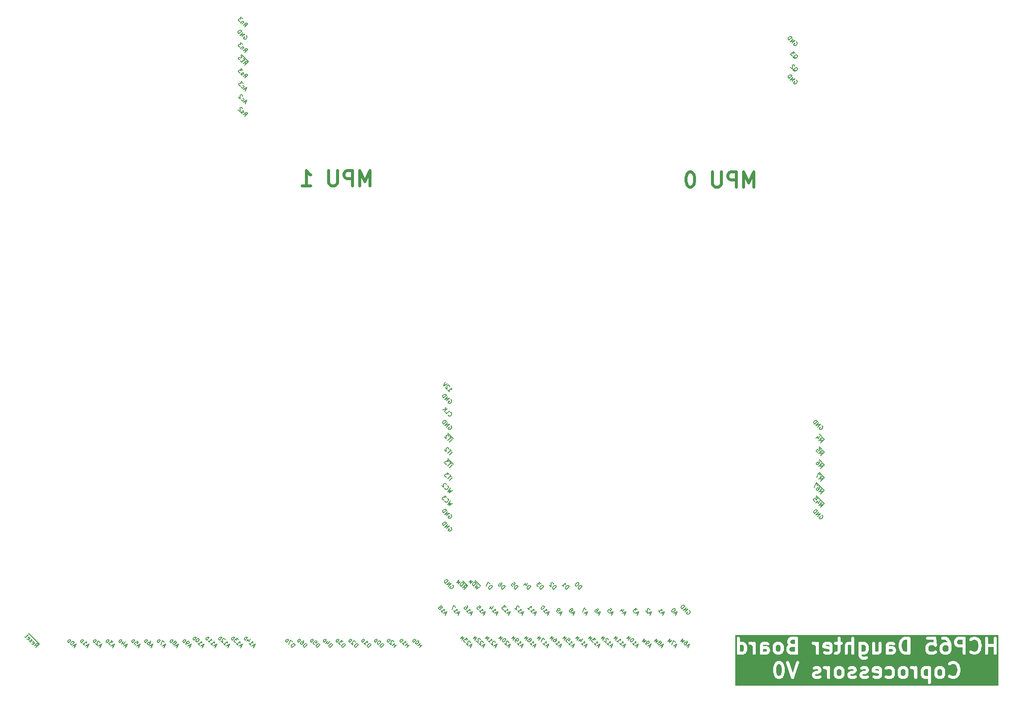
<source format=gbo>
%TF.GenerationSoftware,KiCad,Pcbnew,9.0.7-9.0.7~ubuntu24.04.1*%
%TF.CreationDate,2026-01-23T07:14:19+02:00*%
%TF.ProjectId,Coprocessor Board - Main,436f7072-6f63-4657-9373-6f7220426f61,V0*%
%TF.SameCoordinates,Original*%
%TF.FileFunction,Legend,Bot*%
%TF.FilePolarity,Positive*%
%FSLAX46Y46*%
G04 Gerber Fmt 4.6, Leading zero omitted, Abs format (unit mm)*
G04 Created by KiCad (PCBNEW 9.0.7-9.0.7~ubuntu24.04.1) date 2026-01-23 07:14:19*
%MOMM*%
%LPD*%
G01*
G04 APERTURE LIST*
%ADD10C,0.200000*%
%ADD11C,0.600000*%
G04 APERTURE END LIST*
D10*
X127088218Y5010996D02*
X126818844Y5280370D01*
X126980468Y4795497D02*
X127357592Y5549744D01*
X127357592Y5549744D02*
X126603344Y5172621D01*
X127034343Y5872993D02*
X126657219Y6250116D01*
X126657219Y6250116D02*
X126333971Y5441994D01*
X125840477Y5810498D02*
X126293026Y6263047D01*
X126293026Y6263047D02*
X125818927Y6090647D01*
X125818927Y6090647D02*
X125991327Y6564746D01*
X125991327Y6564746D02*
X125538778Y6112197D01*
X82437366Y28748443D02*
X82518179Y28721505D01*
X82518179Y28721505D02*
X82598991Y28640693D01*
X82598991Y28640693D02*
X82652866Y28532943D01*
X82652866Y28532943D02*
X82652866Y28425194D01*
X82652866Y28425194D02*
X82625928Y28344382D01*
X82625928Y28344382D02*
X82545116Y28209695D01*
X82545116Y28209695D02*
X82464304Y28128882D01*
X82464304Y28128882D02*
X82329617Y28048070D01*
X82329617Y28048070D02*
X82248805Y28021133D01*
X82248805Y28021133D02*
X82141055Y28021133D01*
X82141055Y28021133D02*
X82033305Y28075008D01*
X82033305Y28075008D02*
X81979431Y28128882D01*
X81979431Y28128882D02*
X81925556Y28236632D01*
X81925556Y28236632D02*
X81925556Y28290507D01*
X81925556Y28290507D02*
X82114118Y28479069D01*
X82114118Y28479069D02*
X82221867Y28371319D01*
X81629244Y28479069D02*
X82194930Y29044754D01*
X82194930Y29044754D02*
X81305996Y28802317D01*
X81305996Y28802317D02*
X81871681Y29368003D01*
X81036622Y29071691D02*
X81602307Y29637377D01*
X81602307Y29637377D02*
X81467620Y29772064D01*
X81467620Y29772064D02*
X81359871Y29825939D01*
X81359871Y29825939D02*
X81252121Y29825939D01*
X81252121Y29825939D02*
X81171309Y29799001D01*
X81171309Y29799001D02*
X81036622Y29718189D01*
X81036622Y29718189D02*
X80955810Y29637377D01*
X80955810Y29637377D02*
X80874997Y29502690D01*
X80874997Y29502690D02*
X80848060Y29421878D01*
X80848060Y29421878D02*
X80848060Y29314128D01*
X80848060Y29314128D02*
X80901935Y29206378D01*
X80901935Y29206378D02*
X81036622Y29071691D01*
X38315218Y5010996D02*
X38045844Y5280370D01*
X38207468Y4795497D02*
X38584592Y5549744D01*
X38584592Y5549744D02*
X37830344Y5172621D01*
X37345471Y5657494D02*
X37668720Y5334245D01*
X37507096Y5495869D02*
X38072781Y6061555D01*
X38072781Y6061555D02*
X38045844Y5926868D01*
X38045844Y5926868D02*
X38045844Y5819118D01*
X38045844Y5819118D02*
X38072781Y5738306D01*
X37641783Y6384804D02*
X37641783Y6438678D01*
X37641783Y6438678D02*
X37614845Y6519491D01*
X37614845Y6519491D02*
X37480158Y6654178D01*
X37480158Y6654178D02*
X37399346Y6681115D01*
X37399346Y6681115D02*
X37345471Y6681115D01*
X37345471Y6681115D02*
X37264659Y6654178D01*
X37264659Y6654178D02*
X37210784Y6600303D01*
X37210784Y6600303D02*
X37156909Y6492553D01*
X37156909Y6492553D02*
X37156909Y5846056D01*
X37156909Y5846056D02*
X36806723Y6196242D01*
X36528729Y6349246D02*
X36981277Y6801795D01*
X36981277Y6801795D02*
X36873528Y6909544D01*
X36873528Y6909544D02*
X36787328Y6952644D01*
X36787328Y6952644D02*
X36701128Y6952644D01*
X36701128Y6952644D02*
X36636479Y6931094D01*
X36636479Y6931094D02*
X36528729Y6866445D01*
X36528729Y6866445D02*
X36464079Y6801795D01*
X36464079Y6801795D02*
X36399430Y6694045D01*
X36399430Y6694045D02*
X36377880Y6629395D01*
X36377880Y6629395D02*
X36377880Y6543196D01*
X36377880Y6543196D02*
X36420979Y6456996D01*
X36420979Y6456996D02*
X36528729Y6349246D01*
X82194930Y38073383D02*
X82760615Y38639069D01*
X82572054Y38827630D02*
X82248805Y39150879D01*
X81844744Y38423569D02*
X82410429Y38989255D01*
X82114118Y39285566D02*
X81763932Y39635752D01*
X81763932Y39635752D02*
X81736994Y39231691D01*
X81736994Y39231691D02*
X81656182Y39312504D01*
X81656182Y39312504D02*
X81575370Y39339441D01*
X81575370Y39339441D02*
X81521495Y39339441D01*
X81521495Y39339441D02*
X81440683Y39312504D01*
X81440683Y39312504D02*
X81305996Y39177817D01*
X81305996Y39177817D02*
X81279058Y39097004D01*
X81279058Y39097004D02*
X81279058Y39043130D01*
X81279058Y39043130D02*
X81305996Y38962317D01*
X81305996Y38962317D02*
X81467620Y38800693D01*
X81467620Y38800693D02*
X81548432Y38773756D01*
X81548432Y38773756D02*
X81602307Y38773756D01*
X156097366Y48941443D02*
X156178179Y48914505D01*
X156178179Y48914505D02*
X156258991Y48833693D01*
X156258991Y48833693D02*
X156312866Y48725943D01*
X156312866Y48725943D02*
X156312866Y48618194D01*
X156312866Y48618194D02*
X156285928Y48537382D01*
X156285928Y48537382D02*
X156205116Y48402695D01*
X156205116Y48402695D02*
X156124304Y48321882D01*
X156124304Y48321882D02*
X155989617Y48241070D01*
X155989617Y48241070D02*
X155908805Y48214133D01*
X155908805Y48214133D02*
X155801055Y48214133D01*
X155801055Y48214133D02*
X155693305Y48268008D01*
X155693305Y48268008D02*
X155639431Y48321882D01*
X155639431Y48321882D02*
X155585556Y48429632D01*
X155585556Y48429632D02*
X155585556Y48483507D01*
X155585556Y48483507D02*
X155774118Y48672069D01*
X155774118Y48672069D02*
X155881867Y48564319D01*
X155289244Y48672069D02*
X155854930Y49237754D01*
X155854930Y49237754D02*
X154965996Y48995317D01*
X154965996Y48995317D02*
X155531681Y49561003D01*
X154696622Y49264691D02*
X155262307Y49830377D01*
X155262307Y49830377D02*
X155127620Y49965064D01*
X155127620Y49965064D02*
X155019871Y50018939D01*
X155019871Y50018939D02*
X154912121Y50018939D01*
X154912121Y50018939D02*
X154831309Y49992001D01*
X154831309Y49992001D02*
X154696622Y49911189D01*
X154696622Y49911189D02*
X154615810Y49830377D01*
X154615810Y49830377D02*
X154534997Y49695690D01*
X154534997Y49695690D02*
X154508060Y49614878D01*
X154508060Y49614878D02*
X154508060Y49507128D01*
X154508060Y49507128D02*
X154561935Y49399378D01*
X154561935Y49399378D02*
X154696622Y49264691D01*
X82814490Y33505194D02*
X82114118Y33074195D01*
X82114118Y33074195D02*
X82410429Y33586006D01*
X82410429Y33586006D02*
X81898618Y33289695D01*
X81898618Y33289695D02*
X82329617Y33990067D01*
X81279058Y34017005D02*
X81279058Y33963130D01*
X81279058Y33963130D02*
X81332933Y33855380D01*
X81332933Y33855380D02*
X81386808Y33801505D01*
X81386808Y33801505D02*
X81494557Y33747631D01*
X81494557Y33747631D02*
X81602307Y33747631D01*
X81602307Y33747631D02*
X81683119Y33774568D01*
X81683119Y33774568D02*
X81817806Y33855380D01*
X81817806Y33855380D02*
X81898618Y33936193D01*
X81898618Y33936193D02*
X81979430Y34070880D01*
X81979430Y34070880D02*
X82006368Y34151692D01*
X82006368Y34151692D02*
X82006368Y34259441D01*
X82006368Y34259441D02*
X81952493Y34367191D01*
X81952493Y34367191D02*
X81898618Y34421066D01*
X81898618Y34421066D02*
X81790869Y34474941D01*
X81790869Y34474941D02*
X81736994Y34474941D01*
X81602307Y34717377D02*
X81252121Y35067563D01*
X81252121Y35067563D02*
X81225183Y34663502D01*
X81225183Y34663502D02*
X81144371Y34744315D01*
X81144371Y34744315D02*
X81063559Y34771252D01*
X81063559Y34771252D02*
X81009684Y34771252D01*
X81009684Y34771252D02*
X80928872Y34744315D01*
X80928872Y34744315D02*
X80794185Y34609628D01*
X80794185Y34609628D02*
X80767247Y34528815D01*
X80767247Y34528815D02*
X80767247Y34474941D01*
X80767247Y34474941D02*
X80794185Y34394128D01*
X80794185Y34394128D02*
X80955809Y34232504D01*
X80955809Y34232504D02*
X81036621Y34205567D01*
X81036621Y34205567D02*
X81090496Y34205567D01*
X58446656Y4876309D02*
X59012341Y5441995D01*
X59012341Y5441995D02*
X58877654Y5576682D01*
X58877654Y5576682D02*
X58769905Y5630556D01*
X58769905Y5630556D02*
X58662155Y5630556D01*
X58662155Y5630556D02*
X58581343Y5603619D01*
X58581343Y5603619D02*
X58446656Y5522807D01*
X58446656Y5522807D02*
X58365844Y5441995D01*
X58365844Y5441995D02*
X58285031Y5307308D01*
X58285031Y5307308D02*
X58258094Y5226495D01*
X58258094Y5226495D02*
X58258094Y5118746D01*
X58258094Y5118746D02*
X58311969Y5010996D01*
X58311969Y5010996D02*
X58446656Y4876309D01*
X58015657Y6061555D02*
X57638534Y5684431D01*
X58365844Y6142367D02*
X58096470Y5603619D01*
X58096470Y5603619D02*
X57746283Y5953805D01*
X57306665Y5891311D02*
X57759213Y6343859D01*
X57759213Y6343859D02*
X57651464Y6451609D01*
X57651464Y6451609D02*
X57565264Y6494708D01*
X57565264Y6494708D02*
X57479064Y6494708D01*
X57479064Y6494708D02*
X57414414Y6473159D01*
X57414414Y6473159D02*
X57306665Y6408509D01*
X57306665Y6408509D02*
X57242015Y6343859D01*
X57242015Y6343859D02*
X57177365Y6236109D01*
X57177365Y6236109D02*
X57155815Y6171460D01*
X57155815Y6171460D02*
X57155815Y6085260D01*
X57155815Y6085260D02*
X57198915Y5999060D01*
X57198915Y5999060D02*
X57306665Y5891311D01*
X82437366Y48941443D02*
X82518179Y48914505D01*
X82518179Y48914505D02*
X82598991Y48833693D01*
X82598991Y48833693D02*
X82652866Y48725943D01*
X82652866Y48725943D02*
X82652866Y48618194D01*
X82652866Y48618194D02*
X82625928Y48537382D01*
X82625928Y48537382D02*
X82545116Y48402695D01*
X82545116Y48402695D02*
X82464304Y48321882D01*
X82464304Y48321882D02*
X82329617Y48241070D01*
X82329617Y48241070D02*
X82248805Y48214133D01*
X82248805Y48214133D02*
X82141055Y48214133D01*
X82141055Y48214133D02*
X82033305Y48268008D01*
X82033305Y48268008D02*
X81979431Y48321882D01*
X81979431Y48321882D02*
X81925556Y48429632D01*
X81925556Y48429632D02*
X81925556Y48483507D01*
X81925556Y48483507D02*
X82114118Y48672069D01*
X82114118Y48672069D02*
X82221867Y48564319D01*
X81629244Y48672069D02*
X82194930Y49237754D01*
X82194930Y49237754D02*
X81305996Y48995317D01*
X81305996Y48995317D02*
X81871681Y49561003D01*
X81036622Y49264691D02*
X81602307Y49830377D01*
X81602307Y49830377D02*
X81467620Y49965064D01*
X81467620Y49965064D02*
X81359871Y50018939D01*
X81359871Y50018939D02*
X81252121Y50018939D01*
X81252121Y50018939D02*
X81171309Y49992001D01*
X81171309Y49992001D02*
X81036622Y49911189D01*
X81036622Y49911189D02*
X80955810Y49830377D01*
X80955810Y49830377D02*
X80874997Y49695690D01*
X80874997Y49695690D02*
X80848060Y49614878D01*
X80848060Y49614878D02*
X80848060Y49507128D01*
X80848060Y49507128D02*
X80901935Y49399378D01*
X80901935Y49399378D02*
X81036622Y49264691D01*
X25615218Y5010996D02*
X25345844Y5280370D01*
X25507468Y4795497D02*
X25884592Y5549744D01*
X25884592Y5549744D02*
X25130344Y5172621D01*
X25561343Y5872993D02*
X25184219Y6250116D01*
X25184219Y6250116D02*
X24860971Y5441994D01*
X24367477Y5810498D02*
X24820026Y6263047D01*
X24820026Y6263047D02*
X24712276Y6370796D01*
X24712276Y6370796D02*
X24626076Y6413896D01*
X24626076Y6413896D02*
X24539877Y6413896D01*
X24539877Y6413896D02*
X24475227Y6392346D01*
X24475227Y6392346D02*
X24367477Y6327696D01*
X24367477Y6327696D02*
X24302827Y6263047D01*
X24302827Y6263047D02*
X24238178Y6155297D01*
X24238178Y6155297D02*
X24216628Y6090647D01*
X24216628Y6090647D02*
X24216628Y6004448D01*
X24216628Y6004448D02*
X24259728Y5918248D01*
X24259728Y5918248D02*
X24367477Y5810498D01*
X41797366Y126538443D02*
X41878179Y126511505D01*
X41878179Y126511505D02*
X41958991Y126430693D01*
X41958991Y126430693D02*
X42012866Y126322943D01*
X42012866Y126322943D02*
X42012866Y126215194D01*
X42012866Y126215194D02*
X41985928Y126134382D01*
X41985928Y126134382D02*
X41905116Y125999695D01*
X41905116Y125999695D02*
X41824304Y125918882D01*
X41824304Y125918882D02*
X41689617Y125838070D01*
X41689617Y125838070D02*
X41608805Y125811133D01*
X41608805Y125811133D02*
X41501055Y125811133D01*
X41501055Y125811133D02*
X41393305Y125865008D01*
X41393305Y125865008D02*
X41339431Y125918882D01*
X41339431Y125918882D02*
X41285556Y126026632D01*
X41285556Y126026632D02*
X41285556Y126080507D01*
X41285556Y126080507D02*
X41474118Y126269069D01*
X41474118Y126269069D02*
X41581867Y126161319D01*
X40989244Y126269069D02*
X41554930Y126834754D01*
X41554930Y126834754D02*
X40665996Y126592317D01*
X40665996Y126592317D02*
X41231681Y127158003D01*
X40396622Y126861691D02*
X40962307Y127427377D01*
X40962307Y127427377D02*
X40827620Y127562064D01*
X40827620Y127562064D02*
X40719871Y127615939D01*
X40719871Y127615939D02*
X40612121Y127615939D01*
X40612121Y127615939D02*
X40531309Y127589001D01*
X40531309Y127589001D02*
X40396622Y127508189D01*
X40396622Y127508189D02*
X40315810Y127427377D01*
X40315810Y127427377D02*
X40234997Y127292690D01*
X40234997Y127292690D02*
X40208060Y127211878D01*
X40208060Y127211878D02*
X40208060Y127104128D01*
X40208060Y127104128D02*
X40261935Y126996378D01*
X40261935Y126996378D02*
X40396622Y126861691D01*
X33235218Y5010996D02*
X32965844Y5280370D01*
X33127468Y4795497D02*
X33504592Y5549744D01*
X33504592Y5549744D02*
X32750344Y5172621D01*
X32265471Y5657494D02*
X32588720Y5334245D01*
X32427096Y5495869D02*
X32992781Y6061555D01*
X32992781Y6061555D02*
X32965844Y5926868D01*
X32965844Y5926868D02*
X32965844Y5819118D01*
X32965844Y5819118D02*
X32992781Y5738306D01*
X32480970Y6573365D02*
X32427096Y6627240D01*
X32427096Y6627240D02*
X32346283Y6654178D01*
X32346283Y6654178D02*
X32292409Y6654178D01*
X32292409Y6654178D02*
X32211596Y6627240D01*
X32211596Y6627240D02*
X32076909Y6546428D01*
X32076909Y6546428D02*
X31942222Y6411741D01*
X31942222Y6411741D02*
X31861410Y6277054D01*
X31861410Y6277054D02*
X31834473Y6196242D01*
X31834473Y6196242D02*
X31834473Y6142367D01*
X31834473Y6142367D02*
X31861410Y6061555D01*
X31861410Y6061555D02*
X31915285Y6007680D01*
X31915285Y6007680D02*
X31996097Y5980743D01*
X31996097Y5980743D02*
X32049972Y5980743D01*
X32049972Y5980743D02*
X32130784Y6007680D01*
X32130784Y6007680D02*
X32265471Y6088492D01*
X32265471Y6088492D02*
X32400158Y6223179D01*
X32400158Y6223179D02*
X32480970Y6357866D01*
X32480970Y6357866D02*
X32507908Y6438678D01*
X32507908Y6438678D02*
X32507908Y6492553D01*
X32507908Y6492553D02*
X32480970Y6573365D01*
X31448729Y6349246D02*
X31901277Y6801795D01*
X31901277Y6801795D02*
X31793528Y6909544D01*
X31793528Y6909544D02*
X31707328Y6952644D01*
X31707328Y6952644D02*
X31621128Y6952644D01*
X31621128Y6952644D02*
X31556479Y6931094D01*
X31556479Y6931094D02*
X31448729Y6866445D01*
X31448729Y6866445D02*
X31384079Y6801795D01*
X31384079Y6801795D02*
X31319430Y6694045D01*
X31319430Y6694045D02*
X31297880Y6629395D01*
X31297880Y6629395D02*
X31297880Y6543196D01*
X31297880Y6543196D02*
X31340979Y6456996D01*
X31340979Y6456996D02*
X31448729Y6349246D01*
X63526656Y4876309D02*
X64092341Y5441995D01*
X64092341Y5441995D02*
X63957654Y5576682D01*
X63957654Y5576682D02*
X63849905Y5630556D01*
X63849905Y5630556D02*
X63742155Y5630556D01*
X63742155Y5630556D02*
X63661343Y5603619D01*
X63661343Y5603619D02*
X63526656Y5522807D01*
X63526656Y5522807D02*
X63445844Y5441995D01*
X63445844Y5441995D02*
X63365031Y5307308D01*
X63365031Y5307308D02*
X63338094Y5226495D01*
X63338094Y5226495D02*
X63338094Y5118746D01*
X63338094Y5118746D02*
X63391969Y5010996D01*
X63391969Y5010996D02*
X63526656Y4876309D01*
X63499718Y5926868D02*
X63499718Y5980743D01*
X63499718Y5980743D02*
X63472781Y6061555D01*
X63472781Y6061555D02*
X63338094Y6196242D01*
X63338094Y6196242D02*
X63257282Y6223179D01*
X63257282Y6223179D02*
X63203407Y6223179D01*
X63203407Y6223179D02*
X63122595Y6196242D01*
X63122595Y6196242D02*
X63068720Y6142367D01*
X63068720Y6142367D02*
X63014845Y6034617D01*
X63014845Y6034617D02*
X63014845Y5388120D01*
X63014845Y5388120D02*
X62664659Y5738306D01*
X62386665Y5891311D02*
X62839213Y6343859D01*
X62839213Y6343859D02*
X62731464Y6451609D01*
X62731464Y6451609D02*
X62645264Y6494708D01*
X62645264Y6494708D02*
X62559064Y6494708D01*
X62559064Y6494708D02*
X62494414Y6473159D01*
X62494414Y6473159D02*
X62386665Y6408509D01*
X62386665Y6408509D02*
X62322015Y6343859D01*
X62322015Y6343859D02*
X62257365Y6236109D01*
X62257365Y6236109D02*
X62235815Y6171460D01*
X62235815Y6171460D02*
X62235815Y6085260D01*
X62235815Y6085260D02*
X62278915Y5999060D01*
X62278915Y5999060D02*
X62386665Y5891311D01*
X23075218Y5010996D02*
X22805844Y5280370D01*
X22967468Y4795497D02*
X23344592Y5549744D01*
X23344592Y5549744D02*
X22590344Y5172621D01*
X22725032Y6169304D02*
X22832781Y6061555D01*
X22832781Y6061555D02*
X22859719Y5980742D01*
X22859719Y5980742D02*
X22859719Y5926868D01*
X22859719Y5926868D02*
X22832781Y5792181D01*
X22832781Y5792181D02*
X22751969Y5657494D01*
X22751969Y5657494D02*
X22536470Y5441994D01*
X22536470Y5441994D02*
X22455658Y5415057D01*
X22455658Y5415057D02*
X22401783Y5415057D01*
X22401783Y5415057D02*
X22320971Y5441994D01*
X22320971Y5441994D02*
X22213221Y5549744D01*
X22213221Y5549744D02*
X22186284Y5630556D01*
X22186284Y5630556D02*
X22186284Y5684431D01*
X22186284Y5684431D02*
X22213221Y5765243D01*
X22213221Y5765243D02*
X22347908Y5899930D01*
X22347908Y5899930D02*
X22428720Y5926868D01*
X22428720Y5926868D02*
X22482595Y5926868D01*
X22482595Y5926868D02*
X22563407Y5899930D01*
X22563407Y5899930D02*
X22671157Y5792181D01*
X22671157Y5792181D02*
X22698094Y5711368D01*
X22698094Y5711368D02*
X22698094Y5657494D01*
X22698094Y5657494D02*
X22671157Y5576681D01*
X21827477Y5810498D02*
X22280026Y6263047D01*
X22280026Y6263047D02*
X22172276Y6370796D01*
X22172276Y6370796D02*
X22086076Y6413896D01*
X22086076Y6413896D02*
X21999877Y6413896D01*
X21999877Y6413896D02*
X21935227Y6392346D01*
X21935227Y6392346D02*
X21827477Y6327696D01*
X21827477Y6327696D02*
X21762827Y6263047D01*
X21762827Y6263047D02*
X21698178Y6155297D01*
X21698178Y6155297D02*
X21676628Y6090647D01*
X21676628Y6090647D02*
X21676628Y6004448D01*
X21676628Y6004448D02*
X21719728Y5918248D01*
X21719728Y5918248D02*
X21827477Y5810498D01*
X68606656Y4876309D02*
X69172341Y5441995D01*
X69172341Y5441995D02*
X69037654Y5576682D01*
X69037654Y5576682D02*
X68929905Y5630556D01*
X68929905Y5630556D02*
X68822155Y5630556D01*
X68822155Y5630556D02*
X68741343Y5603619D01*
X68741343Y5603619D02*
X68606656Y5522807D01*
X68606656Y5522807D02*
X68525844Y5441995D01*
X68525844Y5441995D02*
X68445031Y5307308D01*
X68445031Y5307308D02*
X68418094Y5226495D01*
X68418094Y5226495D02*
X68418094Y5118746D01*
X68418094Y5118746D02*
X68471969Y5010996D01*
X68471969Y5010996D02*
X68606656Y4876309D01*
X68498906Y6115430D02*
X68445031Y6169304D01*
X68445031Y6169304D02*
X68364219Y6196242D01*
X68364219Y6196242D02*
X68310344Y6196242D01*
X68310344Y6196242D02*
X68229532Y6169304D01*
X68229532Y6169304D02*
X68094845Y6088492D01*
X68094845Y6088492D02*
X67960158Y5953805D01*
X67960158Y5953805D02*
X67879346Y5819118D01*
X67879346Y5819118D02*
X67852409Y5738306D01*
X67852409Y5738306D02*
X67852409Y5684431D01*
X67852409Y5684431D02*
X67879346Y5603619D01*
X67879346Y5603619D02*
X67933221Y5549744D01*
X67933221Y5549744D02*
X68014033Y5522807D01*
X68014033Y5522807D02*
X68067908Y5522807D01*
X68067908Y5522807D02*
X68148720Y5549744D01*
X68148720Y5549744D02*
X68283407Y5630556D01*
X68283407Y5630556D02*
X68418094Y5765243D01*
X68418094Y5765243D02*
X68498906Y5899930D01*
X68498906Y5899930D02*
X68525844Y5980743D01*
X68525844Y5980743D02*
X68525844Y6034617D01*
X68525844Y6034617D02*
X68498906Y6115430D01*
X67466665Y5891311D02*
X67919213Y6343859D01*
X67919213Y6343859D02*
X67811464Y6451609D01*
X67811464Y6451609D02*
X67725264Y6494708D01*
X67725264Y6494708D02*
X67639064Y6494708D01*
X67639064Y6494708D02*
X67574414Y6473159D01*
X67574414Y6473159D02*
X67466665Y6408509D01*
X67466665Y6408509D02*
X67402015Y6343859D01*
X67402015Y6343859D02*
X67337365Y6236109D01*
X67337365Y6236109D02*
X67315815Y6171460D01*
X67315815Y6171460D02*
X67315815Y6085260D01*
X67315815Y6085260D02*
X67358915Y5999060D01*
X67358915Y5999060D02*
X67466665Y5891311D01*
X155854930Y35406383D02*
X156420615Y35972069D01*
X156420615Y35972069D02*
X155827992Y35756569D01*
X155827992Y35756569D02*
X156043492Y36349192D01*
X156043492Y36349192D02*
X155477806Y35783507D01*
X155531681Y36861003D02*
X155639430Y36753254D01*
X155639430Y36753254D02*
X155666368Y36672441D01*
X155666368Y36672441D02*
X155666368Y36618567D01*
X155666368Y36618567D02*
X155639430Y36483880D01*
X155639430Y36483880D02*
X155558618Y36349193D01*
X155558618Y36349193D02*
X155343119Y36133693D01*
X155343119Y36133693D02*
X155262307Y36106756D01*
X155262307Y36106756D02*
X155208432Y36106756D01*
X155208432Y36106756D02*
X155127620Y36133693D01*
X155127620Y36133693D02*
X155019870Y36241443D01*
X155019870Y36241443D02*
X154992933Y36322255D01*
X154992933Y36322255D02*
X154992933Y36376130D01*
X154992933Y36376130D02*
X155019870Y36456942D01*
X155019870Y36456942D02*
X155154557Y36591629D01*
X155154557Y36591629D02*
X155235369Y36618567D01*
X155235369Y36618567D02*
X155289244Y36618567D01*
X155289244Y36618567D02*
X155370056Y36591629D01*
X155370056Y36591629D02*
X155477806Y36483880D01*
X155477806Y36483880D02*
X155504743Y36403067D01*
X155504743Y36403067D02*
X155504743Y36349193D01*
X155504743Y36349193D02*
X155477806Y36268380D01*
X155289244Y37103440D02*
X154912120Y37480564D01*
X154912120Y37480564D02*
X154588872Y36672441D01*
X156655779Y36050995D02*
X155044922Y37661852D01*
X83981296Y11487996D02*
X83711922Y11757370D01*
X83873546Y11272497D02*
X84250670Y12026744D01*
X84250670Y12026744D02*
X83496422Y11649621D01*
X83011549Y12134494D02*
X83334798Y11811245D01*
X83173174Y11972869D02*
X83738859Y12538555D01*
X83738859Y12538555D02*
X83711922Y12403868D01*
X83711922Y12403868D02*
X83711922Y12296118D01*
X83711922Y12296118D02*
X83738859Y12215306D01*
X83388673Y12888741D02*
X83011549Y13265865D01*
X83011549Y13265865D02*
X82688300Y12457743D01*
X119468218Y5010996D02*
X119198844Y5280370D01*
X119360468Y4795497D02*
X119737592Y5549744D01*
X119737592Y5549744D02*
X118983344Y5172621D01*
X118498471Y5657494D02*
X118821720Y5334245D01*
X118660096Y5495869D02*
X119225781Y6061555D01*
X119225781Y6061555D02*
X119198844Y5926868D01*
X119198844Y5926868D02*
X119198844Y5819118D01*
X119198844Y5819118D02*
X119225781Y5738306D01*
X118713970Y6573365D02*
X118660096Y6627240D01*
X118660096Y6627240D02*
X118579283Y6654178D01*
X118579283Y6654178D02*
X118525409Y6654178D01*
X118525409Y6654178D02*
X118444596Y6627240D01*
X118444596Y6627240D02*
X118309909Y6546428D01*
X118309909Y6546428D02*
X118175222Y6411741D01*
X118175222Y6411741D02*
X118094410Y6277054D01*
X118094410Y6277054D02*
X118067473Y6196242D01*
X118067473Y6196242D02*
X118067473Y6142367D01*
X118067473Y6142367D02*
X118094410Y6061555D01*
X118094410Y6061555D02*
X118148285Y6007680D01*
X118148285Y6007680D02*
X118229097Y5980743D01*
X118229097Y5980743D02*
X118282972Y5980743D01*
X118282972Y5980743D02*
X118363784Y6007680D01*
X118363784Y6007680D02*
X118498471Y6088492D01*
X118498471Y6088492D02*
X118633158Y6223179D01*
X118633158Y6223179D02*
X118713970Y6357866D01*
X118713970Y6357866D02*
X118740908Y6438678D01*
X118740908Y6438678D02*
X118740908Y6492553D01*
X118740908Y6492553D02*
X118713970Y6573365D01*
X117681729Y6349246D02*
X118134277Y6801795D01*
X118134277Y6801795D02*
X117660179Y6629395D01*
X117660179Y6629395D02*
X117832579Y7103494D01*
X117832579Y7103494D02*
X117380030Y6650945D01*
X82194930Y43153383D02*
X82760615Y43719069D01*
X82572054Y43907630D02*
X82248805Y44230879D01*
X81844744Y43503569D02*
X82410429Y44069255D01*
X82033306Y44338629D02*
X82033306Y44392504D01*
X82033306Y44392504D02*
X82006368Y44473316D01*
X82006368Y44473316D02*
X81871681Y44608003D01*
X81871681Y44608003D02*
X81790869Y44634940D01*
X81790869Y44634940D02*
X81736994Y44634940D01*
X81736994Y44634940D02*
X81656182Y44608003D01*
X81656182Y44608003D02*
X81602307Y44554128D01*
X81602307Y44554128D02*
X81548432Y44446378D01*
X81548432Y44446378D02*
X81548432Y43799881D01*
X81548432Y43799881D02*
X81198246Y44150067D01*
X41231681Y123486632D02*
X41689617Y123567444D01*
X41554930Y123163383D02*
X42120615Y123729069D01*
X42120615Y123729069D02*
X41905116Y123944568D01*
X41905116Y123944568D02*
X41824304Y123971505D01*
X41824304Y123971505D02*
X41770429Y123971505D01*
X41770429Y123971505D02*
X41689617Y123944568D01*
X41689617Y123944568D02*
X41608805Y123863756D01*
X41608805Y123863756D02*
X41581867Y123782943D01*
X41581867Y123782943D02*
X41581867Y123729069D01*
X41581867Y123729069D02*
X41608805Y123648256D01*
X41608805Y123648256D02*
X41824304Y123432757D01*
X41366368Y124106192D02*
X40989244Y123729069D01*
X41312493Y124052317D02*
X41312493Y124106192D01*
X41312493Y124106192D02*
X41285556Y124187005D01*
X41285556Y124187005D02*
X41204744Y124267817D01*
X41204744Y124267817D02*
X41123931Y124294754D01*
X41123931Y124294754D02*
X41043119Y124267817D01*
X41043119Y124267817D02*
X40746808Y123971505D01*
X41096994Y124752690D02*
X40746807Y125102876D01*
X40746807Y125102876D02*
X40719870Y124698815D01*
X40719870Y124698815D02*
X40639058Y124779628D01*
X40639058Y124779628D02*
X40558246Y124806565D01*
X40558246Y124806565D02*
X40504371Y124806565D01*
X40504371Y124806565D02*
X40423559Y124779628D01*
X40423559Y124779628D02*
X40288872Y124644941D01*
X40288872Y124644941D02*
X40261934Y124564128D01*
X40261934Y124564128D02*
X40261934Y124510254D01*
X40261934Y124510254D02*
X40288872Y124429441D01*
X40288872Y124429441D02*
X40450496Y124267817D01*
X40450496Y124267817D02*
X40531308Y124240880D01*
X40531308Y124240880D02*
X40585183Y124240880D01*
X81925556Y51150507D02*
X81925556Y51096632D01*
X81925556Y51096632D02*
X81979431Y50988882D01*
X81979431Y50988882D02*
X82033305Y50935008D01*
X82033305Y50935008D02*
X82141055Y50881133D01*
X82141055Y50881133D02*
X82248805Y50881133D01*
X82248805Y50881133D02*
X82329617Y50908070D01*
X82329617Y50908070D02*
X82464304Y50988882D01*
X82464304Y50988882D02*
X82545116Y51069695D01*
X82545116Y51069695D02*
X82625928Y51204382D01*
X82625928Y51204382D02*
X82652866Y51285194D01*
X82652866Y51285194D02*
X82652866Y51392943D01*
X82652866Y51392943D02*
X82598991Y51500693D01*
X82598991Y51500693D02*
X82545116Y51554568D01*
X82545116Y51554568D02*
X82437366Y51608443D01*
X82437366Y51608443D02*
X82383492Y51608443D01*
X81359870Y51608443D02*
X81629244Y51339069D01*
X81629244Y51339069D02*
X82194930Y51904754D01*
X81171309Y51797004D02*
X81736994Y52362690D01*
X80848060Y52120253D02*
X81413745Y52201065D01*
X81413745Y52685939D02*
X81413745Y52039441D01*
X66066656Y4876309D02*
X66632341Y5441995D01*
X66632341Y5441995D02*
X66497654Y5576682D01*
X66497654Y5576682D02*
X66389905Y5630556D01*
X66389905Y5630556D02*
X66282155Y5630556D01*
X66282155Y5630556D02*
X66201343Y5603619D01*
X66201343Y5603619D02*
X66066656Y5522807D01*
X66066656Y5522807D02*
X65985844Y5441995D01*
X65985844Y5441995D02*
X65905031Y5307308D01*
X65905031Y5307308D02*
X65878094Y5226495D01*
X65878094Y5226495D02*
X65878094Y5118746D01*
X65878094Y5118746D02*
X65931969Y5010996D01*
X65931969Y5010996D02*
X66066656Y4876309D01*
X65204659Y5738306D02*
X65527908Y5415057D01*
X65366283Y5576682D02*
X65931969Y6142367D01*
X65931969Y6142367D02*
X65905031Y6007680D01*
X65905031Y6007680D02*
X65905031Y5899930D01*
X65905031Y5899930D02*
X65931969Y5819118D01*
X64926665Y5891311D02*
X65379213Y6343859D01*
X65379213Y6343859D02*
X65271464Y6451609D01*
X65271464Y6451609D02*
X65185264Y6494708D01*
X65185264Y6494708D02*
X65099064Y6494708D01*
X65099064Y6494708D02*
X65034414Y6473159D01*
X65034414Y6473159D02*
X64926665Y6408509D01*
X64926665Y6408509D02*
X64862015Y6343859D01*
X64862015Y6343859D02*
X64797365Y6236109D01*
X64797365Y6236109D02*
X64775815Y6171460D01*
X64775815Y6171460D02*
X64775815Y6085260D01*
X64775815Y6085260D02*
X64818915Y5999060D01*
X64818915Y5999060D02*
X64926665Y5891311D01*
X155854930Y32739383D02*
X156420615Y33305069D01*
X156420615Y33305069D02*
X155827992Y33089569D01*
X155827992Y33089569D02*
X156043492Y33682192D01*
X156043492Y33682192D02*
X155477806Y33116507D01*
X155343119Y34005441D02*
X154965995Y33628318D01*
X155693305Y34086254D02*
X155423931Y33547505D01*
X155423931Y33547505D02*
X155073745Y33897692D01*
X154965995Y34759689D02*
X155235369Y34490315D01*
X155235369Y34490315D02*
X154992933Y34194003D01*
X154992933Y34194003D02*
X154992933Y34247878D01*
X154992933Y34247878D02*
X154965995Y34328690D01*
X154965995Y34328690D02*
X154831308Y34463377D01*
X154831308Y34463377D02*
X154750496Y34490315D01*
X154750496Y34490315D02*
X154696621Y34490315D01*
X154696621Y34490315D02*
X154615809Y34463377D01*
X154615809Y34463377D02*
X154481122Y34328690D01*
X154481122Y34328690D02*
X154454185Y34247878D01*
X154454185Y34247878D02*
X154454185Y34194003D01*
X154454185Y34194003D02*
X154481122Y34113191D01*
X154481122Y34113191D02*
X154615809Y33978504D01*
X154615809Y33978504D02*
X154696621Y33951567D01*
X154696621Y33951567D02*
X154750496Y33951567D01*
X156655779Y33383995D02*
X155044922Y34994852D01*
X92682734Y16433309D02*
X93248419Y16998995D01*
X93248419Y16998995D02*
X93113732Y17133682D01*
X93113732Y17133682D02*
X93005983Y17187556D01*
X93005983Y17187556D02*
X92898233Y17187556D01*
X92898233Y17187556D02*
X92817421Y17160619D01*
X92817421Y17160619D02*
X92682734Y17079807D01*
X92682734Y17079807D02*
X92601922Y16998995D01*
X92601922Y16998995D02*
X92521109Y16864308D01*
X92521109Y16864308D02*
X92494172Y16783495D01*
X92494172Y16783495D02*
X92494172Y16675746D01*
X92494172Y16675746D02*
X92548047Y16567996D01*
X92548047Y16567996D02*
X92682734Y16433309D01*
X92440297Y17807117D02*
X92548047Y17699367D01*
X92548047Y17699367D02*
X92574984Y17618555D01*
X92574984Y17618555D02*
X92574984Y17564680D01*
X92574984Y17564680D02*
X92548047Y17429993D01*
X92548047Y17429993D02*
X92467235Y17295306D01*
X92467235Y17295306D02*
X92251735Y17079807D01*
X92251735Y17079807D02*
X92170923Y17052869D01*
X92170923Y17052869D02*
X92117048Y17052869D01*
X92117048Y17052869D02*
X92036236Y17079807D01*
X92036236Y17079807D02*
X91928487Y17187556D01*
X91928487Y17187556D02*
X91901549Y17268369D01*
X91901549Y17268369D02*
X91901549Y17322243D01*
X91901549Y17322243D02*
X91928487Y17403056D01*
X91928487Y17403056D02*
X92063174Y17537743D01*
X92063174Y17537743D02*
X92143986Y17564680D01*
X92143986Y17564680D02*
X92197861Y17564680D01*
X92197861Y17564680D02*
X92278673Y17537743D01*
X92278673Y17537743D02*
X92386422Y17429993D01*
X92386422Y17429993D02*
X92413360Y17349181D01*
X92413360Y17349181D02*
X92413360Y17295306D01*
X92413360Y17295306D02*
X92386422Y17214494D01*
X91601296Y11487996D02*
X91331922Y11757370D01*
X91493546Y11272497D02*
X91870670Y12026744D01*
X91870670Y12026744D02*
X91116422Y11649621D01*
X90631549Y12134494D02*
X90954798Y11811245D01*
X90793174Y11972869D02*
X91358859Y12538555D01*
X91358859Y12538555D02*
X91331922Y12403868D01*
X91331922Y12403868D02*
X91331922Y12296118D01*
X91331922Y12296118D02*
X91358859Y12215306D01*
X90523800Y12996491D02*
X90146676Y12619367D01*
X90873986Y13077303D02*
X90604612Y12538555D01*
X90604612Y12538555D02*
X90254426Y12888741D01*
X7835218Y5010996D02*
X7565844Y5280370D01*
X7727468Y4795497D02*
X8104592Y5549744D01*
X8104592Y5549744D02*
X7350344Y5172621D01*
X7619719Y6034617D02*
X7565844Y6088492D01*
X7565844Y6088492D02*
X7485032Y6115429D01*
X7485032Y6115429D02*
X7431157Y6115429D01*
X7431157Y6115429D02*
X7350345Y6088492D01*
X7350345Y6088492D02*
X7215658Y6007680D01*
X7215658Y6007680D02*
X7080971Y5872993D01*
X7080971Y5872993D02*
X7000158Y5738306D01*
X7000158Y5738306D02*
X6973221Y5657494D01*
X6973221Y5657494D02*
X6973221Y5603619D01*
X6973221Y5603619D02*
X7000158Y5522807D01*
X7000158Y5522807D02*
X7054033Y5468932D01*
X7054033Y5468932D02*
X7134845Y5441994D01*
X7134845Y5441994D02*
X7188720Y5441994D01*
X7188720Y5441994D02*
X7269532Y5468932D01*
X7269532Y5468932D02*
X7404219Y5549744D01*
X7404219Y5549744D02*
X7538906Y5684431D01*
X7538906Y5684431D02*
X7619719Y5819118D01*
X7619719Y5819118D02*
X7646656Y5899930D01*
X7646656Y5899930D02*
X7646656Y5953805D01*
X7646656Y5953805D02*
X7619719Y6034617D01*
X6587477Y5810498D02*
X7040026Y6263047D01*
X7040026Y6263047D02*
X6932276Y6370796D01*
X6932276Y6370796D02*
X6846076Y6413896D01*
X6846076Y6413896D02*
X6759877Y6413896D01*
X6759877Y6413896D02*
X6695227Y6392346D01*
X6695227Y6392346D02*
X6587477Y6327696D01*
X6587477Y6327696D02*
X6522827Y6263047D01*
X6522827Y6263047D02*
X6458178Y6155297D01*
X6458178Y6155297D02*
X6436628Y6090647D01*
X6436628Y6090647D02*
X6436628Y6004448D01*
X6436628Y6004448D02*
X6479728Y5918248D01*
X6479728Y5918248D02*
X6587477Y5810498D01*
X116928218Y5010996D02*
X116658844Y5280370D01*
X116820468Y4795497D02*
X117197592Y5549744D01*
X117197592Y5549744D02*
X116443344Y5172621D01*
X115958471Y5657494D02*
X116281720Y5334245D01*
X116120096Y5495869D02*
X116685781Y6061555D01*
X116685781Y6061555D02*
X116658844Y5926868D01*
X116658844Y5926868D02*
X116658844Y5819118D01*
X116658844Y5819118D02*
X116685781Y5738306D01*
X115419723Y6196242D02*
X115742972Y5872993D01*
X115581348Y6034617D02*
X116147033Y6600303D01*
X116147033Y6600303D02*
X116120096Y6465616D01*
X116120096Y6465616D02*
X116120096Y6357866D01*
X116120096Y6357866D02*
X116147033Y6277054D01*
X115141729Y6349246D02*
X115594277Y6801795D01*
X115594277Y6801795D02*
X115120179Y6629395D01*
X115120179Y6629395D02*
X115292579Y7103494D01*
X115292579Y7103494D02*
X114840030Y6650945D01*
X99221296Y11487996D02*
X98951922Y11757370D01*
X99113546Y11272497D02*
X99490670Y12026744D01*
X99490670Y12026744D02*
X98736422Y11649621D01*
X98251549Y12134494D02*
X98574798Y11811245D01*
X98413174Y11972869D02*
X98978859Y12538555D01*
X98978859Y12538555D02*
X98951922Y12403868D01*
X98951922Y12403868D02*
X98951922Y12296118D01*
X98951922Y12296118D02*
X98978859Y12215306D01*
X97712801Y12673242D02*
X98036050Y12349993D01*
X97874426Y12511617D02*
X98440111Y13077303D01*
X98440111Y13077303D02*
X98413174Y12942616D01*
X98413174Y12942616D02*
X98413174Y12834866D01*
X98413174Y12834866D02*
X98440111Y12754054D01*
X17995218Y5010996D02*
X17725844Y5280370D01*
X17887468Y4795497D02*
X18264592Y5549744D01*
X18264592Y5549744D02*
X17510344Y5172621D01*
X17456470Y5980742D02*
X17079346Y5603619D01*
X17806656Y6061555D02*
X17537282Y5522807D01*
X17537282Y5522807D02*
X17187096Y5872993D01*
X16747477Y5810498D02*
X17200026Y6263047D01*
X17200026Y6263047D02*
X17092276Y6370796D01*
X17092276Y6370796D02*
X17006076Y6413896D01*
X17006076Y6413896D02*
X16919877Y6413896D01*
X16919877Y6413896D02*
X16855227Y6392346D01*
X16855227Y6392346D02*
X16747477Y6327696D01*
X16747477Y6327696D02*
X16682827Y6263047D01*
X16682827Y6263047D02*
X16618178Y6155297D01*
X16618178Y6155297D02*
X16596628Y6090647D01*
X16596628Y6090647D02*
X16596628Y6004448D01*
X16596628Y6004448D02*
X16639728Y5918248D01*
X16639728Y5918248D02*
X16747477Y5810498D01*
X10375218Y5010996D02*
X10105844Y5280370D01*
X10267468Y4795497D02*
X10644592Y5549744D01*
X10644592Y5549744D02*
X9890344Y5172621D01*
X9405471Y5657494D02*
X9728720Y5334245D01*
X9567096Y5495869D02*
X10132781Y6061555D01*
X10132781Y6061555D02*
X10105844Y5926868D01*
X10105844Y5926868D02*
X10105844Y5819118D01*
X10105844Y5819118D02*
X10132781Y5738306D01*
X9127477Y5810498D02*
X9580026Y6263047D01*
X9580026Y6263047D02*
X9472276Y6370796D01*
X9472276Y6370796D02*
X9386076Y6413896D01*
X9386076Y6413896D02*
X9299877Y6413896D01*
X9299877Y6413896D02*
X9235227Y6392346D01*
X9235227Y6392346D02*
X9127477Y6327696D01*
X9127477Y6327696D02*
X9062827Y6263047D01*
X9062827Y6263047D02*
X8998178Y6155297D01*
X8998178Y6155297D02*
X8976628Y6090647D01*
X8976628Y6090647D02*
X8976628Y6004448D01*
X8976628Y6004448D02*
X9019728Y5918248D01*
X9019728Y5918248D02*
X9127477Y5810498D01*
X101688218Y5010996D02*
X101418844Y5280370D01*
X101580468Y4795497D02*
X101957592Y5549744D01*
X101957592Y5549744D02*
X101203344Y5172621D01*
X100718471Y5657494D02*
X101041720Y5334245D01*
X100880096Y5495869D02*
X101445781Y6061555D01*
X101445781Y6061555D02*
X101418844Y5926868D01*
X101418844Y5926868D02*
X101418844Y5819118D01*
X101418844Y5819118D02*
X101445781Y5738306D01*
X101095595Y6411741D02*
X100718471Y6788865D01*
X100718471Y6788865D02*
X100395222Y5980743D01*
X99901729Y6349246D02*
X100354277Y6801795D01*
X100354277Y6801795D02*
X99880179Y6629395D01*
X99880179Y6629395D02*
X100052579Y7103494D01*
X100052579Y7103494D02*
X99600030Y6650945D01*
X124421218Y5010996D02*
X124151844Y5280370D01*
X124313468Y4795497D02*
X124690592Y5549744D01*
X124690592Y5549744D02*
X123936344Y5172621D01*
X123990219Y5765243D02*
X124071032Y5738306D01*
X124071032Y5738306D02*
X124124906Y5738306D01*
X124124906Y5738306D02*
X124205719Y5765243D01*
X124205719Y5765243D02*
X124232656Y5792181D01*
X124232656Y5792181D02*
X124259593Y5872993D01*
X124259593Y5872993D02*
X124259593Y5926868D01*
X124259593Y5926868D02*
X124232656Y6007680D01*
X124232656Y6007680D02*
X124124906Y6115429D01*
X124124906Y6115429D02*
X124044094Y6142367D01*
X124044094Y6142367D02*
X123990219Y6142367D01*
X123990219Y6142367D02*
X123909407Y6115429D01*
X123909407Y6115429D02*
X123882470Y6088492D01*
X123882470Y6088492D02*
X123855532Y6007680D01*
X123855532Y6007680D02*
X123855532Y5953805D01*
X123855532Y5953805D02*
X123882470Y5872993D01*
X123882470Y5872993D02*
X123990219Y5765243D01*
X123990219Y5765243D02*
X124017157Y5684431D01*
X124017157Y5684431D02*
X124017157Y5630556D01*
X124017157Y5630556D02*
X123990219Y5549744D01*
X123990219Y5549744D02*
X123882470Y5441994D01*
X123882470Y5441994D02*
X123801658Y5415057D01*
X123801658Y5415057D02*
X123747783Y5415057D01*
X123747783Y5415057D02*
X123666971Y5441994D01*
X123666971Y5441994D02*
X123559221Y5549744D01*
X123559221Y5549744D02*
X123532284Y5630556D01*
X123532284Y5630556D02*
X123532284Y5684431D01*
X123532284Y5684431D02*
X123559221Y5765243D01*
X123559221Y5765243D02*
X123666971Y5872993D01*
X123666971Y5872993D02*
X123747783Y5899930D01*
X123747783Y5899930D02*
X123801658Y5899930D01*
X123801658Y5899930D02*
X123882470Y5872993D01*
X123173477Y5810498D02*
X123626026Y6263047D01*
X123626026Y6263047D02*
X123151927Y6090647D01*
X123151927Y6090647D02*
X123324327Y6564746D01*
X123324327Y6564746D02*
X122871778Y6112197D01*
X104301296Y11487996D02*
X104031922Y11757370D01*
X104193546Y11272497D02*
X104570670Y12026744D01*
X104570670Y12026744D02*
X103816422Y11649621D01*
X103600923Y11865120D02*
X103493174Y11972869D01*
X103493174Y11972869D02*
X103466236Y12053681D01*
X103466236Y12053681D02*
X103466236Y12107556D01*
X103466236Y12107556D02*
X103493174Y12242243D01*
X103493174Y12242243D02*
X103573986Y12376930D01*
X103573986Y12376930D02*
X103789485Y12592429D01*
X103789485Y12592429D02*
X103870297Y12619367D01*
X103870297Y12619367D02*
X103924172Y12619367D01*
X103924172Y12619367D02*
X104004984Y12592429D01*
X104004984Y12592429D02*
X104112734Y12484680D01*
X104112734Y12484680D02*
X104139671Y12403868D01*
X104139671Y12403868D02*
X104139671Y12349993D01*
X104139671Y12349993D02*
X104112734Y12269181D01*
X104112734Y12269181D02*
X103978047Y12134494D01*
X103978047Y12134494D02*
X103897235Y12107556D01*
X103897235Y12107556D02*
X103843360Y12107556D01*
X103843360Y12107556D02*
X103762548Y12134494D01*
X103762548Y12134494D02*
X103654798Y12242243D01*
X103654798Y12242243D02*
X103627861Y12323055D01*
X103627861Y12323055D02*
X103627861Y12376930D01*
X103627861Y12376930D02*
X103654798Y12457742D01*
X104228218Y5010996D02*
X103958844Y5280370D01*
X104120468Y4795497D02*
X104497592Y5549744D01*
X104497592Y5549744D02*
X103743344Y5172621D01*
X103258471Y5657494D02*
X103581720Y5334245D01*
X103420096Y5495869D02*
X103985781Y6061555D01*
X103985781Y6061555D02*
X103958844Y5926868D01*
X103958844Y5926868D02*
X103958844Y5819118D01*
X103958844Y5819118D02*
X103985781Y5738306D01*
X103339283Y6708052D02*
X103447033Y6600303D01*
X103447033Y6600303D02*
X103473970Y6519491D01*
X103473970Y6519491D02*
X103473970Y6465616D01*
X103473970Y6465616D02*
X103447033Y6330929D01*
X103447033Y6330929D02*
X103366221Y6196242D01*
X103366221Y6196242D02*
X103150722Y5980743D01*
X103150722Y5980743D02*
X103069909Y5953805D01*
X103069909Y5953805D02*
X103016035Y5953805D01*
X103016035Y5953805D02*
X102935222Y5980743D01*
X102935222Y5980743D02*
X102827473Y6088492D01*
X102827473Y6088492D02*
X102800535Y6169304D01*
X102800535Y6169304D02*
X102800535Y6223179D01*
X102800535Y6223179D02*
X102827473Y6303991D01*
X102827473Y6303991D02*
X102962160Y6438678D01*
X102962160Y6438678D02*
X103042972Y6465616D01*
X103042972Y6465616D02*
X103096847Y6465616D01*
X103096847Y6465616D02*
X103177659Y6438678D01*
X103177659Y6438678D02*
X103285409Y6330929D01*
X103285409Y6330929D02*
X103312346Y6250117D01*
X103312346Y6250117D02*
X103312346Y6196242D01*
X103312346Y6196242D02*
X103285409Y6115430D01*
X102441729Y6349246D02*
X102894277Y6801795D01*
X102894277Y6801795D02*
X102420179Y6629395D01*
X102420179Y6629395D02*
X102592579Y7103494D01*
X102592579Y7103494D02*
X102140030Y6650945D01*
X101761296Y11487996D02*
X101491922Y11757370D01*
X101653546Y11272497D02*
X102030670Y12026744D01*
X102030670Y12026744D02*
X101276422Y11649621D01*
X100791549Y12134494D02*
X101114798Y11811245D01*
X100953174Y11972869D02*
X101518859Y12538555D01*
X101518859Y12538555D02*
X101491922Y12403868D01*
X101491922Y12403868D02*
X101491922Y12296118D01*
X101491922Y12296118D02*
X101518859Y12215306D01*
X101007048Y13050365D02*
X100953174Y13104240D01*
X100953174Y13104240D02*
X100872361Y13131178D01*
X100872361Y13131178D02*
X100818487Y13131178D01*
X100818487Y13131178D02*
X100737674Y13104240D01*
X100737674Y13104240D02*
X100602987Y13023428D01*
X100602987Y13023428D02*
X100468300Y12888741D01*
X100468300Y12888741D02*
X100387488Y12754054D01*
X100387488Y12754054D02*
X100360551Y12673242D01*
X100360551Y12673242D02*
X100360551Y12619367D01*
X100360551Y12619367D02*
X100387488Y12538555D01*
X100387488Y12538555D02*
X100441363Y12484680D01*
X100441363Y12484680D02*
X100522175Y12457743D01*
X100522175Y12457743D02*
X100576050Y12457743D01*
X100576050Y12457743D02*
X100656862Y12484680D01*
X100656862Y12484680D02*
X100791549Y12565492D01*
X100791549Y12565492D02*
X100926236Y12700179D01*
X100926236Y12700179D02*
X101007048Y12834866D01*
X101007048Y12834866D02*
X101033986Y12915678D01*
X101033986Y12915678D02*
X101033986Y12969553D01*
X101033986Y12969553D02*
X101007048Y13050365D01*
X90142734Y16433309D02*
X90708419Y16998995D01*
X90708419Y16998995D02*
X90573732Y17133682D01*
X90573732Y17133682D02*
X90465983Y17187556D01*
X90465983Y17187556D02*
X90358233Y17187556D01*
X90358233Y17187556D02*
X90277421Y17160619D01*
X90277421Y17160619D02*
X90142734Y17079807D01*
X90142734Y17079807D02*
X90061922Y16998995D01*
X90061922Y16998995D02*
X89981109Y16864308D01*
X89981109Y16864308D02*
X89954172Y16783495D01*
X89954172Y16783495D02*
X89954172Y16675746D01*
X89954172Y16675746D02*
X90008047Y16567996D01*
X90008047Y16567996D02*
X90142734Y16433309D01*
X90196609Y17510805D02*
X89819485Y17887929D01*
X89819485Y17887929D02*
X89496236Y17079807D01*
X82194930Y40613383D02*
X82760615Y41179069D01*
X82572054Y41367630D02*
X82248805Y41690879D01*
X81844744Y40963569D02*
X82410429Y41529255D01*
X82114118Y41825566D02*
X81763932Y42175752D01*
X81763932Y42175752D02*
X81736994Y41771691D01*
X81736994Y41771691D02*
X81656182Y41852504D01*
X81656182Y41852504D02*
X81575370Y41879441D01*
X81575370Y41879441D02*
X81521495Y41879441D01*
X81521495Y41879441D02*
X81440683Y41852504D01*
X81440683Y41852504D02*
X81305996Y41717817D01*
X81305996Y41717817D02*
X81279058Y41637004D01*
X81279058Y41637004D02*
X81279058Y41583130D01*
X81279058Y41583130D02*
X81305996Y41502317D01*
X81305996Y41502317D02*
X81467620Y41340693D01*
X81467620Y41340693D02*
X81548432Y41313756D01*
X81548432Y41313756D02*
X81602307Y41313756D01*
X82995779Y41257995D02*
X81869795Y42383979D01*
X41231681Y128566632D02*
X41689617Y128647444D01*
X41554930Y128243383D02*
X42120615Y128809069D01*
X42120615Y128809069D02*
X41905116Y129024568D01*
X41905116Y129024568D02*
X41824304Y129051505D01*
X41824304Y129051505D02*
X41770429Y129051505D01*
X41770429Y129051505D02*
X41689617Y129024568D01*
X41689617Y129024568D02*
X41608805Y128943756D01*
X41608805Y128943756D02*
X41581867Y128862943D01*
X41581867Y128862943D02*
X41581867Y128809069D01*
X41581867Y128809069D02*
X41608805Y128728256D01*
X41608805Y128728256D02*
X41824304Y128512757D01*
X41366368Y129186192D02*
X40989244Y128809069D01*
X41312493Y129132317D02*
X41312493Y129186192D01*
X41312493Y129186192D02*
X41285556Y129267005D01*
X41285556Y129267005D02*
X41204744Y129347817D01*
X41204744Y129347817D02*
X41123931Y129374754D01*
X41123931Y129374754D02*
X41043119Y129347817D01*
X41043119Y129347817D02*
X40746808Y129051505D01*
X41096994Y129832690D02*
X40746807Y130182876D01*
X40746807Y130182876D02*
X40719870Y129778815D01*
X40719870Y129778815D02*
X40639058Y129859628D01*
X40639058Y129859628D02*
X40558246Y129886565D01*
X40558246Y129886565D02*
X40504371Y129886565D01*
X40504371Y129886565D02*
X40423559Y129859628D01*
X40423559Y129859628D02*
X40288872Y129724941D01*
X40288872Y129724941D02*
X40261934Y129644128D01*
X40261934Y129644128D02*
X40261934Y129590254D01*
X40261934Y129590254D02*
X40288872Y129509441D01*
X40288872Y129509441D02*
X40450496Y129347817D01*
X40450496Y129347817D02*
X40531308Y129320880D01*
X40531308Y129320880D02*
X40585183Y129320880D01*
X106841296Y11487996D02*
X106571922Y11757370D01*
X106733546Y11272497D02*
X107110670Y12026744D01*
X107110670Y12026744D02*
X106356422Y11649621D01*
X106410297Y12242243D02*
X106491110Y12215306D01*
X106491110Y12215306D02*
X106544984Y12215306D01*
X106544984Y12215306D02*
X106625797Y12242243D01*
X106625797Y12242243D02*
X106652734Y12269181D01*
X106652734Y12269181D02*
X106679671Y12349993D01*
X106679671Y12349993D02*
X106679671Y12403868D01*
X106679671Y12403868D02*
X106652734Y12484680D01*
X106652734Y12484680D02*
X106544984Y12592429D01*
X106544984Y12592429D02*
X106464172Y12619367D01*
X106464172Y12619367D02*
X106410297Y12619367D01*
X106410297Y12619367D02*
X106329485Y12592429D01*
X106329485Y12592429D02*
X106302548Y12565492D01*
X106302548Y12565492D02*
X106275610Y12484680D01*
X106275610Y12484680D02*
X106275610Y12430805D01*
X106275610Y12430805D02*
X106302548Y12349993D01*
X106302548Y12349993D02*
X106410297Y12242243D01*
X106410297Y12242243D02*
X106437235Y12161431D01*
X106437235Y12161431D02*
X106437235Y12107556D01*
X106437235Y12107556D02*
X106410297Y12026744D01*
X106410297Y12026744D02*
X106302548Y11918994D01*
X106302548Y11918994D02*
X106221736Y11892057D01*
X106221736Y11892057D02*
X106167861Y11892057D01*
X106167861Y11892057D02*
X106087049Y11918994D01*
X106087049Y11918994D02*
X105979299Y12026744D01*
X105979299Y12026744D02*
X105952362Y12107556D01*
X105952362Y12107556D02*
X105952362Y12161431D01*
X105952362Y12161431D02*
X105979299Y12242243D01*
X105979299Y12242243D02*
X106087049Y12349993D01*
X106087049Y12349993D02*
X106167861Y12376930D01*
X106167861Y12376930D02*
X106221736Y12376930D01*
X106221736Y12376930D02*
X106302548Y12349993D01*
X114461296Y11487996D02*
X114191922Y11757370D01*
X114353546Y11272497D02*
X114730670Y12026744D01*
X114730670Y12026744D02*
X113976422Y11649621D01*
X114084172Y12673242D02*
X114353546Y12403868D01*
X114353546Y12403868D02*
X114111110Y12107556D01*
X114111110Y12107556D02*
X114111110Y12161431D01*
X114111110Y12161431D02*
X114084172Y12242243D01*
X114084172Y12242243D02*
X113949485Y12376930D01*
X113949485Y12376930D02*
X113868673Y12403868D01*
X113868673Y12403868D02*
X113814798Y12403868D01*
X113814798Y12403868D02*
X113733986Y12376930D01*
X113733986Y12376930D02*
X113599299Y12242243D01*
X113599299Y12242243D02*
X113572362Y12161431D01*
X113572362Y12161431D02*
X113572362Y12107556D01*
X113572362Y12107556D02*
X113599299Y12026744D01*
X113599299Y12026744D02*
X113733986Y11892057D01*
X113733986Y11892057D02*
X113814798Y11865120D01*
X113814798Y11865120D02*
X113868673Y11865120D01*
X155854930Y45566383D02*
X156420615Y46132069D01*
X156420615Y46132069D02*
X155827992Y45916569D01*
X155827992Y45916569D02*
X156043492Y46509192D01*
X156043492Y46509192D02*
X155477806Y45943507D01*
X155343119Y46832441D02*
X154965995Y46455318D01*
X155693305Y46913254D02*
X155423931Y46374505D01*
X155423931Y46374505D02*
X155073745Y46724692D01*
X156655779Y46210995D02*
X155583670Y47283104D01*
X96681296Y11487996D02*
X96411922Y11757370D01*
X96573546Y11272497D02*
X96950670Y12026744D01*
X96950670Y12026744D02*
X96196422Y11649621D01*
X95711549Y12134494D02*
X96034798Y11811245D01*
X95873174Y11972869D02*
X96438859Y12538555D01*
X96438859Y12538555D02*
X96411922Y12403868D01*
X96411922Y12403868D02*
X96411922Y12296118D01*
X96411922Y12296118D02*
X96438859Y12215306D01*
X96007861Y12861804D02*
X96007861Y12915678D01*
X96007861Y12915678D02*
X95980923Y12996491D01*
X95980923Y12996491D02*
X95846236Y13131178D01*
X95846236Y13131178D02*
X95765424Y13158115D01*
X95765424Y13158115D02*
X95711549Y13158115D01*
X95711549Y13158115D02*
X95630737Y13131178D01*
X95630737Y13131178D02*
X95576862Y13077303D01*
X95576862Y13077303D02*
X95522987Y12969553D01*
X95522987Y12969553D02*
X95522987Y12323056D01*
X95522987Y12323056D02*
X95172801Y12673242D01*
X53366656Y4876309D02*
X53932341Y5441995D01*
X53932341Y5441995D02*
X53797654Y5576682D01*
X53797654Y5576682D02*
X53689905Y5630556D01*
X53689905Y5630556D02*
X53582155Y5630556D01*
X53582155Y5630556D02*
X53501343Y5603619D01*
X53501343Y5603619D02*
X53366656Y5522807D01*
X53366656Y5522807D02*
X53285844Y5441995D01*
X53285844Y5441995D02*
X53205031Y5307308D01*
X53205031Y5307308D02*
X53178094Y5226495D01*
X53178094Y5226495D02*
X53178094Y5118746D01*
X53178094Y5118746D02*
X53231969Y5010996D01*
X53231969Y5010996D02*
X53366656Y4876309D01*
X53124219Y6250117D02*
X53231969Y6142367D01*
X53231969Y6142367D02*
X53258906Y6061555D01*
X53258906Y6061555D02*
X53258906Y6007680D01*
X53258906Y6007680D02*
X53231969Y5872993D01*
X53231969Y5872993D02*
X53151157Y5738306D01*
X53151157Y5738306D02*
X52935657Y5522807D01*
X52935657Y5522807D02*
X52854845Y5495869D01*
X52854845Y5495869D02*
X52800970Y5495869D01*
X52800970Y5495869D02*
X52720158Y5522807D01*
X52720158Y5522807D02*
X52612409Y5630556D01*
X52612409Y5630556D02*
X52585471Y5711369D01*
X52585471Y5711369D02*
X52585471Y5765243D01*
X52585471Y5765243D02*
X52612409Y5846056D01*
X52612409Y5846056D02*
X52747096Y5980743D01*
X52747096Y5980743D02*
X52827908Y6007680D01*
X52827908Y6007680D02*
X52881783Y6007680D01*
X52881783Y6007680D02*
X52962595Y5980743D01*
X52962595Y5980743D02*
X53070344Y5872993D01*
X53070344Y5872993D02*
X53097282Y5792181D01*
X53097282Y5792181D02*
X53097282Y5738306D01*
X53097282Y5738306D02*
X53070344Y5657494D01*
X52226665Y5891311D02*
X52679213Y6343859D01*
X52679213Y6343859D02*
X52571464Y6451609D01*
X52571464Y6451609D02*
X52485264Y6494708D01*
X52485264Y6494708D02*
X52399064Y6494708D01*
X52399064Y6494708D02*
X52334414Y6473159D01*
X52334414Y6473159D02*
X52226665Y6408509D01*
X52226665Y6408509D02*
X52162015Y6343859D01*
X52162015Y6343859D02*
X52097365Y6236109D01*
X52097365Y6236109D02*
X52075815Y6171460D01*
X52075815Y6171460D02*
X52075815Y6085260D01*
X52075815Y6085260D02*
X52118915Y5999060D01*
X52118915Y5999060D02*
X52226665Y5891311D01*
X88988218Y5010996D02*
X88718844Y5280370D01*
X88880468Y4795497D02*
X89257592Y5549744D01*
X89257592Y5549744D02*
X88503344Y5172621D01*
X88853531Y5846055D02*
X88853531Y5899930D01*
X88853531Y5899930D02*
X88826593Y5980742D01*
X88826593Y5980742D02*
X88691906Y6115429D01*
X88691906Y6115429D02*
X88611094Y6142367D01*
X88611094Y6142367D02*
X88557219Y6142367D01*
X88557219Y6142367D02*
X88476407Y6115429D01*
X88476407Y6115429D02*
X88422532Y6061555D01*
X88422532Y6061555D02*
X88368658Y5953805D01*
X88368658Y5953805D02*
X88368658Y5307307D01*
X88368658Y5307307D02*
X88018471Y5657494D01*
X88314783Y6384804D02*
X88314783Y6438678D01*
X88314783Y6438678D02*
X88287845Y6519491D01*
X88287845Y6519491D02*
X88153158Y6654178D01*
X88153158Y6654178D02*
X88072346Y6681115D01*
X88072346Y6681115D02*
X88018471Y6681115D01*
X88018471Y6681115D02*
X87937659Y6654178D01*
X87937659Y6654178D02*
X87883784Y6600303D01*
X87883784Y6600303D02*
X87829909Y6492553D01*
X87829909Y6492553D02*
X87829909Y5846056D01*
X87829909Y5846056D02*
X87479723Y6196242D01*
X87201729Y6349246D02*
X87654277Y6801795D01*
X87654277Y6801795D02*
X87180179Y6629395D01*
X87180179Y6629395D02*
X87352579Y7103494D01*
X87352579Y7103494D02*
X86900030Y6650945D01*
X111921296Y11487996D02*
X111651922Y11757370D01*
X111813546Y11272497D02*
X112190670Y12026744D01*
X112190670Y12026744D02*
X111436422Y11649621D01*
X111571110Y12646304D02*
X111678859Y12538555D01*
X111678859Y12538555D02*
X111705797Y12457742D01*
X111705797Y12457742D02*
X111705797Y12403868D01*
X111705797Y12403868D02*
X111678859Y12269181D01*
X111678859Y12269181D02*
X111598047Y12134494D01*
X111598047Y12134494D02*
X111382548Y11918994D01*
X111382548Y11918994D02*
X111301736Y11892057D01*
X111301736Y11892057D02*
X111247861Y11892057D01*
X111247861Y11892057D02*
X111167049Y11918994D01*
X111167049Y11918994D02*
X111059299Y12026744D01*
X111059299Y12026744D02*
X111032362Y12107556D01*
X111032362Y12107556D02*
X111032362Y12161431D01*
X111032362Y12161431D02*
X111059299Y12242243D01*
X111059299Y12242243D02*
X111193986Y12376930D01*
X111193986Y12376930D02*
X111274798Y12403868D01*
X111274798Y12403868D02*
X111328673Y12403868D01*
X111328673Y12403868D02*
X111409485Y12376930D01*
X111409485Y12376930D02*
X111517235Y12269181D01*
X111517235Y12269181D02*
X111544172Y12188368D01*
X111544172Y12188368D02*
X111544172Y12134494D01*
X111544172Y12134494D02*
X111517235Y12053681D01*
X105382734Y16433309D02*
X105948419Y16998995D01*
X105948419Y16998995D02*
X105813732Y17133682D01*
X105813732Y17133682D02*
X105705983Y17187556D01*
X105705983Y17187556D02*
X105598233Y17187556D01*
X105598233Y17187556D02*
X105517421Y17160619D01*
X105517421Y17160619D02*
X105382734Y17079807D01*
X105382734Y17079807D02*
X105301922Y16998995D01*
X105301922Y16998995D02*
X105221109Y16864308D01*
X105221109Y16864308D02*
X105194172Y16783495D01*
X105194172Y16783495D02*
X105194172Y16675746D01*
X105194172Y16675746D02*
X105248047Y16567996D01*
X105248047Y16567996D02*
X105382734Y16433309D01*
X104520737Y17295306D02*
X104843986Y16972057D01*
X104682361Y17133682D02*
X105248047Y17699367D01*
X105248047Y17699367D02*
X105221109Y17564680D01*
X105221109Y17564680D02*
X105221109Y17456930D01*
X105221109Y17456930D02*
X105248047Y17376118D01*
X151017366Y125268443D02*
X151098179Y125241505D01*
X151098179Y125241505D02*
X151178991Y125160693D01*
X151178991Y125160693D02*
X151232866Y125052943D01*
X151232866Y125052943D02*
X151232866Y124945194D01*
X151232866Y124945194D02*
X151205928Y124864382D01*
X151205928Y124864382D02*
X151125116Y124729695D01*
X151125116Y124729695D02*
X151044304Y124648882D01*
X151044304Y124648882D02*
X150909617Y124568070D01*
X150909617Y124568070D02*
X150828805Y124541133D01*
X150828805Y124541133D02*
X150721055Y124541133D01*
X150721055Y124541133D02*
X150613305Y124595008D01*
X150613305Y124595008D02*
X150559431Y124648882D01*
X150559431Y124648882D02*
X150505556Y124756632D01*
X150505556Y124756632D02*
X150505556Y124810507D01*
X150505556Y124810507D02*
X150694118Y124999069D01*
X150694118Y124999069D02*
X150801867Y124891319D01*
X150209244Y124999069D02*
X150774930Y125564754D01*
X150774930Y125564754D02*
X149885996Y125322317D01*
X149885996Y125322317D02*
X150451681Y125888003D01*
X149616622Y125591691D02*
X150182307Y126157377D01*
X150182307Y126157377D02*
X150047620Y126292064D01*
X150047620Y126292064D02*
X149939871Y126345939D01*
X149939871Y126345939D02*
X149832121Y126345939D01*
X149832121Y126345939D02*
X149751309Y126319001D01*
X149751309Y126319001D02*
X149616622Y126238189D01*
X149616622Y126238189D02*
X149535810Y126157377D01*
X149535810Y126157377D02*
X149454997Y126022690D01*
X149454997Y126022690D02*
X149428060Y125941878D01*
X149428060Y125941878D02*
X149428060Y125834128D01*
X149428060Y125834128D02*
X149481935Y125726378D01*
X149481935Y125726378D02*
X149616622Y125591691D01*
X84739485Y16756558D02*
X85197421Y16837370D01*
X85062734Y16433309D02*
X85628419Y16998995D01*
X85628419Y16998995D02*
X85412920Y17214494D01*
X85412920Y17214494D02*
X85332108Y17241431D01*
X85332108Y17241431D02*
X85278233Y17241431D01*
X85278233Y17241431D02*
X85197421Y17214494D01*
X85197421Y17214494D02*
X85116609Y17133682D01*
X85116609Y17133682D02*
X85089671Y17052869D01*
X85089671Y17052869D02*
X85089671Y16998995D01*
X85089671Y16998995D02*
X85116609Y16918182D01*
X85116609Y16918182D02*
X85332108Y16702683D01*
X84497048Y16998995D02*
X85062734Y17564680D01*
X85062734Y17564680D02*
X84928047Y17699367D01*
X84928047Y17699367D02*
X84820297Y17753242D01*
X84820297Y17753242D02*
X84712548Y17753242D01*
X84712548Y17753242D02*
X84631735Y17726304D01*
X84631735Y17726304D02*
X84497048Y17645492D01*
X84497048Y17645492D02*
X84416236Y17564680D01*
X84416236Y17564680D02*
X84335424Y17429993D01*
X84335424Y17429993D02*
X84308487Y17349181D01*
X84308487Y17349181D02*
X84308487Y17241431D01*
X84308487Y17241431D02*
X84362361Y17133682D01*
X84362361Y17133682D02*
X84497048Y16998995D01*
X85863583Y17077921D02*
X84845349Y18096155D01*
X83895806Y17475248D02*
X84348354Y17927796D01*
X84348354Y17927796D02*
X83874256Y17755397D01*
X83874256Y17755397D02*
X84046655Y18229495D01*
X84046655Y18229495D02*
X83594107Y17776947D01*
X127161296Y11487996D02*
X126891922Y11757370D01*
X127053546Y11272497D02*
X127430670Y12026744D01*
X127430670Y12026744D02*
X126676422Y11649621D01*
X126945797Y12511617D02*
X126891922Y12565492D01*
X126891922Y12565492D02*
X126811110Y12592429D01*
X126811110Y12592429D02*
X126757235Y12592429D01*
X126757235Y12592429D02*
X126676423Y12565492D01*
X126676423Y12565492D02*
X126541736Y12484680D01*
X126541736Y12484680D02*
X126407049Y12349993D01*
X126407049Y12349993D02*
X126326236Y12215306D01*
X126326236Y12215306D02*
X126299299Y12134494D01*
X126299299Y12134494D02*
X126299299Y12080619D01*
X126299299Y12080619D02*
X126326236Y11999807D01*
X126326236Y11999807D02*
X126380111Y11945932D01*
X126380111Y11945932D02*
X126460923Y11918994D01*
X126460923Y11918994D02*
X126514798Y11918994D01*
X126514798Y11918994D02*
X126595610Y11945932D01*
X126595610Y11945932D02*
X126730297Y12026744D01*
X126730297Y12026744D02*
X126864984Y12161431D01*
X126864984Y12161431D02*
X126945797Y12296118D01*
X126945797Y12296118D02*
X126972734Y12376930D01*
X126972734Y12376930D02*
X126972734Y12430805D01*
X126972734Y12430805D02*
X126945797Y12511617D01*
X102842734Y16433309D02*
X103408419Y16998995D01*
X103408419Y16998995D02*
X103273732Y17133682D01*
X103273732Y17133682D02*
X103165983Y17187556D01*
X103165983Y17187556D02*
X103058233Y17187556D01*
X103058233Y17187556D02*
X102977421Y17160619D01*
X102977421Y17160619D02*
X102842734Y17079807D01*
X102842734Y17079807D02*
X102761922Y16998995D01*
X102761922Y16998995D02*
X102681109Y16864308D01*
X102681109Y16864308D02*
X102654172Y16783495D01*
X102654172Y16783495D02*
X102654172Y16675746D01*
X102654172Y16675746D02*
X102708047Y16567996D01*
X102708047Y16567996D02*
X102842734Y16433309D01*
X102815796Y17483868D02*
X102815796Y17537743D01*
X102815796Y17537743D02*
X102788859Y17618555D01*
X102788859Y17618555D02*
X102654172Y17753242D01*
X102654172Y17753242D02*
X102573360Y17780179D01*
X102573360Y17780179D02*
X102519485Y17780179D01*
X102519485Y17780179D02*
X102438673Y17753242D01*
X102438673Y17753242D02*
X102384798Y17699367D01*
X102384798Y17699367D02*
X102330923Y17591617D01*
X102330923Y17591617D02*
X102330923Y16945120D01*
X102330923Y16945120D02*
X101980737Y17295306D01*
X86448218Y5010996D02*
X86178844Y5280370D01*
X86340468Y4795497D02*
X86717592Y5549744D01*
X86717592Y5549744D02*
X85963344Y5172621D01*
X86313531Y5846055D02*
X86313531Y5899930D01*
X86313531Y5899930D02*
X86286593Y5980742D01*
X86286593Y5980742D02*
X86151906Y6115429D01*
X86151906Y6115429D02*
X86071094Y6142367D01*
X86071094Y6142367D02*
X86017219Y6142367D01*
X86017219Y6142367D02*
X85936407Y6115429D01*
X85936407Y6115429D02*
X85882532Y6061555D01*
X85882532Y6061555D02*
X85828658Y5953805D01*
X85828658Y5953805D02*
X85828658Y5307307D01*
X85828658Y5307307D02*
X85478471Y5657494D01*
X85855595Y6411741D02*
X85505409Y6761927D01*
X85505409Y6761927D02*
X85478471Y6357866D01*
X85478471Y6357866D02*
X85397659Y6438678D01*
X85397659Y6438678D02*
X85316847Y6465616D01*
X85316847Y6465616D02*
X85262972Y6465616D01*
X85262972Y6465616D02*
X85182160Y6438678D01*
X85182160Y6438678D02*
X85047473Y6303991D01*
X85047473Y6303991D02*
X85020535Y6223179D01*
X85020535Y6223179D02*
X85020535Y6169304D01*
X85020535Y6169304D02*
X85047473Y6088492D01*
X85047473Y6088492D02*
X85209097Y5926868D01*
X85209097Y5926868D02*
X85289909Y5899930D01*
X85289909Y5899930D02*
X85343784Y5899930D01*
X84661729Y6349246D02*
X85114277Y6801795D01*
X85114277Y6801795D02*
X84640179Y6629395D01*
X84640179Y6629395D02*
X84812579Y7103494D01*
X84812579Y7103494D02*
X84360030Y6650945D01*
X95222734Y16433309D02*
X95788419Y16998995D01*
X95788419Y16998995D02*
X95653732Y17133682D01*
X95653732Y17133682D02*
X95545983Y17187556D01*
X95545983Y17187556D02*
X95438233Y17187556D01*
X95438233Y17187556D02*
X95357421Y17160619D01*
X95357421Y17160619D02*
X95222734Y17079807D01*
X95222734Y17079807D02*
X95141922Y16998995D01*
X95141922Y16998995D02*
X95061109Y16864308D01*
X95061109Y16864308D02*
X95034172Y16783495D01*
X95034172Y16783495D02*
X95034172Y16675746D01*
X95034172Y16675746D02*
X95088047Y16567996D01*
X95088047Y16567996D02*
X95222734Y16433309D01*
X94953360Y17834054D02*
X95222734Y17564680D01*
X95222734Y17564680D02*
X94980297Y17268369D01*
X94980297Y17268369D02*
X94980297Y17322243D01*
X94980297Y17322243D02*
X94953360Y17403056D01*
X94953360Y17403056D02*
X94818673Y17537743D01*
X94818673Y17537743D02*
X94737861Y17564680D01*
X94737861Y17564680D02*
X94683986Y17564680D01*
X94683986Y17564680D02*
X94603174Y17537743D01*
X94603174Y17537743D02*
X94468487Y17403056D01*
X94468487Y17403056D02*
X94441549Y17322243D01*
X94441549Y17322243D02*
X94441549Y17268369D01*
X94441549Y17268369D02*
X94468487Y17187556D01*
X94468487Y17187556D02*
X94603174Y17052869D01*
X94603174Y17052869D02*
X94683986Y17025932D01*
X94683986Y17025932D02*
X94737861Y17025932D01*
X15455218Y5010996D02*
X15185844Y5280370D01*
X15347468Y4795497D02*
X15724592Y5549744D01*
X15724592Y5549744D02*
X14970344Y5172621D01*
X15401343Y5872993D02*
X15051157Y6223179D01*
X15051157Y6223179D02*
X15024219Y5819118D01*
X15024219Y5819118D02*
X14943407Y5899930D01*
X14943407Y5899930D02*
X14862595Y5926868D01*
X14862595Y5926868D02*
X14808720Y5926868D01*
X14808720Y5926868D02*
X14727908Y5899930D01*
X14727908Y5899930D02*
X14593221Y5765243D01*
X14593221Y5765243D02*
X14566284Y5684431D01*
X14566284Y5684431D02*
X14566284Y5630556D01*
X14566284Y5630556D02*
X14593221Y5549744D01*
X14593221Y5549744D02*
X14754845Y5388120D01*
X14754845Y5388120D02*
X14835658Y5361182D01*
X14835658Y5361182D02*
X14889532Y5361182D01*
X14207477Y5810498D02*
X14660026Y6263047D01*
X14660026Y6263047D02*
X14552276Y6370796D01*
X14552276Y6370796D02*
X14466076Y6413896D01*
X14466076Y6413896D02*
X14379877Y6413896D01*
X14379877Y6413896D02*
X14315227Y6392346D01*
X14315227Y6392346D02*
X14207477Y6327696D01*
X14207477Y6327696D02*
X14142827Y6263047D01*
X14142827Y6263047D02*
X14078178Y6155297D01*
X14078178Y6155297D02*
X14056628Y6090647D01*
X14056628Y6090647D02*
X14056628Y6004448D01*
X14056628Y6004448D02*
X14099728Y5918248D01*
X14099728Y5918248D02*
X14207477Y5810498D01*
X86521296Y11487996D02*
X86251922Y11757370D01*
X86413546Y11272497D02*
X86790670Y12026744D01*
X86790670Y12026744D02*
X86036422Y11649621D01*
X85551549Y12134494D02*
X85874798Y11811245D01*
X85713174Y11972869D02*
X86278859Y12538555D01*
X86278859Y12538555D02*
X86251922Y12403868D01*
X86251922Y12403868D02*
X86251922Y12296118D01*
X86251922Y12296118D02*
X86278859Y12215306D01*
X85632361Y13185052D02*
X85740111Y13077303D01*
X85740111Y13077303D02*
X85767048Y12996491D01*
X85767048Y12996491D02*
X85767048Y12942616D01*
X85767048Y12942616D02*
X85740111Y12807929D01*
X85740111Y12807929D02*
X85659299Y12673242D01*
X85659299Y12673242D02*
X85443800Y12457743D01*
X85443800Y12457743D02*
X85362987Y12430805D01*
X85362987Y12430805D02*
X85309113Y12430805D01*
X85309113Y12430805D02*
X85228300Y12457743D01*
X85228300Y12457743D02*
X85120551Y12565492D01*
X85120551Y12565492D02*
X85093613Y12646304D01*
X85093613Y12646304D02*
X85093613Y12700179D01*
X85093613Y12700179D02*
X85120551Y12780991D01*
X85120551Y12780991D02*
X85255238Y12915678D01*
X85255238Y12915678D02*
X85336050Y12942616D01*
X85336050Y12942616D02*
X85389925Y12942616D01*
X85389925Y12942616D02*
X85470737Y12915678D01*
X85470737Y12915678D02*
X85578487Y12807929D01*
X85578487Y12807929D02*
X85605424Y12727117D01*
X85605424Y12727117D02*
X85605424Y12673242D01*
X85605424Y12673242D02*
X85578487Y12592430D01*
D11*
X66332856Y96687342D02*
X66332856Y99687342D01*
X66332856Y99687342D02*
X65332856Y97544485D01*
X65332856Y97544485D02*
X64332856Y99687342D01*
X64332856Y99687342D02*
X64332856Y96687342D01*
X62904285Y96687342D02*
X62904285Y99687342D01*
X62904285Y99687342D02*
X61761428Y99687342D01*
X61761428Y99687342D02*
X61475713Y99544485D01*
X61475713Y99544485D02*
X61332856Y99401628D01*
X61332856Y99401628D02*
X61189999Y99115914D01*
X61189999Y99115914D02*
X61189999Y98687342D01*
X61189999Y98687342D02*
X61332856Y98401628D01*
X61332856Y98401628D02*
X61475713Y98258771D01*
X61475713Y98258771D02*
X61761428Y98115914D01*
X61761428Y98115914D02*
X62904285Y98115914D01*
X59904285Y99687342D02*
X59904285Y97258771D01*
X59904285Y97258771D02*
X59761428Y96973057D01*
X59761428Y96973057D02*
X59618571Y96830200D01*
X59618571Y96830200D02*
X59332856Y96687342D01*
X59332856Y96687342D02*
X58761428Y96687342D01*
X58761428Y96687342D02*
X58475713Y96830200D01*
X58475713Y96830200D02*
X58332856Y96973057D01*
X58332856Y96973057D02*
X58189999Y97258771D01*
X58189999Y97258771D02*
X58189999Y99687342D01*
X52904285Y96687342D02*
X54618571Y96687342D01*
X53761428Y96687342D02*
X53761428Y99687342D01*
X53761428Y99687342D02*
X54047142Y99258771D01*
X54047142Y99258771D02*
X54332857Y98973057D01*
X54332857Y98973057D02*
X54618571Y98830200D01*
X142532856Y96433342D02*
X142532856Y99433342D01*
X142532856Y99433342D02*
X141532856Y97290485D01*
X141532856Y97290485D02*
X140532856Y99433342D01*
X140532856Y99433342D02*
X140532856Y96433342D01*
X139104285Y96433342D02*
X139104285Y99433342D01*
X139104285Y99433342D02*
X137961428Y99433342D01*
X137961428Y99433342D02*
X137675713Y99290485D01*
X137675713Y99290485D02*
X137532856Y99147628D01*
X137532856Y99147628D02*
X137389999Y98861914D01*
X137389999Y98861914D02*
X137389999Y98433342D01*
X137389999Y98433342D02*
X137532856Y98147628D01*
X137532856Y98147628D02*
X137675713Y98004771D01*
X137675713Y98004771D02*
X137961428Y97861914D01*
X137961428Y97861914D02*
X139104285Y97861914D01*
X136104285Y99433342D02*
X136104285Y97004771D01*
X136104285Y97004771D02*
X135961428Y96719057D01*
X135961428Y96719057D02*
X135818571Y96576200D01*
X135818571Y96576200D02*
X135532856Y96433342D01*
X135532856Y96433342D02*
X134961428Y96433342D01*
X134961428Y96433342D02*
X134675713Y96576200D01*
X134675713Y96576200D02*
X134532856Y96719057D01*
X134532856Y96719057D02*
X134389999Y97004771D01*
X134389999Y97004771D02*
X134389999Y99433342D01*
X130104285Y99433342D02*
X129818571Y99433342D01*
X129818571Y99433342D02*
X129532857Y99290485D01*
X129532857Y99290485D02*
X129390000Y99147628D01*
X129390000Y99147628D02*
X129247142Y98861914D01*
X129247142Y98861914D02*
X129104285Y98290485D01*
X129104285Y98290485D02*
X129104285Y97576200D01*
X129104285Y97576200D02*
X129247142Y97004771D01*
X129247142Y97004771D02*
X129390000Y96719057D01*
X129390000Y96719057D02*
X129532857Y96576200D01*
X129532857Y96576200D02*
X129818571Y96433342D01*
X129818571Y96433342D02*
X130104285Y96433342D01*
X130104285Y96433342D02*
X130390000Y96576200D01*
X130390000Y96576200D02*
X130532857Y96719057D01*
X130532857Y96719057D02*
X130675714Y97004771D01*
X130675714Y97004771D02*
X130818571Y97576200D01*
X130818571Y97576200D02*
X130818571Y98290485D01*
X130818571Y98290485D02*
X130675714Y98861914D01*
X130675714Y98861914D02*
X130532857Y99147628D01*
X130532857Y99147628D02*
X130390000Y99290485D01*
X130390000Y99290485D02*
X130104285Y99433342D01*
D10*
X82765170Y17268369D02*
X82845983Y17241431D01*
X82845983Y17241431D02*
X82926795Y17160619D01*
X82926795Y17160619D02*
X82980670Y17052869D01*
X82980670Y17052869D02*
X82980670Y16945120D01*
X82980670Y16945120D02*
X82953732Y16864308D01*
X82953732Y16864308D02*
X82872920Y16729621D01*
X82872920Y16729621D02*
X82792108Y16648808D01*
X82792108Y16648808D02*
X82657421Y16567996D01*
X82657421Y16567996D02*
X82576609Y16541059D01*
X82576609Y16541059D02*
X82468859Y16541059D01*
X82468859Y16541059D02*
X82361109Y16594934D01*
X82361109Y16594934D02*
X82307235Y16648808D01*
X82307235Y16648808D02*
X82253360Y16756558D01*
X82253360Y16756558D02*
X82253360Y16810433D01*
X82253360Y16810433D02*
X82441922Y16998995D01*
X82441922Y16998995D02*
X82549671Y16891245D01*
X81957048Y16998995D02*
X82522734Y17564680D01*
X82522734Y17564680D02*
X81633800Y17322243D01*
X81633800Y17322243D02*
X82199485Y17887929D01*
X81364426Y17591617D02*
X81930111Y18157303D01*
X81930111Y18157303D02*
X81795424Y18291990D01*
X81795424Y18291990D02*
X81687675Y18345865D01*
X81687675Y18345865D02*
X81579925Y18345865D01*
X81579925Y18345865D02*
X81499113Y18318927D01*
X81499113Y18318927D02*
X81364426Y18238115D01*
X81364426Y18238115D02*
X81283614Y18157303D01*
X81283614Y18157303D02*
X81202801Y18022616D01*
X81202801Y18022616D02*
X81175864Y17941804D01*
X81175864Y17941804D02*
X81175864Y17834054D01*
X81175864Y17834054D02*
X81229739Y17726304D01*
X81229739Y17726304D02*
X81364426Y17591617D01*
X111848218Y5010996D02*
X111578844Y5280370D01*
X111740468Y4795497D02*
X112117592Y5549744D01*
X112117592Y5549744D02*
X111363344Y5172621D01*
X110878471Y5657494D02*
X111201720Y5334245D01*
X111040096Y5495869D02*
X111605781Y6061555D01*
X111605781Y6061555D02*
X111578844Y5926868D01*
X111578844Y5926868D02*
X111578844Y5819118D01*
X111578844Y5819118D02*
X111605781Y5738306D01*
X111255595Y6411741D02*
X110905409Y6761927D01*
X110905409Y6761927D02*
X110878471Y6357866D01*
X110878471Y6357866D02*
X110797659Y6438678D01*
X110797659Y6438678D02*
X110716847Y6465616D01*
X110716847Y6465616D02*
X110662972Y6465616D01*
X110662972Y6465616D02*
X110582160Y6438678D01*
X110582160Y6438678D02*
X110447473Y6303991D01*
X110447473Y6303991D02*
X110420535Y6223179D01*
X110420535Y6223179D02*
X110420535Y6169304D01*
X110420535Y6169304D02*
X110447473Y6088492D01*
X110447473Y6088492D02*
X110609097Y5926868D01*
X110609097Y5926868D02*
X110689909Y5899930D01*
X110689909Y5899930D02*
X110743784Y5899930D01*
X110061729Y6349246D02*
X110514277Y6801795D01*
X110514277Y6801795D02*
X110040179Y6629395D01*
X110040179Y6629395D02*
X110212579Y7103494D01*
X110212579Y7103494D02*
X109760030Y6650945D01*
X41231681Y118406632D02*
X41689617Y118487444D01*
X41554930Y118083383D02*
X42120615Y118649069D01*
X42120615Y118649069D02*
X41905116Y118864568D01*
X41905116Y118864568D02*
X41824304Y118891505D01*
X41824304Y118891505D02*
X41770429Y118891505D01*
X41770429Y118891505D02*
X41689617Y118864568D01*
X41689617Y118864568D02*
X41608805Y118783756D01*
X41608805Y118783756D02*
X41581867Y118702943D01*
X41581867Y118702943D02*
X41581867Y118649069D01*
X41581867Y118649069D02*
X41608805Y118568256D01*
X41608805Y118568256D02*
X41824304Y118352757D01*
X41043119Y118649069D02*
X40962307Y118676006D01*
X40962307Y118676006D02*
X40854557Y118783756D01*
X40854557Y118783756D02*
X40827620Y118864568D01*
X40827620Y118864568D02*
X40854557Y118945380D01*
X40854557Y118945380D02*
X40881495Y118972317D01*
X40881495Y118972317D02*
X40962307Y118999255D01*
X40962307Y118999255D02*
X41043119Y118972317D01*
X41043119Y118972317D02*
X41123931Y118891505D01*
X41123931Y118891505D02*
X41204744Y118864568D01*
X41204744Y118864568D02*
X41285556Y118891505D01*
X41285556Y118891505D02*
X41312493Y118918443D01*
X41312493Y118918443D02*
X41339431Y118999255D01*
X41339431Y118999255D02*
X41312493Y119080067D01*
X41312493Y119080067D02*
X41231681Y119160879D01*
X41231681Y119160879D02*
X41150869Y119187817D01*
X41150869Y119618815D02*
X40800683Y119969001D01*
X40800683Y119969001D02*
X40773745Y119564940D01*
X40773745Y119564940D02*
X40692933Y119645752D01*
X40692933Y119645752D02*
X40612121Y119672690D01*
X40612121Y119672690D02*
X40558246Y119672690D01*
X40558246Y119672690D02*
X40477434Y119645752D01*
X40477434Y119645752D02*
X40342747Y119511065D01*
X40342747Y119511065D02*
X40315809Y119430253D01*
X40315809Y119430253D02*
X40315809Y119376378D01*
X40315809Y119376378D02*
X40342747Y119295566D01*
X40342747Y119295566D02*
X40504371Y119133942D01*
X40504371Y119133942D02*
X40585183Y119107004D01*
X40585183Y119107004D02*
X40639058Y119107004D01*
X114388218Y5010996D02*
X114118844Y5280370D01*
X114280468Y4795497D02*
X114657592Y5549744D01*
X114657592Y5549744D02*
X113903344Y5172621D01*
X113418471Y5657494D02*
X113741720Y5334245D01*
X113580096Y5495869D02*
X114145781Y6061555D01*
X114145781Y6061555D02*
X114118844Y5926868D01*
X114118844Y5926868D02*
X114118844Y5819118D01*
X114118844Y5819118D02*
X114145781Y5738306D01*
X113714783Y6384804D02*
X113714783Y6438678D01*
X113714783Y6438678D02*
X113687845Y6519491D01*
X113687845Y6519491D02*
X113553158Y6654178D01*
X113553158Y6654178D02*
X113472346Y6681115D01*
X113472346Y6681115D02*
X113418471Y6681115D01*
X113418471Y6681115D02*
X113337659Y6654178D01*
X113337659Y6654178D02*
X113283784Y6600303D01*
X113283784Y6600303D02*
X113229909Y6492553D01*
X113229909Y6492553D02*
X113229909Y5846056D01*
X113229909Y5846056D02*
X112879723Y6196242D01*
X112601729Y6349246D02*
X113054277Y6801795D01*
X113054277Y6801795D02*
X112580179Y6629395D01*
X112580179Y6629395D02*
X112752579Y7103494D01*
X112752579Y7103494D02*
X112300030Y6650945D01*
X156097366Y31161443D02*
X156178179Y31134505D01*
X156178179Y31134505D02*
X156258991Y31053693D01*
X156258991Y31053693D02*
X156312866Y30945943D01*
X156312866Y30945943D02*
X156312866Y30838194D01*
X156312866Y30838194D02*
X156285928Y30757382D01*
X156285928Y30757382D02*
X156205116Y30622695D01*
X156205116Y30622695D02*
X156124304Y30541882D01*
X156124304Y30541882D02*
X155989617Y30461070D01*
X155989617Y30461070D02*
X155908805Y30434133D01*
X155908805Y30434133D02*
X155801055Y30434133D01*
X155801055Y30434133D02*
X155693305Y30488008D01*
X155693305Y30488008D02*
X155639431Y30541882D01*
X155639431Y30541882D02*
X155585556Y30649632D01*
X155585556Y30649632D02*
X155585556Y30703507D01*
X155585556Y30703507D02*
X155774118Y30892069D01*
X155774118Y30892069D02*
X155881867Y30784319D01*
X155289244Y30892069D02*
X155854930Y31457754D01*
X155854930Y31457754D02*
X154965996Y31215317D01*
X154965996Y31215317D02*
X155531681Y31781003D01*
X154696622Y31484691D02*
X155262307Y32050377D01*
X155262307Y32050377D02*
X155127620Y32185064D01*
X155127620Y32185064D02*
X155019871Y32238939D01*
X155019871Y32238939D02*
X154912121Y32238939D01*
X154912121Y32238939D02*
X154831309Y32212001D01*
X154831309Y32212001D02*
X154696622Y32131189D01*
X154696622Y32131189D02*
X154615810Y32050377D01*
X154615810Y32050377D02*
X154534997Y31915690D01*
X154534997Y31915690D02*
X154508060Y31834878D01*
X154508060Y31834878D02*
X154508060Y31727128D01*
X154508060Y31727128D02*
X154561935Y31619378D01*
X154561935Y31619378D02*
X154696622Y31484691D01*
D11*
G36*
X177152371Y567159D02*
G01*
X177152371Y-776306D01*
X177095837Y-804573D01*
X176666048Y-804573D01*
X176487222Y-715160D01*
X176413213Y-641151D01*
X176323799Y-462322D01*
X176323799Y253176D01*
X176413213Y432004D01*
X176487222Y506013D01*
X176666048Y595426D01*
X177095837Y595426D01*
X177152371Y567159D01*
G37*
G36*
X147846091Y1506012D02*
G01*
X147920100Y1432004D01*
X148026456Y1219291D01*
X148152370Y715637D01*
X148152370Y75217D01*
X148026456Y-428437D01*
X147920099Y-641150D01*
X147846090Y-715160D01*
X147667264Y-804573D01*
X147523190Y-804573D01*
X147344364Y-715160D01*
X147270355Y-641151D01*
X147163996Y-428433D01*
X147038084Y75216D01*
X147038084Y715636D01*
X147163996Y1219288D01*
X147270355Y1432004D01*
X147344364Y1506013D01*
X147523190Y1595426D01*
X147667264Y1595426D01*
X147846091Y1506012D01*
G37*
G36*
X159846091Y506013D02*
G01*
X159920100Y432004D01*
X160009513Y253178D01*
X160009513Y-462324D01*
X159920099Y-641150D01*
X159846090Y-715160D01*
X159667264Y-804573D01*
X159380333Y-804573D01*
X159201507Y-715160D01*
X159127498Y-641151D01*
X159038084Y-462322D01*
X159038084Y253176D01*
X159127498Y432004D01*
X159201507Y506013D01*
X159380333Y595426D01*
X159667264Y595426D01*
X159846091Y506013D01*
G37*
G36*
X167371620Y528962D02*
G01*
X167438084Y396035D01*
X167438084Y261367D01*
X166623625Y424259D01*
X166675976Y528962D01*
X166808904Y595426D01*
X167238693Y595426D01*
X167371620Y528962D01*
G37*
G36*
X172560377Y506013D02*
G01*
X172634386Y432004D01*
X172723799Y253178D01*
X172723799Y-462324D01*
X172634385Y-641150D01*
X172560376Y-715160D01*
X172381550Y-804573D01*
X172094619Y-804573D01*
X171915793Y-715160D01*
X171841784Y-641151D01*
X171752370Y-462322D01*
X171752370Y253176D01*
X171841784Y432004D01*
X171915793Y506013D01*
X172094619Y595426D01*
X172381550Y595426D01*
X172560377Y506013D01*
G37*
G36*
X179846092Y506013D02*
G01*
X179920101Y432004D01*
X180009514Y253178D01*
X180009514Y-462324D01*
X179920100Y-641150D01*
X179846091Y-715160D01*
X179667265Y-804573D01*
X179380334Y-804573D01*
X179201508Y-715160D01*
X179127499Y-641151D01*
X179038085Y-462322D01*
X179038085Y253176D01*
X179127499Y432004D01*
X179201508Y506013D01*
X179380334Y595426D01*
X179667265Y595426D01*
X179846092Y506013D01*
G37*
G36*
X164631807Y5335845D02*
G01*
X164705816Y5261836D01*
X164795229Y5083010D01*
X164795229Y4367507D01*
X164705816Y4188681D01*
X164631807Y4114672D01*
X164452980Y4025258D01*
X164023193Y4025258D01*
X163966658Y4053525D01*
X163966658Y5396991D01*
X164023192Y5425258D01*
X164452980Y5425258D01*
X164631807Y5335845D01*
G37*
G36*
X140488948Y5335845D02*
G01*
X140562957Y5261836D01*
X140652370Y5083010D01*
X140652370Y4367507D01*
X140562957Y4188681D01*
X140488948Y4114672D01*
X140310121Y4025258D01*
X139880334Y4025258D01*
X139823799Y4053525D01*
X139823799Y5396991D01*
X139880333Y5425258D01*
X140310121Y5425258D01*
X140488948Y5335845D01*
G37*
G36*
X145157335Y4501651D02*
G01*
X145223799Y4368724D01*
X145223799Y4224650D01*
X145157335Y4091722D01*
X145024407Y4025258D01*
X144451763Y4025258D01*
X144395228Y4053525D01*
X144395228Y4568116D01*
X145024407Y4568116D01*
X145157335Y4501651D01*
G37*
G36*
X147774663Y5335845D02*
G01*
X147848672Y5261836D01*
X147938085Y5083010D01*
X147938085Y4367507D01*
X147848672Y4188681D01*
X147774663Y4114672D01*
X147595836Y4025258D01*
X147308906Y4025258D01*
X147130078Y4114672D01*
X147056070Y4188680D01*
X146966656Y4367508D01*
X146966656Y5083008D01*
X147056070Y5261836D01*
X147130079Y5335845D01*
X147308905Y5425258D01*
X147595836Y5425258D01*
X147774663Y5335845D01*
G37*
G36*
X150795228Y4025258D02*
G01*
X150023191Y4025258D01*
X149844364Y4114672D01*
X149770355Y4188681D01*
X149680942Y4367507D01*
X149680942Y4654438D01*
X149770355Y4833265D01*
X149828710Y4891620D01*
X150143911Y4996687D01*
X150795228Y4996687D01*
X150795228Y4025258D01*
G37*
G36*
X150795228Y5596687D02*
G01*
X150166048Y5596687D01*
X149987221Y5686100D01*
X149913211Y5760109D01*
X149823799Y5938935D01*
X149823799Y6083010D01*
X149913211Y6261835D01*
X149987221Y6335844D01*
X150166048Y6425258D01*
X150795228Y6425258D01*
X150795228Y5596687D01*
G37*
G36*
X157585907Y5358794D02*
G01*
X157652371Y5225867D01*
X157652371Y5091199D01*
X156837912Y5254091D01*
X156890263Y5358794D01*
X157023191Y5425258D01*
X157452980Y5425258D01*
X157585907Y5358794D01*
G37*
G36*
X170157337Y4501651D02*
G01*
X170223801Y4368724D01*
X170223801Y4224650D01*
X170157337Y4091722D01*
X170024409Y4025258D01*
X169451765Y4025258D01*
X169395230Y4053525D01*
X169395230Y4568116D01*
X170024409Y4568116D01*
X170157337Y4501651D01*
G37*
G36*
X173080944Y4025258D02*
G01*
X172715342Y4025258D01*
X172400140Y4130325D01*
X172198927Y4331538D01*
X172092571Y4544250D01*
X171966658Y5047905D01*
X171966658Y5402611D01*
X172092571Y5906266D01*
X172198927Y6118978D01*
X172400141Y6320191D01*
X172715341Y6425258D01*
X173080944Y6425258D01*
X173080944Y4025258D01*
G37*
G36*
X181060379Y5192988D02*
G01*
X181134388Y5118979D01*
X181223801Y4940153D01*
X181223801Y4367507D01*
X181134388Y4188681D01*
X181060379Y4114672D01*
X180881552Y4025258D01*
X180451765Y4025258D01*
X180272936Y4114672D01*
X180198927Y4188681D01*
X180109515Y4367507D01*
X180109515Y4940153D01*
X180198927Y5118978D01*
X180272938Y5192988D01*
X180451764Y5282401D01*
X180881552Y5282401D01*
X181060379Y5192988D01*
G37*
G36*
X184080944Y5453830D02*
G01*
X183308907Y5453830D01*
X183130079Y5543243D01*
X183056071Y5617252D01*
X182966658Y5796078D01*
X182966658Y6083010D01*
X183056071Y6261836D01*
X183130079Y6335844D01*
X183308907Y6425258D01*
X184080944Y6425258D01*
X184080944Y5453830D01*
G37*
G36*
X191157134Y-2735339D02*
G01*
X138890466Y-2735339D01*
X138890466Y752569D01*
X146438084Y752569D01*
X146438084Y38284D01*
X146440092Y7638D01*
X146440034Y4135D01*
X146440485Y1644D01*
X146440651Y-874D01*
X146441555Y-4250D01*
X146447041Y-34477D01*
X146589898Y-605905D01*
X146596347Y-626006D01*
X146597397Y-631137D01*
X146599908Y-637108D01*
X146601886Y-643271D01*
X146604425Y-647846D01*
X146612613Y-667309D01*
X146755471Y-953022D01*
X146775279Y-986898D01*
X146781275Y-993659D01*
X146785793Y-1001485D01*
X146811666Y-1030989D01*
X146954523Y-1173847D01*
X146984027Y-1199721D01*
X146991854Y-1204240D01*
X146998616Y-1210236D01*
X147032492Y-1230044D01*
X147318206Y-1372901D01*
X147333145Y-1379185D01*
X147337565Y-1381737D01*
X147342099Y-1382952D01*
X147354378Y-1388117D01*
X147383999Y-1394178D01*
X147413212Y-1402006D01*
X147426507Y-1402877D01*
X147431103Y-1403818D01*
X147436192Y-1403512D01*
X147452370Y-1404573D01*
X147738084Y-1404573D01*
X147754260Y-1403512D01*
X147759350Y-1403818D01*
X147763945Y-1402877D01*
X147777242Y-1402006D01*
X147806455Y-1394178D01*
X147836076Y-1388117D01*
X147848354Y-1382952D01*
X147852889Y-1381737D01*
X147857308Y-1379185D01*
X147872248Y-1372901D01*
X148157963Y-1230044D01*
X148191839Y-1210236D01*
X148198600Y-1204240D01*
X148206428Y-1199721D01*
X148235932Y-1173847D01*
X148378789Y-1030989D01*
X148404662Y-1001485D01*
X148409179Y-993660D01*
X148415176Y-986898D01*
X148434984Y-953022D01*
X148577841Y-667308D01*
X148586026Y-647849D01*
X148588568Y-643271D01*
X148590546Y-637103D01*
X148593057Y-631136D01*
X148594106Y-626008D01*
X148600556Y-605905D01*
X148743413Y-34476D01*
X148748898Y-4251D01*
X148749803Y-874D01*
X148749968Y1645D01*
X148750420Y4135D01*
X148750361Y7638D01*
X148752370Y38284D01*
X148752370Y752569D01*
X148750361Y783214D01*
X148750420Y786719D01*
X148749968Y789209D01*
X148749803Y791727D01*
X148748898Y795102D01*
X148743413Y825330D01*
X148600556Y1396759D01*
X148594106Y1416862D01*
X148593057Y1421990D01*
X148590546Y1427957D01*
X148588568Y1434125D01*
X148586026Y1438703D01*
X148577841Y1458162D01*
X148434984Y1743876D01*
X148415176Y1777752D01*
X148409181Y1784512D01*
X148404662Y1792340D01*
X148378788Y1821844D01*
X148283939Y1916693D01*
X149010268Y1916693D01*
X149014960Y1838518D01*
X149024908Y1800558D01*
X150024908Y-1199442D01*
X150025754Y-1201518D01*
X150025969Y-1202565D01*
X150027121Y-1204870D01*
X150039726Y-1235778D01*
X150051466Y-1253560D01*
X150060993Y-1272613D01*
X150072946Y-1286093D01*
X150082877Y-1301134D01*
X150098818Y-1315270D01*
X150112952Y-1331209D01*
X150127989Y-1341137D01*
X150141473Y-1353094D01*
X150160532Y-1362623D01*
X150178308Y-1374360D01*
X150195399Y-1380057D01*
X150211521Y-1388118D01*
X150232398Y-1392390D01*
X150252605Y-1399126D01*
X150270587Y-1400205D01*
X150288246Y-1403819D01*
X150309519Y-1402541D01*
X150330780Y-1403818D01*
X150348430Y-1400206D01*
X150366421Y-1399126D01*
X150386635Y-1392387D01*
X150407505Y-1388117D01*
X150423620Y-1380059D01*
X150440718Y-1374360D01*
X150458501Y-1362618D01*
X150477553Y-1353093D01*
X150491029Y-1341142D01*
X150506074Y-1331210D01*
X150520212Y-1315265D01*
X150536149Y-1301134D01*
X150546076Y-1286097D01*
X150558033Y-1272614D01*
X150567560Y-1253557D01*
X150579300Y-1235778D01*
X150591902Y-1204874D01*
X150593057Y-1202565D01*
X150593271Y-1201516D01*
X150594118Y-1199441D01*
X150816217Y-533144D01*
X154152370Y-533144D01*
X154152370Y-676001D01*
X154153430Y-692177D01*
X154153125Y-697267D01*
X154154065Y-701862D01*
X154154937Y-715159D01*
X154162764Y-744372D01*
X154168826Y-773993D01*
X154173990Y-786271D01*
X154175206Y-790806D01*
X154177757Y-795225D01*
X154184042Y-810165D01*
X154326899Y-1095880D01*
X154346707Y-1129756D01*
X154358660Y-1143236D01*
X154368591Y-1158277D01*
X154384531Y-1172411D01*
X154398666Y-1188352D01*
X154413707Y-1198283D01*
X154427187Y-1210236D01*
X154461063Y-1230044D01*
X154746777Y-1372901D01*
X154761716Y-1379185D01*
X154766136Y-1381737D01*
X154770670Y-1382952D01*
X154782949Y-1388117D01*
X154812570Y-1394178D01*
X154841783Y-1402006D01*
X154855078Y-1402877D01*
X154859674Y-1403818D01*
X154864763Y-1403512D01*
X154880941Y-1404573D01*
X155452370Y-1404573D01*
X155468547Y-1403512D01*
X155473637Y-1403818D01*
X155478232Y-1402877D01*
X155491528Y-1402006D01*
X155520740Y-1394178D01*
X155550362Y-1388117D01*
X155562640Y-1382952D01*
X155567175Y-1381737D01*
X155571594Y-1379185D01*
X155586534Y-1372901D01*
X155872248Y-1230044D01*
X155906124Y-1210236D01*
X155964720Y-1158277D01*
X156007871Y-1092921D01*
X156032637Y-1018624D01*
X156037329Y-940449D01*
X156021628Y-863724D01*
X155986604Y-793676D01*
X155934645Y-735080D01*
X155869289Y-691929D01*
X155794992Y-667163D01*
X155716817Y-662471D01*
X155640092Y-678172D01*
X155603920Y-693388D01*
X155381550Y-804573D01*
X154951761Y-804573D01*
X154818833Y-738109D01*
X154752370Y-605181D01*
X154752370Y-603964D01*
X154818833Y-471036D01*
X154951761Y-404573D01*
X155309513Y-404573D01*
X155325690Y-403512D01*
X155330780Y-403818D01*
X155335375Y-402877D01*
X155348671Y-402006D01*
X155377883Y-394178D01*
X155407505Y-388117D01*
X155419783Y-382952D01*
X155424318Y-381737D01*
X155428737Y-379185D01*
X155443677Y-372901D01*
X155729391Y-230044D01*
X155763267Y-210236D01*
X155776747Y-198282D01*
X155791788Y-188352D01*
X155805922Y-172411D01*
X155821863Y-158277D01*
X155831793Y-143236D01*
X155843747Y-129756D01*
X155863555Y-95880D01*
X156006412Y189834D01*
X156012696Y204773D01*
X156015248Y209193D01*
X156016463Y213727D01*
X156021628Y226006D01*
X156027689Y255627D01*
X156035517Y284840D01*
X156036388Y298135D01*
X156037329Y302731D01*
X156037023Y307820D01*
X156038084Y323998D01*
X156038084Y466855D01*
X156037023Y483032D01*
X156037329Y488122D01*
X156036388Y492717D01*
X156035517Y506013D01*
X156027689Y535225D01*
X156021628Y564847D01*
X156016463Y577125D01*
X156015248Y581660D01*
X156012696Y586079D01*
X156006412Y601019D01*
X155863555Y886733D01*
X155843747Y920609D01*
X155831793Y934089D01*
X155831466Y934584D01*
X156297794Y934584D01*
X156297794Y856268D01*
X156318063Y780621D01*
X156357221Y712798D01*
X156412599Y657420D01*
X156480422Y618262D01*
X156556069Y597993D01*
X156595227Y595426D01*
X156810121Y595426D01*
X156988948Y506013D01*
X157062957Y432004D01*
X157152370Y253178D01*
X157152370Y-1104573D01*
X157154937Y-1143731D01*
X157175206Y-1219378D01*
X157214364Y-1287201D01*
X157269742Y-1342579D01*
X157337565Y-1381737D01*
X157413212Y-1402006D01*
X157491528Y-1402006D01*
X157567175Y-1381737D01*
X157634998Y-1342579D01*
X157690376Y-1287201D01*
X157729534Y-1219378D01*
X157749803Y-1143731D01*
X157752370Y-1104573D01*
X157752370Y323998D01*
X158438084Y323998D01*
X158438084Y-533144D01*
X158439144Y-549321D01*
X158438839Y-554412D01*
X158439779Y-559007D01*
X158440651Y-572302D01*
X158448477Y-601511D01*
X158454540Y-631137D01*
X158459705Y-643417D01*
X158460920Y-647949D01*
X158463469Y-652365D01*
X158469756Y-667309D01*
X158612614Y-953022D01*
X158632422Y-986898D01*
X158638418Y-993659D01*
X158642936Y-1001485D01*
X158668809Y-1030989D01*
X158811666Y-1173847D01*
X158841170Y-1199721D01*
X158848997Y-1204240D01*
X158855759Y-1210236D01*
X158889635Y-1230044D01*
X159175349Y-1372901D01*
X159190288Y-1379185D01*
X159194708Y-1381737D01*
X159199242Y-1382952D01*
X159211521Y-1388117D01*
X159241142Y-1394178D01*
X159270355Y-1402006D01*
X159283650Y-1402877D01*
X159288246Y-1403818D01*
X159293335Y-1403512D01*
X159309513Y-1404573D01*
X159738084Y-1404573D01*
X159754260Y-1403512D01*
X159759350Y-1403818D01*
X159763945Y-1402877D01*
X159777242Y-1402006D01*
X159806455Y-1394178D01*
X159836076Y-1388117D01*
X159848354Y-1382952D01*
X159852889Y-1381737D01*
X159857308Y-1379185D01*
X159872248Y-1372901D01*
X160157963Y-1230044D01*
X160191839Y-1210236D01*
X160198600Y-1204240D01*
X160206428Y-1199721D01*
X160235932Y-1173847D01*
X160378789Y-1030989D01*
X160404662Y-1001485D01*
X160409179Y-993660D01*
X160415176Y-986898D01*
X160434984Y-953022D01*
X160577841Y-667308D01*
X160584125Y-652368D01*
X160586677Y-647949D01*
X160587892Y-643414D01*
X160593057Y-631136D01*
X160599118Y-601514D01*
X160606946Y-572302D01*
X160607817Y-559006D01*
X160608758Y-554411D01*
X160608452Y-549321D01*
X160609513Y-533144D01*
X161152370Y-533144D01*
X161152370Y-676001D01*
X161153430Y-692177D01*
X161153125Y-697267D01*
X161154065Y-701862D01*
X161154937Y-715159D01*
X161162764Y-744372D01*
X161168826Y-773993D01*
X161173990Y-786271D01*
X161175206Y-790806D01*
X161177757Y-795225D01*
X161184042Y-810165D01*
X161326899Y-1095880D01*
X161346707Y-1129756D01*
X161358660Y-1143236D01*
X161368591Y-1158277D01*
X161384531Y-1172411D01*
X161398666Y-1188352D01*
X161413707Y-1198283D01*
X161427187Y-1210236D01*
X161461063Y-1230044D01*
X161746777Y-1372901D01*
X161761716Y-1379185D01*
X161766136Y-1381737D01*
X161770670Y-1382952D01*
X161782949Y-1388117D01*
X161812570Y-1394178D01*
X161841783Y-1402006D01*
X161855078Y-1402877D01*
X161859674Y-1403818D01*
X161864763Y-1403512D01*
X161880941Y-1404573D01*
X162452370Y-1404573D01*
X162468547Y-1403512D01*
X162473637Y-1403818D01*
X162478232Y-1402877D01*
X162491528Y-1402006D01*
X162520740Y-1394178D01*
X162550362Y-1388117D01*
X162562640Y-1382952D01*
X162567175Y-1381737D01*
X162571594Y-1379185D01*
X162586534Y-1372901D01*
X162872248Y-1230044D01*
X162906124Y-1210236D01*
X162964720Y-1158277D01*
X163007871Y-1092921D01*
X163032637Y-1018624D01*
X163037329Y-940449D01*
X163021628Y-863724D01*
X162986604Y-793676D01*
X162934645Y-735080D01*
X162869289Y-691929D01*
X162794992Y-667163D01*
X162716817Y-662471D01*
X162640092Y-678172D01*
X162603920Y-693388D01*
X162381550Y-804573D01*
X161951761Y-804573D01*
X161818833Y-738109D01*
X161752370Y-605181D01*
X161752370Y-603964D01*
X161787779Y-533144D01*
X163580941Y-533144D01*
X163580941Y-676001D01*
X163582001Y-692177D01*
X163581696Y-697267D01*
X163582636Y-701862D01*
X163583508Y-715159D01*
X163591335Y-744372D01*
X163597397Y-773993D01*
X163602561Y-786271D01*
X163603777Y-790806D01*
X163606328Y-795225D01*
X163612613Y-810165D01*
X163755470Y-1095880D01*
X163775278Y-1129756D01*
X163787231Y-1143236D01*
X163797162Y-1158277D01*
X163813102Y-1172411D01*
X163827237Y-1188352D01*
X163842278Y-1198283D01*
X163855758Y-1210236D01*
X163889634Y-1230044D01*
X164175348Y-1372901D01*
X164190287Y-1379185D01*
X164194707Y-1381737D01*
X164199241Y-1382952D01*
X164211520Y-1388117D01*
X164241141Y-1394178D01*
X164270354Y-1402006D01*
X164283649Y-1402877D01*
X164288245Y-1403818D01*
X164293334Y-1403512D01*
X164309512Y-1404573D01*
X164880941Y-1404573D01*
X164897118Y-1403512D01*
X164902208Y-1403818D01*
X164906803Y-1402877D01*
X164920099Y-1402006D01*
X164949311Y-1394178D01*
X164978933Y-1388117D01*
X164991211Y-1382952D01*
X164995746Y-1381737D01*
X165000165Y-1379185D01*
X165015105Y-1372901D01*
X165300819Y-1230044D01*
X165334695Y-1210236D01*
X165393291Y-1158277D01*
X165436442Y-1092921D01*
X165461208Y-1018624D01*
X165465900Y-940449D01*
X165450199Y-863724D01*
X165415175Y-793676D01*
X165363216Y-735080D01*
X165297860Y-691929D01*
X165223563Y-667163D01*
X165145388Y-662471D01*
X165068663Y-678172D01*
X165032491Y-693388D01*
X164810121Y-804573D01*
X164380332Y-804573D01*
X164247404Y-738109D01*
X164180941Y-605181D01*
X164180941Y-603964D01*
X164247404Y-471036D01*
X164380332Y-404573D01*
X164738084Y-404573D01*
X164754261Y-403512D01*
X164759351Y-403818D01*
X164763946Y-402877D01*
X164777242Y-402006D01*
X164806454Y-394178D01*
X164836076Y-388117D01*
X164848354Y-382952D01*
X164852889Y-381737D01*
X164857308Y-379185D01*
X164872248Y-372901D01*
X165157962Y-230044D01*
X165191838Y-210236D01*
X165205318Y-198282D01*
X165220359Y-188352D01*
X165234493Y-172411D01*
X165250434Y-158277D01*
X165260364Y-143236D01*
X165272318Y-129756D01*
X165292126Y-95880D01*
X165434983Y189834D01*
X165441267Y204773D01*
X165443819Y209193D01*
X165445034Y213727D01*
X165450199Y226006D01*
X165456260Y255627D01*
X165464088Y284840D01*
X165464959Y298135D01*
X165465900Y302731D01*
X165465594Y307820D01*
X165466655Y323998D01*
X165466655Y466855D01*
X166009513Y466855D01*
X166009513Y181141D01*
X166012080Y141983D01*
X166014591Y132610D01*
X166015216Y122922D01*
X166024694Y94904D01*
X166032349Y66336D01*
X166037203Y57928D01*
X166040313Y48736D01*
X166056716Y24131D01*
X166071507Y-1487D01*
X166078371Y-8351D01*
X166083755Y-16427D01*
X166105974Y-35954D01*
X166126885Y-56865D01*
X166135287Y-61716D01*
X166142581Y-68126D01*
X166169098Y-81237D01*
X166194708Y-96023D01*
X166204083Y-98535D01*
X166212784Y-102837D01*
X166250678Y-113033D01*
X167438084Y-350514D01*
X167438084Y-605181D01*
X167371620Y-738109D01*
X167238693Y-804573D01*
X166808904Y-804573D01*
X166586534Y-693388D01*
X166550362Y-678172D01*
X166473637Y-662471D01*
X166395462Y-667163D01*
X166321165Y-691929D01*
X166255809Y-735080D01*
X166203850Y-793676D01*
X166168826Y-863724D01*
X166153125Y-940449D01*
X166157817Y-1018624D01*
X166182583Y-1092921D01*
X166225734Y-1158277D01*
X166284330Y-1210236D01*
X166318206Y-1230044D01*
X166603920Y-1372901D01*
X166618859Y-1379185D01*
X166623279Y-1381737D01*
X166627813Y-1382952D01*
X166640092Y-1388117D01*
X166669713Y-1394178D01*
X166698926Y-1402006D01*
X166712221Y-1402877D01*
X166716817Y-1403818D01*
X166721906Y-1403512D01*
X166738084Y-1404573D01*
X167309513Y-1404573D01*
X167325690Y-1403512D01*
X167330780Y-1403818D01*
X167335375Y-1402877D01*
X167348671Y-1402006D01*
X167377883Y-1394178D01*
X167407505Y-1388117D01*
X167419783Y-1382952D01*
X167424318Y-1381737D01*
X167428737Y-1379185D01*
X167443677Y-1372901D01*
X167729391Y-1230044D01*
X167763267Y-1210236D01*
X167776746Y-1198283D01*
X167791788Y-1188352D01*
X167805922Y-1172411D01*
X167821863Y-1158277D01*
X167831793Y-1143236D01*
X167843747Y-1129756D01*
X167863555Y-1095880D01*
X168006412Y-810165D01*
X168012696Y-795225D01*
X168015248Y-790806D01*
X168016463Y-786271D01*
X168021628Y-773993D01*
X168027689Y-744372D01*
X168035517Y-715159D01*
X168036388Y-701862D01*
X168037329Y-697267D01*
X168037023Y-692177D01*
X168038084Y-676001D01*
X168038084Y466855D01*
X168037023Y483032D01*
X168037329Y488122D01*
X168036388Y492717D01*
X168035517Y506013D01*
X168027689Y535225D01*
X168021628Y564847D01*
X168016463Y577125D01*
X168015248Y581660D01*
X168012696Y586079D01*
X168006412Y601019D01*
X167941270Y731302D01*
X168581697Y731302D01*
X168597398Y654577D01*
X168632422Y584529D01*
X168684381Y525933D01*
X168749737Y482782D01*
X168824034Y458016D01*
X168902209Y453324D01*
X168978934Y469025D01*
X169015106Y484241D01*
X169237476Y595426D01*
X169667264Y595426D01*
X169846091Y506013D01*
X169920100Y432004D01*
X170009513Y253178D01*
X170009513Y-462324D01*
X169920099Y-641150D01*
X169846090Y-715160D01*
X169667264Y-804573D01*
X169237476Y-804573D01*
X169015106Y-693388D01*
X168978934Y-678172D01*
X168902209Y-662471D01*
X168824034Y-667163D01*
X168749737Y-691929D01*
X168684381Y-735080D01*
X168632422Y-793676D01*
X168597398Y-863724D01*
X168581697Y-940449D01*
X168586389Y-1018624D01*
X168611155Y-1092921D01*
X168654306Y-1158277D01*
X168712902Y-1210236D01*
X168746778Y-1230044D01*
X169032492Y-1372901D01*
X169047431Y-1379185D01*
X169051851Y-1381737D01*
X169056385Y-1382952D01*
X169068664Y-1388117D01*
X169098285Y-1394178D01*
X169127498Y-1402006D01*
X169140793Y-1402877D01*
X169145389Y-1403818D01*
X169150478Y-1403512D01*
X169166656Y-1404573D01*
X169738084Y-1404573D01*
X169754260Y-1403512D01*
X169759350Y-1403818D01*
X169763945Y-1402877D01*
X169777242Y-1402006D01*
X169806455Y-1394178D01*
X169836076Y-1388117D01*
X169848354Y-1382952D01*
X169852889Y-1381737D01*
X169857308Y-1379185D01*
X169872248Y-1372901D01*
X170157963Y-1230044D01*
X170191839Y-1210236D01*
X170198600Y-1204240D01*
X170206428Y-1199721D01*
X170235932Y-1173847D01*
X170378789Y-1030989D01*
X170404662Y-1001485D01*
X170409179Y-993660D01*
X170415176Y-986898D01*
X170434984Y-953022D01*
X170577841Y-667308D01*
X170584125Y-652368D01*
X170586677Y-647949D01*
X170587892Y-643414D01*
X170593057Y-631136D01*
X170599118Y-601514D01*
X170606946Y-572302D01*
X170607817Y-559006D01*
X170608758Y-554411D01*
X170608452Y-549321D01*
X170609513Y-533144D01*
X170609513Y323998D01*
X171152370Y323998D01*
X171152370Y-533144D01*
X171153430Y-549321D01*
X171153125Y-554412D01*
X171154065Y-559007D01*
X171154937Y-572302D01*
X171162763Y-601511D01*
X171168826Y-631137D01*
X171173991Y-643417D01*
X171175206Y-647949D01*
X171177755Y-652365D01*
X171184042Y-667309D01*
X171326900Y-953022D01*
X171346708Y-986898D01*
X171352704Y-993659D01*
X171357222Y-1001485D01*
X171383095Y-1030989D01*
X171525952Y-1173847D01*
X171555456Y-1199721D01*
X171563283Y-1204240D01*
X171570045Y-1210236D01*
X171603921Y-1230044D01*
X171889635Y-1372901D01*
X171904574Y-1379185D01*
X171908994Y-1381737D01*
X171913528Y-1382952D01*
X171925807Y-1388117D01*
X171955428Y-1394178D01*
X171984641Y-1402006D01*
X171997936Y-1402877D01*
X172002532Y-1403818D01*
X172007621Y-1403512D01*
X172023799Y-1404573D01*
X172452370Y-1404573D01*
X172468546Y-1403512D01*
X172473636Y-1403818D01*
X172478231Y-1402877D01*
X172491528Y-1402006D01*
X172520741Y-1394178D01*
X172550362Y-1388117D01*
X172562640Y-1382952D01*
X172567175Y-1381737D01*
X172571594Y-1379185D01*
X172586534Y-1372901D01*
X172872249Y-1230044D01*
X172906125Y-1210236D01*
X172912886Y-1204240D01*
X172920714Y-1199721D01*
X172950218Y-1173847D01*
X173093075Y-1030989D01*
X173118948Y-1001485D01*
X173123465Y-993660D01*
X173129462Y-986898D01*
X173149270Y-953022D01*
X173292127Y-667308D01*
X173298411Y-652368D01*
X173300963Y-647949D01*
X173302178Y-643414D01*
X173307343Y-631136D01*
X173313404Y-601514D01*
X173321232Y-572302D01*
X173322103Y-559006D01*
X173323044Y-554411D01*
X173322738Y-549321D01*
X173323799Y-533144D01*
X173323799Y323998D01*
X173322738Y340175D01*
X173323044Y345265D01*
X173322103Y349860D01*
X173321232Y363156D01*
X173313404Y392368D01*
X173307343Y421990D01*
X173302178Y434268D01*
X173300963Y438803D01*
X173298411Y443222D01*
X173292127Y458162D01*
X173149270Y743876D01*
X173129462Y777752D01*
X173123467Y784512D01*
X173118948Y792340D01*
X173093074Y821844D01*
X172980334Y934584D01*
X173583509Y934584D01*
X173583509Y856268D01*
X173603778Y780621D01*
X173642936Y712798D01*
X173698314Y657420D01*
X173766137Y618262D01*
X173841784Y597993D01*
X173880942Y595426D01*
X174095836Y595426D01*
X174274663Y506013D01*
X174348672Y432004D01*
X174438085Y253178D01*
X174438085Y-1104573D01*
X174440652Y-1143731D01*
X174460921Y-1219378D01*
X174500079Y-1287201D01*
X174555457Y-1342579D01*
X174623280Y-1381737D01*
X174698927Y-1402006D01*
X174777243Y-1402006D01*
X174852890Y-1381737D01*
X174920713Y-1342579D01*
X174976091Y-1287201D01*
X175015249Y-1219378D01*
X175035518Y-1143731D01*
X175038085Y-1104573D01*
X175038085Y323998D01*
X175723799Y323998D01*
X175723799Y-533144D01*
X175724859Y-549321D01*
X175724554Y-554412D01*
X175725494Y-559007D01*
X175726366Y-572302D01*
X175734192Y-601511D01*
X175740255Y-631137D01*
X175745420Y-643417D01*
X175746635Y-647949D01*
X175749184Y-652365D01*
X175755471Y-667309D01*
X175898329Y-953022D01*
X175918137Y-986898D01*
X175924133Y-993659D01*
X175928651Y-1001485D01*
X175954524Y-1030989D01*
X176097381Y-1173847D01*
X176126885Y-1199721D01*
X176134712Y-1204240D01*
X176141474Y-1210236D01*
X176175350Y-1230044D01*
X176461064Y-1372901D01*
X176476003Y-1379185D01*
X176480423Y-1381737D01*
X176484957Y-1382952D01*
X176497236Y-1388117D01*
X176526857Y-1394178D01*
X176556070Y-1402006D01*
X176569365Y-1402877D01*
X176573961Y-1403818D01*
X176579050Y-1403512D01*
X176595228Y-1404573D01*
X177152371Y-1404573D01*
X177152371Y-2104573D01*
X177154938Y-2143731D01*
X177175207Y-2219378D01*
X177214365Y-2287201D01*
X177269743Y-2342579D01*
X177337566Y-2381737D01*
X177413213Y-2402006D01*
X177491529Y-2402006D01*
X177567176Y-2381737D01*
X177634999Y-2342579D01*
X177690377Y-2287201D01*
X177729535Y-2219378D01*
X177749804Y-2143731D01*
X177752371Y-2104573D01*
X177752371Y323998D01*
X178438085Y323998D01*
X178438085Y-533144D01*
X178439145Y-549321D01*
X178438840Y-554412D01*
X178439780Y-559007D01*
X178440652Y-572302D01*
X178448478Y-601511D01*
X178454541Y-631137D01*
X178459706Y-643417D01*
X178460921Y-647949D01*
X178463470Y-652365D01*
X178469757Y-667309D01*
X178612615Y-953022D01*
X178632423Y-986898D01*
X178638419Y-993659D01*
X178642937Y-1001485D01*
X178668810Y-1030989D01*
X178811667Y-1173847D01*
X178841171Y-1199721D01*
X178848998Y-1204240D01*
X178855760Y-1210236D01*
X178889636Y-1230044D01*
X179175350Y-1372901D01*
X179190289Y-1379185D01*
X179194709Y-1381737D01*
X179199243Y-1382952D01*
X179211522Y-1388117D01*
X179241143Y-1394178D01*
X179270356Y-1402006D01*
X179283651Y-1402877D01*
X179288247Y-1403818D01*
X179293336Y-1403512D01*
X179309514Y-1404573D01*
X179738085Y-1404573D01*
X179754261Y-1403512D01*
X179759351Y-1403818D01*
X179763946Y-1402877D01*
X179777243Y-1402006D01*
X179806456Y-1394178D01*
X179836077Y-1388117D01*
X179848355Y-1382952D01*
X179852890Y-1381737D01*
X179857309Y-1379185D01*
X179872249Y-1372901D01*
X180157964Y-1230044D01*
X180191840Y-1210236D01*
X180198601Y-1204240D01*
X180206429Y-1199721D01*
X180235933Y-1173847D01*
X180378790Y-1030989D01*
X180404663Y-1001485D01*
X180409180Y-993660D01*
X180415177Y-986898D01*
X180434985Y-953022D01*
X180577842Y-667308D01*
X180584126Y-652368D01*
X180586678Y-647949D01*
X180587893Y-643414D01*
X180593058Y-631136D01*
X180599119Y-601514D01*
X180606947Y-572302D01*
X180607818Y-559006D01*
X180608759Y-554411D01*
X180608453Y-549321D01*
X180609514Y-533144D01*
X180609514Y323998D01*
X180608453Y340175D01*
X180608759Y345265D01*
X180607818Y349860D01*
X180606947Y363156D01*
X180599119Y392368D01*
X180593058Y421990D01*
X180587893Y434268D01*
X180586678Y438803D01*
X180584126Y443222D01*
X180577842Y458162D01*
X180434985Y743876D01*
X180415177Y777752D01*
X180409182Y784512D01*
X180404663Y792340D01*
X180378789Y821844D01*
X180235932Y964701D01*
X180206428Y990575D01*
X180198600Y995094D01*
X180191840Y1001089D01*
X180157964Y1020897D01*
X179872249Y1163754D01*
X179857309Y1170038D01*
X179852890Y1172590D01*
X179848355Y1173805D01*
X179836077Y1178970D01*
X179806456Y1185031D01*
X179777243Y1192859D01*
X179763946Y1193730D01*
X179759351Y1194671D01*
X179754261Y1194365D01*
X179738085Y1195426D01*
X179309514Y1195426D01*
X179293336Y1194365D01*
X179288247Y1194671D01*
X179283651Y1193730D01*
X179270356Y1192859D01*
X179241143Y1185031D01*
X179211522Y1178970D01*
X179199243Y1173805D01*
X179194709Y1172590D01*
X179190289Y1170038D01*
X179175350Y1163754D01*
X178889636Y1020897D01*
X178855760Y1001089D01*
X178848999Y995094D01*
X178841172Y990575D01*
X178811668Y964701D01*
X178668811Y821844D01*
X178642937Y792340D01*
X178638417Y784512D01*
X178632423Y777752D01*
X178612615Y743876D01*
X178469757Y458163D01*
X178463470Y443219D01*
X178460921Y438803D01*
X178459706Y434271D01*
X178454541Y421991D01*
X178448478Y392365D01*
X178440652Y363156D01*
X178439780Y349861D01*
X178438840Y345266D01*
X178439145Y340175D01*
X178438085Y323998D01*
X177752371Y323998D01*
X177752371Y895426D01*
X177749804Y934584D01*
X177729535Y1010231D01*
X177690377Y1078054D01*
X177634999Y1133432D01*
X177567176Y1172590D01*
X177491529Y1192859D01*
X177413213Y1192859D01*
X177337566Y1172590D01*
X177312311Y1158008D01*
X177300821Y1163754D01*
X177285881Y1170038D01*
X177281462Y1172590D01*
X177276927Y1173805D01*
X177264649Y1178970D01*
X177235027Y1185031D01*
X177205815Y1192859D01*
X177192519Y1193730D01*
X177187924Y1194671D01*
X177182834Y1194365D01*
X177166657Y1195426D01*
X176595228Y1195426D01*
X176579050Y1194365D01*
X176573961Y1194671D01*
X176569365Y1193730D01*
X176556070Y1192859D01*
X176526857Y1185031D01*
X176497236Y1178970D01*
X176484957Y1173805D01*
X176480423Y1172590D01*
X176476003Y1170038D01*
X176461064Y1163754D01*
X176175350Y1020897D01*
X176141474Y1001089D01*
X176134713Y995094D01*
X176126886Y990575D01*
X176097382Y964701D01*
X175954525Y821844D01*
X175928651Y792340D01*
X175924131Y784512D01*
X175918137Y777752D01*
X175898329Y743876D01*
X175755471Y458163D01*
X175749184Y443219D01*
X175746635Y438803D01*
X175745420Y434271D01*
X175740255Y421991D01*
X175734192Y392365D01*
X175726366Y363156D01*
X175725494Y349861D01*
X175724554Y345266D01*
X175724859Y340175D01*
X175723799Y323998D01*
X175038085Y323998D01*
X175038085Y895426D01*
X175035518Y934584D01*
X175015249Y1010231D01*
X174976091Y1078054D01*
X174920713Y1133432D01*
X174852890Y1172590D01*
X174777243Y1192859D01*
X174698927Y1192859D01*
X174623280Y1172590D01*
X174555457Y1133432D01*
X174500079Y1078054D01*
X174493838Y1067245D01*
X174300820Y1163754D01*
X174285880Y1170038D01*
X174281461Y1172590D01*
X174276926Y1173805D01*
X174264648Y1178970D01*
X174235027Y1185031D01*
X174205814Y1192859D01*
X174192517Y1193730D01*
X174187922Y1194671D01*
X174182832Y1194365D01*
X174166656Y1195426D01*
X173880942Y1195426D01*
X173841784Y1192859D01*
X173766137Y1172590D01*
X173698314Y1133432D01*
X173642936Y1078054D01*
X173603778Y1010231D01*
X173583509Y934584D01*
X172980334Y934584D01*
X172950217Y964701D01*
X172920713Y990575D01*
X172912885Y995094D01*
X172906125Y1001089D01*
X172872249Y1020897D01*
X172586534Y1163754D01*
X172571594Y1170038D01*
X172567175Y1172590D01*
X172562640Y1173805D01*
X172550362Y1178970D01*
X172520741Y1185031D01*
X172491528Y1192859D01*
X172478231Y1193730D01*
X172473636Y1194671D01*
X172468546Y1194365D01*
X172452370Y1195426D01*
X172023799Y1195426D01*
X172007621Y1194365D01*
X172002532Y1194671D01*
X171997936Y1193730D01*
X171984641Y1192859D01*
X171955428Y1185031D01*
X171925807Y1178970D01*
X171913528Y1173805D01*
X171908994Y1172590D01*
X171904574Y1170038D01*
X171889635Y1163754D01*
X171603921Y1020897D01*
X171570045Y1001089D01*
X171563284Y995094D01*
X171555457Y990575D01*
X171525953Y964701D01*
X171383096Y821844D01*
X171357222Y792340D01*
X171352702Y784512D01*
X171346708Y777752D01*
X171326900Y743876D01*
X171184042Y458163D01*
X171177755Y443219D01*
X171175206Y438803D01*
X171173991Y434271D01*
X171168826Y421991D01*
X171162763Y392365D01*
X171154937Y363156D01*
X171154065Y349861D01*
X171153125Y345266D01*
X171153430Y340175D01*
X171152370Y323998D01*
X170609513Y323998D01*
X170608452Y340175D01*
X170608758Y345265D01*
X170607817Y349860D01*
X170606946Y363156D01*
X170599118Y392368D01*
X170593057Y421990D01*
X170587892Y434268D01*
X170586677Y438803D01*
X170584125Y443222D01*
X170577841Y458162D01*
X170434984Y743876D01*
X170415176Y777752D01*
X170409181Y784512D01*
X170404662Y792340D01*
X170378788Y821844D01*
X170235931Y964701D01*
X170206427Y990575D01*
X170198599Y995094D01*
X170191839Y1001089D01*
X170157963Y1020897D01*
X169872248Y1163754D01*
X169857308Y1170038D01*
X169852889Y1172590D01*
X169848354Y1173805D01*
X169836076Y1178970D01*
X169806455Y1185031D01*
X169777242Y1192859D01*
X169763945Y1193730D01*
X169759350Y1194671D01*
X169754260Y1194365D01*
X169738084Y1195426D01*
X169166656Y1195426D01*
X169150478Y1194365D01*
X169145389Y1194671D01*
X169140793Y1193730D01*
X169127498Y1192859D01*
X169098285Y1185031D01*
X169068664Y1178970D01*
X169056385Y1173805D01*
X169051851Y1172590D01*
X169047431Y1170038D01*
X169032492Y1163754D01*
X168746778Y1020897D01*
X168712902Y1001089D01*
X168654306Y949130D01*
X168611155Y883774D01*
X168586389Y809477D01*
X168581697Y731302D01*
X167941270Y731302D01*
X167863555Y886733D01*
X167843747Y920609D01*
X167831793Y934089D01*
X167821863Y949130D01*
X167805922Y963264D01*
X167791788Y979205D01*
X167776747Y989135D01*
X167763267Y1001089D01*
X167729391Y1020897D01*
X167443677Y1163754D01*
X167428737Y1170038D01*
X167424318Y1172590D01*
X167419783Y1173805D01*
X167407505Y1178970D01*
X167377883Y1185031D01*
X167348671Y1192859D01*
X167335375Y1193730D01*
X167330780Y1194671D01*
X167325690Y1194365D01*
X167309513Y1195426D01*
X166738084Y1195426D01*
X166721906Y1194365D01*
X166716817Y1194671D01*
X166712221Y1193730D01*
X166698926Y1192859D01*
X166669713Y1185031D01*
X166640092Y1178970D01*
X166627813Y1173805D01*
X166623279Y1172590D01*
X166618859Y1170038D01*
X166603920Y1163754D01*
X166318206Y1020897D01*
X166284330Y1001089D01*
X166270849Y989135D01*
X166255809Y979205D01*
X166241674Y963264D01*
X166225734Y949130D01*
X166215803Y934089D01*
X166203850Y920609D01*
X166184042Y886733D01*
X166041185Y601019D01*
X166034900Y586079D01*
X166032349Y581660D01*
X166031133Y577125D01*
X166025969Y564847D01*
X166019907Y535225D01*
X166012080Y506013D01*
X166011208Y492717D01*
X166010268Y488122D01*
X166010573Y483032D01*
X166009513Y466855D01*
X165466655Y466855D01*
X165465594Y483032D01*
X165465900Y488122D01*
X165464959Y492717D01*
X165464088Y506013D01*
X165456260Y535225D01*
X165450199Y564847D01*
X165445034Y577125D01*
X165443819Y581660D01*
X165441267Y586079D01*
X165434983Y601019D01*
X165292126Y886733D01*
X165272318Y920609D01*
X165260364Y934089D01*
X165250434Y949130D01*
X165234493Y963264D01*
X165220359Y979205D01*
X165205318Y989135D01*
X165191838Y1001089D01*
X165157962Y1020897D01*
X164872248Y1163754D01*
X164857308Y1170038D01*
X164852889Y1172590D01*
X164848354Y1173805D01*
X164836076Y1178970D01*
X164806454Y1185031D01*
X164777242Y1192859D01*
X164763946Y1193730D01*
X164759351Y1194671D01*
X164754261Y1194365D01*
X164738084Y1195426D01*
X164309512Y1195426D01*
X164293334Y1194365D01*
X164288245Y1194671D01*
X164283649Y1193730D01*
X164270354Y1192859D01*
X164241141Y1185031D01*
X164211520Y1178970D01*
X164199241Y1173805D01*
X164194707Y1172590D01*
X164190287Y1170038D01*
X164175348Y1163754D01*
X163889634Y1020897D01*
X163855758Y1001089D01*
X163797162Y949130D01*
X163754011Y883774D01*
X163729245Y809477D01*
X163724553Y731302D01*
X163740254Y654577D01*
X163775278Y584529D01*
X163827237Y525933D01*
X163892593Y482782D01*
X163966890Y458016D01*
X164045065Y453324D01*
X164121790Y469025D01*
X164157962Y484241D01*
X164380332Y595426D01*
X164667264Y595426D01*
X164800191Y528962D01*
X164866655Y396035D01*
X164866655Y394818D01*
X164800191Y261890D01*
X164667264Y195427D01*
X164309512Y195427D01*
X164293334Y194366D01*
X164288245Y194672D01*
X164283649Y193731D01*
X164270354Y192860D01*
X164241141Y185032D01*
X164211520Y178971D01*
X164199241Y173806D01*
X164194707Y172591D01*
X164190287Y170039D01*
X164175348Y163755D01*
X163889634Y20898D01*
X163855758Y1090D01*
X163842277Y-10863D01*
X163827237Y-20794D01*
X163813102Y-36734D01*
X163797162Y-50869D01*
X163787231Y-65909D01*
X163775278Y-79390D01*
X163755470Y-113266D01*
X163612613Y-398980D01*
X163606328Y-413919D01*
X163603777Y-418339D01*
X163602561Y-422873D01*
X163597397Y-435152D01*
X163591335Y-464773D01*
X163583508Y-493986D01*
X163582636Y-507281D01*
X163581696Y-511877D01*
X163582001Y-516966D01*
X163580941Y-533144D01*
X161787779Y-533144D01*
X161818833Y-471036D01*
X161951761Y-404573D01*
X162309513Y-404573D01*
X162325690Y-403512D01*
X162330780Y-403818D01*
X162335375Y-402877D01*
X162348671Y-402006D01*
X162377883Y-394178D01*
X162407505Y-388117D01*
X162419783Y-382952D01*
X162424318Y-381737D01*
X162428737Y-379185D01*
X162443677Y-372901D01*
X162729391Y-230044D01*
X162763267Y-210236D01*
X162776747Y-198282D01*
X162791788Y-188352D01*
X162805922Y-172411D01*
X162821863Y-158277D01*
X162831793Y-143236D01*
X162843747Y-129756D01*
X162863555Y-95880D01*
X163006412Y189834D01*
X163012696Y204773D01*
X163015248Y209193D01*
X163016463Y213727D01*
X163021628Y226006D01*
X163027689Y255627D01*
X163035517Y284840D01*
X163036388Y298135D01*
X163037329Y302731D01*
X163037023Y307820D01*
X163038084Y323998D01*
X163038084Y466855D01*
X163037023Y483032D01*
X163037329Y488122D01*
X163036388Y492717D01*
X163035517Y506013D01*
X163027689Y535225D01*
X163021628Y564847D01*
X163016463Y577125D01*
X163015248Y581660D01*
X163012696Y586079D01*
X163006412Y601019D01*
X162863555Y886733D01*
X162843747Y920609D01*
X162831793Y934089D01*
X162821863Y949130D01*
X162805922Y963264D01*
X162791788Y979205D01*
X162776747Y989135D01*
X162763267Y1001089D01*
X162729391Y1020897D01*
X162443677Y1163754D01*
X162428737Y1170038D01*
X162424318Y1172590D01*
X162419783Y1173805D01*
X162407505Y1178970D01*
X162377883Y1185031D01*
X162348671Y1192859D01*
X162335375Y1193730D01*
X162330780Y1194671D01*
X162325690Y1194365D01*
X162309513Y1195426D01*
X161880941Y1195426D01*
X161864763Y1194365D01*
X161859674Y1194671D01*
X161855078Y1193730D01*
X161841783Y1192859D01*
X161812570Y1185031D01*
X161782949Y1178970D01*
X161770670Y1173805D01*
X161766136Y1172590D01*
X161761716Y1170038D01*
X161746777Y1163754D01*
X161461063Y1020897D01*
X161427187Y1001089D01*
X161368591Y949130D01*
X161325440Y883774D01*
X161300674Y809477D01*
X161295982Y731302D01*
X161311683Y654577D01*
X161346707Y584529D01*
X161398666Y525933D01*
X161464022Y482782D01*
X161538319Y458016D01*
X161616494Y453324D01*
X161693219Y469025D01*
X161729391Y484241D01*
X161951761Y595426D01*
X162238693Y595426D01*
X162371620Y528962D01*
X162438084Y396035D01*
X162438084Y394818D01*
X162371620Y261890D01*
X162238693Y195427D01*
X161880941Y195427D01*
X161864763Y194366D01*
X161859674Y194672D01*
X161855078Y193731D01*
X161841783Y192860D01*
X161812570Y185032D01*
X161782949Y178971D01*
X161770670Y173806D01*
X161766136Y172591D01*
X161761716Y170039D01*
X161746777Y163755D01*
X161461063Y20898D01*
X161427187Y1090D01*
X161413706Y-10863D01*
X161398666Y-20794D01*
X161384531Y-36734D01*
X161368591Y-50869D01*
X161358660Y-65909D01*
X161346707Y-79390D01*
X161326899Y-113266D01*
X161184042Y-398980D01*
X161177757Y-413919D01*
X161175206Y-418339D01*
X161173990Y-422873D01*
X161168826Y-435152D01*
X161162764Y-464773D01*
X161154937Y-493986D01*
X161154065Y-507281D01*
X161153125Y-511877D01*
X161153430Y-516966D01*
X161152370Y-533144D01*
X160609513Y-533144D01*
X160609513Y323998D01*
X160608452Y340175D01*
X160608758Y345265D01*
X160607817Y349860D01*
X160606946Y363156D01*
X160599118Y392368D01*
X160593057Y421990D01*
X160587892Y434268D01*
X160586677Y438803D01*
X160584125Y443222D01*
X160577841Y458162D01*
X160434984Y743876D01*
X160415176Y777752D01*
X160409181Y784512D01*
X160404662Y792340D01*
X160378788Y821844D01*
X160235931Y964701D01*
X160206427Y990575D01*
X160198599Y995094D01*
X160191839Y1001089D01*
X160157963Y1020897D01*
X159872248Y1163754D01*
X159857308Y1170038D01*
X159852889Y1172590D01*
X159848354Y1173805D01*
X159836076Y1178970D01*
X159806455Y1185031D01*
X159777242Y1192859D01*
X159763945Y1193730D01*
X159759350Y1194671D01*
X159754260Y1194365D01*
X159738084Y1195426D01*
X159309513Y1195426D01*
X159293335Y1194365D01*
X159288246Y1194671D01*
X159283650Y1193730D01*
X159270355Y1192859D01*
X159241142Y1185031D01*
X159211521Y1178970D01*
X159199242Y1173805D01*
X159194708Y1172590D01*
X159190288Y1170038D01*
X159175349Y1163754D01*
X158889635Y1020897D01*
X158855759Y1001089D01*
X158848998Y995094D01*
X158841171Y990575D01*
X158811667Y964701D01*
X158668810Y821844D01*
X158642936Y792340D01*
X158638416Y784512D01*
X158632422Y777752D01*
X158612614Y743876D01*
X158469756Y458163D01*
X158463469Y443219D01*
X158460920Y438803D01*
X158459705Y434271D01*
X158454540Y421991D01*
X158448477Y392365D01*
X158440651Y363156D01*
X158439779Y349861D01*
X158438839Y345266D01*
X158439144Y340175D01*
X158438084Y323998D01*
X157752370Y323998D01*
X157752370Y895426D01*
X157749803Y934584D01*
X157729534Y1010231D01*
X157690376Y1078054D01*
X157634998Y1133432D01*
X157567175Y1172590D01*
X157491528Y1192859D01*
X157413212Y1192859D01*
X157337565Y1172590D01*
X157269742Y1133432D01*
X157214364Y1078054D01*
X157208123Y1067245D01*
X157015105Y1163754D01*
X157000165Y1170038D01*
X156995746Y1172590D01*
X156991211Y1173805D01*
X156978933Y1178970D01*
X156949312Y1185031D01*
X156920099Y1192859D01*
X156906802Y1193730D01*
X156902207Y1194671D01*
X156897117Y1194365D01*
X156880941Y1195426D01*
X156595227Y1195426D01*
X156556069Y1192859D01*
X156480422Y1172590D01*
X156412599Y1133432D01*
X156357221Y1078054D01*
X156318063Y1010231D01*
X156297794Y934584D01*
X155831466Y934584D01*
X155821863Y949130D01*
X155805922Y963264D01*
X155791788Y979205D01*
X155776747Y989135D01*
X155763267Y1001089D01*
X155729391Y1020897D01*
X155443677Y1163754D01*
X155428737Y1170038D01*
X155424318Y1172590D01*
X155419783Y1173805D01*
X155407505Y1178970D01*
X155377883Y1185031D01*
X155348671Y1192859D01*
X155335375Y1193730D01*
X155330780Y1194671D01*
X155325690Y1194365D01*
X155309513Y1195426D01*
X154880941Y1195426D01*
X154864763Y1194365D01*
X154859674Y1194671D01*
X154855078Y1193730D01*
X154841783Y1192859D01*
X154812570Y1185031D01*
X154782949Y1178970D01*
X154770670Y1173805D01*
X154766136Y1172590D01*
X154761716Y1170038D01*
X154746777Y1163754D01*
X154461063Y1020897D01*
X154427187Y1001089D01*
X154368591Y949130D01*
X154325440Y883774D01*
X154300674Y809477D01*
X154295982Y731302D01*
X154311683Y654577D01*
X154346707Y584529D01*
X154398666Y525933D01*
X154464022Y482782D01*
X154538319Y458016D01*
X154616494Y453324D01*
X154693219Y469025D01*
X154729391Y484241D01*
X154951761Y595426D01*
X155238693Y595426D01*
X155371620Y528962D01*
X155438084Y396035D01*
X155438084Y394818D01*
X155371620Y261890D01*
X155238693Y195427D01*
X154880941Y195427D01*
X154864763Y194366D01*
X154859674Y194672D01*
X154855078Y193731D01*
X154841783Y192860D01*
X154812570Y185032D01*
X154782949Y178971D01*
X154770670Y173806D01*
X154766136Y172591D01*
X154761716Y170039D01*
X154746777Y163755D01*
X154461063Y20898D01*
X154427187Y1090D01*
X154413706Y-10863D01*
X154398666Y-20794D01*
X154384531Y-36734D01*
X154368591Y-50869D01*
X154358660Y-65909D01*
X154346707Y-79390D01*
X154326899Y-113266D01*
X154184042Y-398980D01*
X154177757Y-413919D01*
X154175206Y-418339D01*
X154173990Y-422873D01*
X154168826Y-435152D01*
X154162764Y-464773D01*
X154154937Y-493986D01*
X154154065Y-507281D01*
X154153125Y-511877D01*
X154153430Y-516966D01*
X154152370Y-533144D01*
X150816217Y-533144D01*
X151543555Y1648870D01*
X181154938Y1648870D01*
X181154938Y1570554D01*
X181175207Y1494907D01*
X181214365Y1427084D01*
X181269743Y1371706D01*
X181337566Y1332548D01*
X181413213Y1312279D01*
X181491529Y1312279D01*
X181567176Y1332548D01*
X181634999Y1371706D01*
X181664503Y1397580D01*
X181757282Y1490359D01*
X182072483Y1595426D01*
X182260831Y1595426D01*
X182576031Y1490358D01*
X182777244Y1289146D01*
X182883600Y1076434D01*
X183009514Y572780D01*
X183009514Y218074D01*
X182883600Y-285580D01*
X182777244Y-498293D01*
X182576030Y-699506D01*
X182260831Y-804573D01*
X182072483Y-804573D01*
X181757282Y-699506D01*
X181664504Y-606727D01*
X181635000Y-580853D01*
X181567177Y-541694D01*
X181491530Y-521425D01*
X181413214Y-521425D01*
X181337567Y-541694D01*
X181269744Y-580852D01*
X181214366Y-636229D01*
X181175207Y-704052D01*
X181154938Y-779699D01*
X181154938Y-858015D01*
X181175207Y-933662D01*
X181214365Y-1001485D01*
X181240238Y-1030989D01*
X181383095Y-1173847D01*
X181395286Y-1184538D01*
X181398668Y-1188352D01*
X181402581Y-1190935D01*
X181412599Y-1199721D01*
X181438791Y-1214843D01*
X181464023Y-1231503D01*
X181476355Y-1236532D01*
X181480422Y-1238880D01*
X181485352Y-1240201D01*
X181500360Y-1246321D01*
X181928931Y-1389178D01*
X181966892Y-1399125D01*
X181975910Y-1399666D01*
X181984642Y-1402006D01*
X182023800Y-1404573D01*
X182309514Y-1404573D01*
X182348672Y-1402006D01*
X182357399Y-1399667D01*
X182366422Y-1399126D01*
X182404382Y-1389178D01*
X182832953Y-1246321D01*
X182847962Y-1240200D01*
X182852890Y-1238880D01*
X182856954Y-1236533D01*
X182869290Y-1231503D01*
X182894520Y-1214844D01*
X182920713Y-1199722D01*
X182930732Y-1190935D01*
X182934645Y-1188352D01*
X182938026Y-1184538D01*
X182950217Y-1173848D01*
X183235932Y-888133D01*
X183261806Y-858629D01*
X183266325Y-850801D01*
X183272320Y-844041D01*
X183292128Y-810165D01*
X183434985Y-524451D01*
X183443170Y-504992D01*
X183445712Y-500414D01*
X183447690Y-494246D01*
X183450201Y-488279D01*
X183451250Y-483151D01*
X183457700Y-463048D01*
X183600557Y108381D01*
X183606042Y138605D01*
X183606947Y141983D01*
X183607112Y144502D01*
X183607564Y146992D01*
X183607505Y150495D01*
X183609514Y181141D01*
X183609514Y609712D01*
X183607505Y640357D01*
X183607564Y643862D01*
X183607112Y646352D01*
X183606947Y648870D01*
X183606042Y652245D01*
X183600557Y682473D01*
X183457700Y1253902D01*
X183451250Y1274005D01*
X183450201Y1279133D01*
X183447690Y1285100D01*
X183445712Y1291268D01*
X183443170Y1295846D01*
X183434985Y1315305D01*
X183292128Y1601019D01*
X183272320Y1634895D01*
X183266324Y1641656D01*
X183261805Y1649484D01*
X183235931Y1678988D01*
X182950217Y1964701D01*
X182938026Y1975391D01*
X182934645Y1979205D01*
X182930732Y1981788D01*
X182920713Y1990575D01*
X182894520Y2005697D01*
X182869290Y2022356D01*
X182856954Y2027386D01*
X182852890Y2029733D01*
X182847962Y2031053D01*
X182832953Y2037174D01*
X182404382Y2180031D01*
X182366422Y2189979D01*
X182357399Y2190520D01*
X182348672Y2192859D01*
X182309514Y2195426D01*
X182023800Y2195426D01*
X181984642Y2192859D01*
X181975910Y2190519D01*
X181966892Y2189978D01*
X181928931Y2180031D01*
X181500360Y2037174D01*
X181485350Y2031053D01*
X181480423Y2029733D01*
X181476358Y2027386D01*
X181464023Y2022356D01*
X181438792Y2005697D01*
X181412600Y1990575D01*
X181402580Y1981788D01*
X181398668Y1979205D01*
X181395286Y1975391D01*
X181383096Y1964701D01*
X181240239Y1821844D01*
X181214365Y1792340D01*
X181175207Y1724517D01*
X181154938Y1648870D01*
X151543555Y1648870D01*
X151594118Y1800558D01*
X151604066Y1838518D01*
X151608758Y1916693D01*
X151593057Y1993418D01*
X151558033Y2063467D01*
X151506074Y2122063D01*
X151440718Y2165213D01*
X151366421Y2189979D01*
X151288246Y2194672D01*
X151211521Y2178971D01*
X151141473Y2143947D01*
X151082877Y2091987D01*
X151039726Y2026631D01*
X151024908Y1990295D01*
X150309512Y-155890D01*
X149594118Y1990294D01*
X149579300Y2026631D01*
X149536149Y2091987D01*
X149477553Y2143946D01*
X149407505Y2178970D01*
X149330780Y2194671D01*
X149252605Y2189979D01*
X149178308Y2165213D01*
X149112952Y2122062D01*
X149060993Y2063466D01*
X149025969Y1993418D01*
X149010268Y1916693D01*
X148283939Y1916693D01*
X148235931Y1964701D01*
X148206427Y1990575D01*
X148198599Y1995094D01*
X148191839Y2001089D01*
X148157963Y2020897D01*
X147872248Y2163754D01*
X147857308Y2170038D01*
X147852889Y2172590D01*
X147848354Y2173805D01*
X147836076Y2178970D01*
X147806455Y2185031D01*
X147777242Y2192859D01*
X147763945Y2193730D01*
X147759350Y2194671D01*
X147754260Y2194365D01*
X147738084Y2195426D01*
X147452370Y2195426D01*
X147436192Y2194365D01*
X147431103Y2194671D01*
X147426507Y2193730D01*
X147413212Y2192859D01*
X147383999Y2185031D01*
X147354378Y2178970D01*
X147342099Y2173805D01*
X147337565Y2172590D01*
X147333145Y2170038D01*
X147318206Y2163754D01*
X147032492Y2020897D01*
X146998616Y2001089D01*
X146991855Y1995094D01*
X146984028Y1990575D01*
X146954524Y1964701D01*
X146811667Y1821844D01*
X146785793Y1792340D01*
X146781273Y1784512D01*
X146775279Y1777752D01*
X146755471Y1743876D01*
X146612613Y1458163D01*
X146604424Y1438696D01*
X146601886Y1434124D01*
X146599910Y1427965D01*
X146597397Y1421991D01*
X146596346Y1416857D01*
X146589898Y1396758D01*
X146447041Y825330D01*
X146441555Y795103D01*
X146440651Y791727D01*
X146440485Y789208D01*
X146440034Y786718D01*
X146440092Y783214D01*
X146438084Y752569D01*
X138890466Y752569D01*
X138890466Y6725258D01*
X139223799Y6725258D01*
X139223799Y3725258D01*
X139226366Y3686100D01*
X139246635Y3610453D01*
X139285793Y3542630D01*
X139341171Y3487252D01*
X139408994Y3448094D01*
X139484641Y3427825D01*
X139562957Y3427825D01*
X139638604Y3448094D01*
X139663858Y3462674D01*
X139675348Y3456930D01*
X139690291Y3450643D01*
X139694708Y3448094D01*
X139699239Y3446879D01*
X139711520Y3441714D01*
X139741145Y3435651D01*
X139770355Y3427825D01*
X139783649Y3426953D01*
X139788245Y3426013D01*
X139793335Y3426318D01*
X139809513Y3425258D01*
X140380941Y3425258D01*
X140397118Y3426318D01*
X140402208Y3426013D01*
X140406803Y3426953D01*
X140420099Y3427825D01*
X140449311Y3435652D01*
X140478933Y3441714D01*
X140491211Y3446878D01*
X140495746Y3448094D01*
X140500165Y3450645D01*
X140515105Y3456930D01*
X140800820Y3599788D01*
X140834696Y3619596D01*
X140841456Y3625590D01*
X140849284Y3630110D01*
X140878788Y3655984D01*
X141021645Y3798841D01*
X141047519Y3828345D01*
X141052038Y3836172D01*
X141058033Y3842933D01*
X141077841Y3876809D01*
X141220698Y4162523D01*
X141226982Y4177462D01*
X141229534Y4181882D01*
X141230749Y4186416D01*
X141235914Y4198695D01*
X141241975Y4228316D01*
X141249803Y4257529D01*
X141250674Y4270824D01*
X141251615Y4275420D01*
X141251309Y4280509D01*
X141252370Y4296687D01*
X141252370Y5153830D01*
X141251309Y5170007D01*
X141251615Y5175097D01*
X141250674Y5179692D01*
X141249803Y5192988D01*
X141241975Y5222200D01*
X141235914Y5251822D01*
X141230749Y5264100D01*
X141229534Y5268635D01*
X141226982Y5273054D01*
X141220698Y5287994D01*
X141077841Y5573708D01*
X141058033Y5607584D01*
X141052038Y5614344D01*
X141047519Y5622172D01*
X141021645Y5651676D01*
X140908905Y5764416D01*
X141512080Y5764416D01*
X141512080Y5686100D01*
X141532349Y5610453D01*
X141571507Y5542630D01*
X141626885Y5487252D01*
X141694708Y5448094D01*
X141770355Y5427825D01*
X141809513Y5425258D01*
X142024407Y5425258D01*
X142203234Y5335845D01*
X142277243Y5261836D01*
X142366656Y5083010D01*
X142366656Y3725258D01*
X142369223Y3686100D01*
X142389492Y3610453D01*
X142428650Y3542630D01*
X142484028Y3487252D01*
X142551851Y3448094D01*
X142627498Y3427825D01*
X142705814Y3427825D01*
X142781461Y3448094D01*
X142849284Y3487252D01*
X142904662Y3542630D01*
X142943820Y3610453D01*
X142964089Y3686100D01*
X142966656Y3725258D01*
X142966656Y5296687D01*
X143795228Y5296687D01*
X143795228Y3725258D01*
X143797795Y3686100D01*
X143818064Y3610453D01*
X143857222Y3542630D01*
X143912600Y3487252D01*
X143980423Y3448094D01*
X144056070Y3427825D01*
X144134386Y3427825D01*
X144210033Y3448094D01*
X144235287Y3462674D01*
X144246777Y3456930D01*
X144261720Y3450643D01*
X144266137Y3448094D01*
X144270668Y3446879D01*
X144282949Y3441714D01*
X144312574Y3435651D01*
X144341784Y3427825D01*
X144355078Y3426953D01*
X144359674Y3426013D01*
X144364764Y3426318D01*
X144380942Y3425258D01*
X145095228Y3425258D01*
X145111405Y3426318D01*
X145116496Y3426013D01*
X145121091Y3426953D01*
X145134386Y3427825D01*
X145163595Y3435651D01*
X145193221Y3441714D01*
X145205501Y3446879D01*
X145210033Y3448094D01*
X145214449Y3450643D01*
X145229393Y3456930D01*
X145515106Y3599788D01*
X145548982Y3619596D01*
X145562461Y3631548D01*
X145577503Y3641480D01*
X145591640Y3657423D01*
X145607578Y3671556D01*
X145617506Y3686593D01*
X145629462Y3700076D01*
X145649270Y3733952D01*
X145792127Y4019666D01*
X145798411Y4034605D01*
X145800963Y4039025D01*
X145802178Y4043559D01*
X145807343Y4055838D01*
X145813404Y4085459D01*
X145821232Y4114672D01*
X145822103Y4127967D01*
X145823044Y4132563D01*
X145822738Y4137652D01*
X145823799Y4153830D01*
X145823799Y4439544D01*
X145822738Y4455721D01*
X145823044Y4460811D01*
X145822103Y4465406D01*
X145821232Y4478702D01*
X145813404Y4507914D01*
X145807343Y4537536D01*
X145802178Y4549814D01*
X145800963Y4554349D01*
X145798411Y4558768D01*
X145792127Y4573708D01*
X145649270Y4859422D01*
X145629462Y4893298D01*
X145617506Y4906780D01*
X145607578Y4921818D01*
X145591640Y4935950D01*
X145577503Y4951894D01*
X145562461Y4961825D01*
X145548982Y4973778D01*
X145515106Y4993586D01*
X145229393Y5136444D01*
X145214449Y5142730D01*
X145210033Y5145280D01*
X145205501Y5146494D01*
X145193221Y5151660D01*
X145182616Y5153830D01*
X146366656Y5153830D01*
X146366656Y4296687D01*
X146367716Y4280509D01*
X146367411Y4275419D01*
X146368351Y4270823D01*
X146369223Y4257529D01*
X146377049Y4228319D01*
X146383112Y4198694D01*
X146388277Y4186413D01*
X146389492Y4181882D01*
X146392041Y4177465D01*
X146398328Y4162522D01*
X146541186Y3876809D01*
X146560994Y3842933D01*
X146566988Y3836172D01*
X146571508Y3828345D01*
X146597382Y3798841D01*
X146740239Y3655984D01*
X146769743Y3630110D01*
X146777568Y3625592D01*
X146784330Y3619596D01*
X146818206Y3599788D01*
X147103920Y3456930D01*
X147118863Y3450643D01*
X147123280Y3448094D01*
X147127811Y3446879D01*
X147140092Y3441714D01*
X147169717Y3435651D01*
X147198927Y3427825D01*
X147212221Y3426953D01*
X147216817Y3426013D01*
X147221907Y3426318D01*
X147238085Y3425258D01*
X147666656Y3425258D01*
X147682833Y3426318D01*
X147687923Y3426013D01*
X147692518Y3426953D01*
X147705814Y3427825D01*
X147735026Y3435652D01*
X147764648Y3441714D01*
X147776926Y3446878D01*
X147781461Y3448094D01*
X147785880Y3450645D01*
X147800820Y3456930D01*
X148086535Y3599788D01*
X148120411Y3619596D01*
X148127171Y3625590D01*
X148134999Y3630110D01*
X148164503Y3655984D01*
X148307360Y3798841D01*
X148333234Y3828345D01*
X148337753Y3836172D01*
X148343748Y3842933D01*
X148363556Y3876809D01*
X148506413Y4162523D01*
X148512697Y4177462D01*
X148515249Y4181882D01*
X148516464Y4186416D01*
X148521629Y4198695D01*
X148527690Y4228316D01*
X148535518Y4257529D01*
X148536389Y4270824D01*
X148537330Y4275420D01*
X148537024Y4280509D01*
X148538085Y4296687D01*
X148538085Y4725258D01*
X149080942Y4725258D01*
X149080942Y4296687D01*
X149082002Y4280509D01*
X149081697Y4275420D01*
X149082637Y4270824D01*
X149083509Y4257529D01*
X149091336Y4228316D01*
X149097398Y4198695D01*
X149102562Y4186416D01*
X149103778Y4181882D01*
X149106329Y4177462D01*
X149112614Y4162523D01*
X149255471Y3876809D01*
X149275279Y3842933D01*
X149281273Y3836172D01*
X149285793Y3828345D01*
X149311667Y3798841D01*
X149454524Y3655984D01*
X149484028Y3630110D01*
X149491855Y3625590D01*
X149498616Y3619596D01*
X149532492Y3599788D01*
X149818206Y3456930D01*
X149833149Y3450643D01*
X149837566Y3448094D01*
X149842097Y3446879D01*
X149854378Y3441714D01*
X149884002Y3435651D01*
X149913213Y3427825D01*
X149926508Y3426953D01*
X149931104Y3426013D01*
X149936193Y3426318D01*
X149952371Y3425258D01*
X151095228Y3425258D01*
X151134386Y3427825D01*
X151210033Y3448094D01*
X151277856Y3487252D01*
X151333234Y3542630D01*
X151372392Y3610453D01*
X151392661Y3686100D01*
X151395228Y3725258D01*
X151395228Y5764416D01*
X154083509Y5764416D01*
X154083509Y5686100D01*
X154103778Y5610453D01*
X154142936Y5542630D01*
X154198314Y5487252D01*
X154266137Y5448094D01*
X154341784Y5427825D01*
X154380942Y5425258D01*
X154595836Y5425258D01*
X154774663Y5335845D01*
X154848672Y5261836D01*
X154938085Y5083010D01*
X154938085Y3725258D01*
X154940652Y3686100D01*
X154960921Y3610453D01*
X155000079Y3542630D01*
X155055457Y3487252D01*
X155123280Y3448094D01*
X155198927Y3427825D01*
X155277243Y3427825D01*
X155352890Y3448094D01*
X155420713Y3487252D01*
X155476091Y3542630D01*
X155515249Y3610453D01*
X155535518Y3686100D01*
X155538085Y3725258D01*
X155538085Y5296687D01*
X156223800Y5296687D01*
X156223800Y5010973D01*
X156226367Y4971815D01*
X156228878Y4962442D01*
X156229503Y4952754D01*
X156238981Y4924736D01*
X156246636Y4896168D01*
X156251490Y4887760D01*
X156254600Y4878568D01*
X156271003Y4853963D01*
X156285794Y4828345D01*
X156292658Y4821481D01*
X156298042Y4813405D01*
X156320258Y4793880D01*
X156341172Y4772967D01*
X156349577Y4768113D01*
X156356868Y4761707D01*
X156383373Y4748601D01*
X156408995Y4733809D01*
X156418374Y4731295D01*
X156427071Y4726996D01*
X156464965Y4716799D01*
X157652371Y4479317D01*
X157652371Y4224650D01*
X157585907Y4091722D01*
X157452979Y4025258D01*
X157023192Y4025258D01*
X156800822Y4136444D01*
X156764650Y4151660D01*
X156687925Y4167361D01*
X156609750Y4162669D01*
X156535452Y4137903D01*
X156470097Y4094753D01*
X156418137Y4036157D01*
X156383113Y3966109D01*
X156367412Y3889384D01*
X156372104Y3811209D01*
X156396870Y3736911D01*
X156440020Y3671556D01*
X156498616Y3619596D01*
X156532492Y3599788D01*
X156818206Y3456930D01*
X156833149Y3450643D01*
X156837566Y3448094D01*
X156842097Y3446879D01*
X156854378Y3441714D01*
X156884003Y3435651D01*
X156913213Y3427825D01*
X156926507Y3426953D01*
X156931103Y3426013D01*
X156936193Y3426318D01*
X156952371Y3425258D01*
X157523800Y3425258D01*
X157539977Y3426318D01*
X157545068Y3426013D01*
X157549663Y3426953D01*
X157562958Y3427825D01*
X157592167Y3435651D01*
X157621793Y3441714D01*
X157634073Y3446879D01*
X157638605Y3448094D01*
X157643021Y3450643D01*
X157657965Y3456930D01*
X157943678Y3599788D01*
X157977554Y3619596D01*
X157991033Y3631548D01*
X158006075Y3641480D01*
X158020212Y3657423D01*
X158036150Y3671556D01*
X158046078Y3686593D01*
X158058034Y3700076D01*
X158077842Y3733952D01*
X158220699Y4019666D01*
X158226983Y4034605D01*
X158229535Y4039025D01*
X158230750Y4043559D01*
X158235915Y4055838D01*
X158241976Y4085459D01*
X158249804Y4114672D01*
X158250675Y4127967D01*
X158251616Y4132563D01*
X158251310Y4137652D01*
X158252371Y4153830D01*
X158252371Y5296687D01*
X158251310Y5312864D01*
X158251616Y5317954D01*
X158250675Y5322549D01*
X158249804Y5335845D01*
X158241976Y5365057D01*
X158235915Y5394679D01*
X158230750Y5406957D01*
X158229535Y5411492D01*
X158226983Y5415911D01*
X158220699Y5430851D01*
X158077842Y5716565D01*
X158058034Y5750441D01*
X158046080Y5763921D01*
X158045753Y5764416D01*
X158512081Y5764416D01*
X158512081Y5686100D01*
X158532350Y5610453D01*
X158571508Y5542630D01*
X158626886Y5487252D01*
X158694709Y5448094D01*
X158770356Y5427825D01*
X158809514Y5425258D01*
X159223800Y5425258D01*
X159223800Y4224650D01*
X159157336Y4091722D01*
X159024408Y4025258D01*
X158809514Y4025258D01*
X158770356Y4022691D01*
X158694709Y4002422D01*
X158626886Y3963264D01*
X158571508Y3907886D01*
X158532350Y3840063D01*
X158512081Y3764416D01*
X158512081Y3686100D01*
X158532350Y3610453D01*
X158571508Y3542630D01*
X158626886Y3487252D01*
X158694709Y3448094D01*
X158770356Y3427825D01*
X158809514Y3425258D01*
X159095228Y3425258D01*
X159111405Y3426318D01*
X159116495Y3426013D01*
X159121090Y3426953D01*
X159134386Y3427825D01*
X159163598Y3435652D01*
X159193220Y3441714D01*
X159205498Y3446878D01*
X159210033Y3448094D01*
X159214452Y3450645D01*
X159229392Y3456930D01*
X159515107Y3599788D01*
X159548983Y3619596D01*
X159562462Y3631548D01*
X159577504Y3641480D01*
X159591641Y3657423D01*
X159607579Y3671556D01*
X159617507Y3686593D01*
X159629463Y3700076D01*
X159649271Y3733952D01*
X159792128Y4019666D01*
X159798412Y4034605D01*
X159800964Y4039025D01*
X159802179Y4043559D01*
X159807344Y4055838D01*
X159813405Y4085459D01*
X159821233Y4114672D01*
X159822104Y4127967D01*
X159823045Y4132563D01*
X159822739Y4137652D01*
X159823800Y4153830D01*
X159823800Y5296687D01*
X160652372Y5296687D01*
X160652372Y3725258D01*
X160654939Y3686100D01*
X160675208Y3610453D01*
X160714366Y3542630D01*
X160769744Y3487252D01*
X160837567Y3448094D01*
X160913214Y3427825D01*
X160991530Y3427825D01*
X161067177Y3448094D01*
X161135000Y3487252D01*
X161190378Y3542630D01*
X161229536Y3610453D01*
X161249805Y3686100D01*
X161252372Y3725258D01*
X161252372Y5225867D01*
X161318835Y5358794D01*
X161451763Y5425258D01*
X161738694Y5425258D01*
X161917521Y5335845D01*
X161938086Y5315280D01*
X161938086Y3725258D01*
X161940653Y3686100D01*
X161960922Y3610453D01*
X162000080Y3542630D01*
X162055458Y3487252D01*
X162123281Y3448094D01*
X162198928Y3427825D01*
X162277244Y3427825D01*
X162352891Y3448094D01*
X162420714Y3487252D01*
X162476092Y3542630D01*
X162515250Y3610453D01*
X162535519Y3686100D01*
X162538086Y3725258D01*
X162538086Y5725258D01*
X163366658Y5725258D01*
X163366658Y3296687D01*
X163367718Y3280509D01*
X163367413Y3275420D01*
X163368353Y3270824D01*
X163369225Y3257529D01*
X163377052Y3228316D01*
X163383114Y3198695D01*
X163388278Y3186416D01*
X163389494Y3181882D01*
X163392045Y3177462D01*
X163398330Y3162523D01*
X163541187Y2876809D01*
X163560995Y2842933D01*
X163566989Y2836172D01*
X163571509Y2828345D01*
X163597383Y2798841D01*
X163740240Y2655984D01*
X163769744Y2630110D01*
X163777569Y2625592D01*
X163784331Y2619596D01*
X163818207Y2599788D01*
X164103921Y2456930D01*
X164118864Y2450643D01*
X164123281Y2448094D01*
X164127812Y2446879D01*
X164140093Y2441714D01*
X164169718Y2435651D01*
X164198928Y2427825D01*
X164212222Y2426953D01*
X164216818Y2426013D01*
X164221908Y2426318D01*
X164238086Y2425258D01*
X164666658Y2425258D01*
X164682835Y2426318D01*
X164687926Y2426013D01*
X164692521Y2426953D01*
X164705816Y2427825D01*
X164735025Y2435651D01*
X164764651Y2441714D01*
X164776931Y2446879D01*
X164781463Y2448094D01*
X164785879Y2450643D01*
X164800823Y2456930D01*
X165086536Y2599788D01*
X165120412Y2619596D01*
X165179008Y2671556D01*
X165222159Y2736911D01*
X165246925Y2811209D01*
X165251617Y2889383D01*
X165235916Y2966109D01*
X165200891Y3036157D01*
X165148932Y3094753D01*
X165083576Y3137903D01*
X165009279Y3162669D01*
X164931104Y3167361D01*
X164854379Y3151660D01*
X164818207Y3136444D01*
X164595837Y3025258D01*
X164308907Y3025258D01*
X164130079Y3114672D01*
X164056071Y3188681D01*
X163966658Y3367507D01*
X163966658Y3425258D01*
X164523800Y3425258D01*
X164539977Y3426318D01*
X164545067Y3426013D01*
X164549662Y3426953D01*
X164562958Y3427825D01*
X164592170Y3435652D01*
X164621792Y3441714D01*
X164634070Y3446878D01*
X164638605Y3448094D01*
X164643024Y3450645D01*
X164657964Y3456930D01*
X164943679Y3599788D01*
X164977555Y3619596D01*
X164984315Y3625590D01*
X164992143Y3630110D01*
X165021647Y3655984D01*
X165164504Y3798841D01*
X165190378Y3828345D01*
X165194897Y3836172D01*
X165200892Y3842933D01*
X165220700Y3876809D01*
X165363557Y4162523D01*
X165369841Y4177462D01*
X165372393Y4181882D01*
X165373608Y4186416D01*
X165378773Y4198695D01*
X165384834Y4228316D01*
X165392662Y4257529D01*
X165393533Y4270824D01*
X165394474Y4275420D01*
X165394168Y4280509D01*
X165395229Y4296687D01*
X165395229Y5153830D01*
X165394168Y5170007D01*
X165394474Y5175097D01*
X165393533Y5179692D01*
X165392662Y5192988D01*
X165384834Y5222200D01*
X165378773Y5251822D01*
X165373608Y5264100D01*
X165372393Y5268635D01*
X165369841Y5273054D01*
X165363557Y5287994D01*
X165220700Y5573708D01*
X165200892Y5607584D01*
X165194897Y5614344D01*
X165190378Y5622172D01*
X165164504Y5651676D01*
X165090922Y5725258D01*
X166080944Y5725258D01*
X166080944Y3725258D01*
X166083511Y3686100D01*
X166103780Y3610453D01*
X166142938Y3542630D01*
X166198316Y3487252D01*
X166266139Y3448094D01*
X166341786Y3427825D01*
X166420102Y3427825D01*
X166495749Y3448094D01*
X166563572Y3487252D01*
X166580616Y3504296D01*
X166675350Y3456930D01*
X166690293Y3450643D01*
X166694710Y3448094D01*
X166699241Y3446879D01*
X166711522Y3441714D01*
X166741147Y3435651D01*
X166770357Y3427825D01*
X166783651Y3426953D01*
X166788247Y3426013D01*
X166793337Y3426318D01*
X166809515Y3425258D01*
X167238086Y3425258D01*
X167254263Y3426318D01*
X167259353Y3426013D01*
X167263948Y3426953D01*
X167277244Y3427825D01*
X167306456Y3435652D01*
X167336078Y3441714D01*
X167348356Y3446878D01*
X167352891Y3448094D01*
X167357310Y3450645D01*
X167372250Y3456930D01*
X167657965Y3599788D01*
X167691841Y3619596D01*
X167705320Y3631548D01*
X167720362Y3641480D01*
X167734499Y3657423D01*
X167750437Y3671556D01*
X167760365Y3686593D01*
X167772321Y3700076D01*
X167792129Y3733952D01*
X167934986Y4019666D01*
X167941270Y4034605D01*
X167943822Y4039025D01*
X167945037Y4043559D01*
X167950202Y4055838D01*
X167956263Y4085459D01*
X167964091Y4114672D01*
X167964962Y4127967D01*
X167965903Y4132563D01*
X167965597Y4137652D01*
X167966658Y4153830D01*
X167966658Y5296687D01*
X168795230Y5296687D01*
X168795230Y3725258D01*
X168797797Y3686100D01*
X168818066Y3610453D01*
X168857224Y3542630D01*
X168912602Y3487252D01*
X168980425Y3448094D01*
X169056072Y3427825D01*
X169134388Y3427825D01*
X169210035Y3448094D01*
X169235289Y3462674D01*
X169246779Y3456930D01*
X169261722Y3450643D01*
X169266139Y3448094D01*
X169270670Y3446879D01*
X169282951Y3441714D01*
X169312576Y3435651D01*
X169341786Y3427825D01*
X169355080Y3426953D01*
X169359676Y3426013D01*
X169364766Y3426318D01*
X169380944Y3425258D01*
X170095230Y3425258D01*
X170111407Y3426318D01*
X170116498Y3426013D01*
X170121093Y3426953D01*
X170134388Y3427825D01*
X170163597Y3435651D01*
X170193223Y3441714D01*
X170205503Y3446879D01*
X170210035Y3448094D01*
X170214451Y3450643D01*
X170229395Y3456930D01*
X170515108Y3599788D01*
X170548984Y3619596D01*
X170562463Y3631548D01*
X170577505Y3641480D01*
X170591642Y3657423D01*
X170607580Y3671556D01*
X170617508Y3686593D01*
X170629464Y3700076D01*
X170649272Y3733952D01*
X170792129Y4019666D01*
X170798413Y4034605D01*
X170800965Y4039025D01*
X170802180Y4043559D01*
X170807345Y4055838D01*
X170813406Y4085459D01*
X170821234Y4114672D01*
X170822105Y4127967D01*
X170823046Y4132563D01*
X170822740Y4137652D01*
X170823801Y4153830D01*
X170823801Y4439544D01*
X170822740Y4455721D01*
X170823046Y4460811D01*
X170822105Y4465406D01*
X170821234Y4478702D01*
X170813406Y4507914D01*
X170807345Y4537536D01*
X170802180Y4549814D01*
X170800965Y4554349D01*
X170798413Y4558768D01*
X170792129Y4573708D01*
X170649272Y4859422D01*
X170629464Y4893298D01*
X170617508Y4906780D01*
X170607580Y4921818D01*
X170591642Y4935950D01*
X170577505Y4951894D01*
X170562463Y4961825D01*
X170548984Y4973778D01*
X170515108Y4993586D01*
X170229395Y5136444D01*
X170214451Y5142730D01*
X170210035Y5145280D01*
X170205503Y5146494D01*
X170193223Y5151660D01*
X170163597Y5157722D01*
X170134388Y5165549D01*
X170121093Y5166420D01*
X170116498Y5167361D01*
X170111407Y5167055D01*
X170095230Y5168116D01*
X169451764Y5168116D01*
X169395230Y5196383D01*
X169395230Y5225867D01*
X169461693Y5358794D01*
X169594621Y5425258D01*
X170024410Y5425258D01*
X170246780Y5314073D01*
X170282952Y5298857D01*
X170359677Y5283156D01*
X170437852Y5287848D01*
X170512149Y5312614D01*
X170577505Y5355765D01*
X170629464Y5414361D01*
X170642056Y5439544D01*
X171366658Y5439544D01*
X171366658Y5010973D01*
X171368666Y4980327D01*
X171368608Y4976824D01*
X171369059Y4974333D01*
X171369225Y4971815D01*
X171370129Y4968438D01*
X171375615Y4938212D01*
X171518472Y4366784D01*
X171524921Y4346682D01*
X171525971Y4341552D01*
X171528482Y4335580D01*
X171530460Y4329418D01*
X171532999Y4324842D01*
X171541187Y4305380D01*
X171684044Y4019666D01*
X171703852Y3985790D01*
X171709849Y3979026D01*
X171714367Y3971202D01*
X171740240Y3941698D01*
X172025955Y3655984D01*
X172038141Y3645297D01*
X172041526Y3641480D01*
X172045442Y3638894D01*
X172055459Y3630110D01*
X172081643Y3614992D01*
X172106881Y3598329D01*
X172119219Y3593297D01*
X172123282Y3590952D01*
X172128207Y3589632D01*
X172143218Y3583511D01*
X172571789Y3440653D01*
X172609750Y3430705D01*
X172618772Y3430163D01*
X172627500Y3427825D01*
X172666658Y3425258D01*
X173380944Y3425258D01*
X173420102Y3427825D01*
X173495749Y3448094D01*
X173563572Y3487252D01*
X173618950Y3542630D01*
X173658108Y3610453D01*
X173678377Y3686100D01*
X173680944Y3725258D01*
X173680944Y5010973D01*
X176652372Y5010973D01*
X176652372Y4296687D01*
X176653432Y4280509D01*
X176653127Y4275420D01*
X176654067Y4270824D01*
X176654939Y4257529D01*
X176662766Y4228316D01*
X176668828Y4198695D01*
X176673992Y4186416D01*
X176675208Y4181882D01*
X176677759Y4177462D01*
X176684044Y4162523D01*
X176826901Y3876809D01*
X176846709Y3842933D01*
X176852704Y3836171D01*
X176857224Y3828344D01*
X176883098Y3798840D01*
X177025956Y3655983D01*
X177055460Y3630110D01*
X177063282Y3625593D01*
X177070046Y3619596D01*
X177103922Y3599788D01*
X177389636Y3456930D01*
X177404579Y3450643D01*
X177408996Y3448094D01*
X177413527Y3446879D01*
X177425808Y3441714D01*
X177455433Y3435651D01*
X177484643Y3427825D01*
X177497937Y3426953D01*
X177502533Y3426013D01*
X177507623Y3426318D01*
X177523801Y3425258D01*
X178238087Y3425258D01*
X178254264Y3426318D01*
X178259355Y3426013D01*
X178263950Y3426953D01*
X178277245Y3427825D01*
X178306454Y3435651D01*
X178336080Y3441714D01*
X178348360Y3446879D01*
X178352892Y3448094D01*
X178357308Y3450643D01*
X178372252Y3456930D01*
X178657965Y3599788D01*
X178691841Y3619596D01*
X178698601Y3625590D01*
X178706429Y3630110D01*
X178735933Y3655984D01*
X178878790Y3798841D01*
X178904664Y3828345D01*
X178943822Y3896168D01*
X178964091Y3971815D01*
X178964091Y4050131D01*
X178943822Y4125778D01*
X178904664Y4193601D01*
X178849286Y4248979D01*
X178781463Y4288137D01*
X178705816Y4308406D01*
X178627500Y4308406D01*
X178551853Y4288137D01*
X178484030Y4248979D01*
X178454526Y4223105D01*
X178346093Y4114672D01*
X178167266Y4025258D01*
X177594622Y4025258D01*
X177415793Y4114672D01*
X177341784Y4188681D01*
X177252372Y4367507D01*
X177252372Y4940153D01*
X177341784Y5118978D01*
X177415795Y5192988D01*
X177594621Y5282401D01*
X178167267Y5282401D01*
X178346093Y5192988D01*
X178454526Y5084555D01*
X178484030Y5058681D01*
X178497015Y5051183D01*
X178508619Y5041690D01*
X178530786Y5031685D01*
X178551853Y5019523D01*
X178566336Y5015642D01*
X178580002Y5009475D01*
X178604006Y5005548D01*
X178627500Y4999254D01*
X178642494Y4999254D01*
X178657290Y4996834D01*
X178681489Y4999254D01*
X178705816Y4999254D01*
X178720302Y5003135D01*
X178735217Y5004627D01*
X178752003Y5010973D01*
X179509515Y5010973D01*
X179509515Y4296687D01*
X179510575Y4280509D01*
X179510270Y4275420D01*
X179511210Y4270824D01*
X179512082Y4257529D01*
X179519909Y4228316D01*
X179525971Y4198695D01*
X179531135Y4186416D01*
X179532351Y4181882D01*
X179534902Y4177462D01*
X179541187Y4162523D01*
X179684044Y3876809D01*
X179703852Y3842933D01*
X179709847Y3836171D01*
X179714367Y3828344D01*
X179740241Y3798840D01*
X179883099Y3655983D01*
X179912603Y3630110D01*
X179920425Y3625593D01*
X179927189Y3619596D01*
X179961065Y3599788D01*
X180246779Y3456930D01*
X180261722Y3450643D01*
X180266139Y3448094D01*
X180270670Y3446879D01*
X180282951Y3441714D01*
X180312576Y3435651D01*
X180341786Y3427825D01*
X180355080Y3426953D01*
X180359676Y3426013D01*
X180364766Y3426318D01*
X180380944Y3425258D01*
X180952372Y3425258D01*
X180968549Y3426318D01*
X180973639Y3426013D01*
X180978234Y3426953D01*
X180991530Y3427825D01*
X181020742Y3435652D01*
X181050364Y3441714D01*
X181062642Y3446878D01*
X181067177Y3448094D01*
X181071596Y3450645D01*
X181086536Y3456930D01*
X181372251Y3599788D01*
X181406127Y3619596D01*
X181412887Y3625590D01*
X181420715Y3630110D01*
X181450219Y3655984D01*
X181593076Y3798841D01*
X181618950Y3828345D01*
X181623469Y3836172D01*
X181629464Y3842933D01*
X181649272Y3876809D01*
X181792129Y4162523D01*
X181798413Y4177462D01*
X181800965Y4181882D01*
X181802180Y4186416D01*
X181807345Y4198695D01*
X181813406Y4228316D01*
X181821234Y4257529D01*
X181822105Y4270824D01*
X181823046Y4275420D01*
X181822740Y4280509D01*
X181823801Y4296687D01*
X181823801Y5439544D01*
X181821792Y5470189D01*
X181821851Y5473694D01*
X181821399Y5476184D01*
X181821234Y5478702D01*
X181820329Y5482077D01*
X181814844Y5512305D01*
X181671987Y6083734D01*
X181659999Y6121100D01*
X181654063Y6131791D01*
X181650144Y6143378D01*
X181644124Y6153830D01*
X182366658Y6153830D01*
X182366658Y5725258D01*
X182367718Y5709080D01*
X182367413Y5703991D01*
X182368353Y5699395D01*
X182369225Y5686100D01*
X182377052Y5656887D01*
X182383114Y5627266D01*
X182388278Y5614987D01*
X182389494Y5610453D01*
X182392045Y5606033D01*
X182398330Y5591094D01*
X182541187Y5305380D01*
X182560995Y5271504D01*
X182566989Y5264743D01*
X182571509Y5256916D01*
X182597383Y5227412D01*
X182740240Y5084555D01*
X182769744Y5058681D01*
X182777571Y5054161D01*
X182784332Y5048167D01*
X182818208Y5028359D01*
X183103923Y4885502D01*
X183118862Y4879217D01*
X183123282Y4876666D01*
X183127816Y4875450D01*
X183140095Y4870286D01*
X183169715Y4864224D01*
X183198929Y4856397D01*
X183212225Y4855525D01*
X183216821Y4854585D01*
X183221910Y4854890D01*
X183238087Y4853830D01*
X184080944Y4853830D01*
X184080944Y3725258D01*
X184083511Y3686100D01*
X184103780Y3610453D01*
X184142938Y3542630D01*
X184198316Y3487252D01*
X184266139Y3448094D01*
X184341786Y3427825D01*
X184420102Y3427825D01*
X184495749Y3448094D01*
X184563572Y3487252D01*
X184618950Y3542630D01*
X184658108Y3610453D01*
X184678377Y3686100D01*
X184680944Y3725258D01*
X184680944Y6478702D01*
X185369225Y6478702D01*
X185369225Y6400386D01*
X185389494Y6324739D01*
X185428652Y6256916D01*
X185484030Y6201538D01*
X185551853Y6162380D01*
X185627500Y6142111D01*
X185705816Y6142111D01*
X185781463Y6162380D01*
X185849286Y6201538D01*
X185878790Y6227412D01*
X185971569Y6320191D01*
X186286770Y6425258D01*
X186475118Y6425258D01*
X186790318Y6320190D01*
X186991531Y6118978D01*
X187097887Y5906266D01*
X187223801Y5402612D01*
X187223801Y5047905D01*
X187097887Y4544251D01*
X186991531Y4331538D01*
X186790318Y4130325D01*
X186475117Y4025258D01*
X186286771Y4025258D01*
X185971569Y4130325D01*
X185878790Y4223105D01*
X185849286Y4248979D01*
X185781463Y4288137D01*
X185705816Y4308406D01*
X185627500Y4308406D01*
X185551853Y4288137D01*
X185484030Y4248979D01*
X185428652Y4193601D01*
X185389494Y4125778D01*
X185369225Y4050131D01*
X185369225Y3971815D01*
X185389494Y3896168D01*
X185428652Y3828345D01*
X185454526Y3798841D01*
X185597383Y3655984D01*
X185609569Y3645296D01*
X185612954Y3641480D01*
X185616870Y3638894D01*
X185626887Y3630110D01*
X185653076Y3614989D01*
X185678310Y3598329D01*
X185690646Y3593298D01*
X185694710Y3590952D01*
X185699636Y3589632D01*
X185714646Y3583511D01*
X186143218Y3440653D01*
X186181179Y3430705D01*
X186190201Y3430163D01*
X186198929Y3427825D01*
X186238087Y3425258D01*
X186523801Y3425258D01*
X186562959Y3427825D01*
X186571690Y3430164D01*
X186580710Y3430706D01*
X186618670Y3440653D01*
X187047241Y3583511D01*
X187062251Y3589632D01*
X187067177Y3590952D01*
X187071239Y3593297D01*
X187083578Y3598329D01*
X187108815Y3614992D01*
X187135000Y3630110D01*
X187145016Y3638894D01*
X187148933Y3641480D01*
X187152317Y3645297D01*
X187164504Y3655984D01*
X187450218Y3941697D01*
X187476092Y3971201D01*
X187480611Y3979028D01*
X187486607Y3985790D01*
X187506415Y4019666D01*
X187649272Y4305380D01*
X187657457Y4324838D01*
X187659999Y4329417D01*
X187661977Y4335584D01*
X187664488Y4341552D01*
X187665537Y4346679D01*
X187671987Y4366783D01*
X187814844Y4938212D01*
X187820329Y4968439D01*
X187821234Y4971815D01*
X187821399Y4974332D01*
X187821851Y4976823D01*
X187821792Y4980327D01*
X187823801Y5010973D01*
X187823801Y5439544D01*
X187821792Y5470189D01*
X187821851Y5473694D01*
X187821399Y5476184D01*
X187821234Y5478702D01*
X187820329Y5482077D01*
X187814844Y5512305D01*
X187671987Y6083734D01*
X187665537Y6103837D01*
X187664488Y6108965D01*
X187661977Y6114932D01*
X187659999Y6121100D01*
X187657457Y6125678D01*
X187649272Y6145137D01*
X187506415Y6430851D01*
X187486607Y6464727D01*
X187480611Y6471488D01*
X187476092Y6479316D01*
X187450218Y6508820D01*
X187233779Y6725258D01*
X188509515Y6725258D01*
X188509515Y3725258D01*
X188512082Y3686100D01*
X188532351Y3610453D01*
X188571509Y3542630D01*
X188626887Y3487252D01*
X188694710Y3448094D01*
X188770357Y3427825D01*
X188848673Y3427825D01*
X188924320Y3448094D01*
X188992143Y3487252D01*
X189047521Y3542630D01*
X189086679Y3610453D01*
X189106948Y3686100D01*
X189109515Y3725258D01*
X189109515Y4996687D01*
X190223801Y4996687D01*
X190223801Y3725258D01*
X190226368Y3686100D01*
X190246637Y3610453D01*
X190285795Y3542630D01*
X190341173Y3487252D01*
X190408996Y3448094D01*
X190484643Y3427825D01*
X190562959Y3427825D01*
X190638606Y3448094D01*
X190706429Y3487252D01*
X190761807Y3542630D01*
X190800965Y3610453D01*
X190821234Y3686100D01*
X190823801Y3725258D01*
X190823801Y6725258D01*
X190821234Y6764416D01*
X190800965Y6840063D01*
X190761807Y6907886D01*
X190706429Y6963264D01*
X190638606Y7002422D01*
X190562959Y7022691D01*
X190484643Y7022691D01*
X190408996Y7002422D01*
X190341173Y6963264D01*
X190285795Y6907886D01*
X190246637Y6840063D01*
X190226368Y6764416D01*
X190223801Y6725258D01*
X190223801Y5596687D01*
X189109515Y5596687D01*
X189109515Y6725258D01*
X189106948Y6764416D01*
X189086679Y6840063D01*
X189047521Y6907886D01*
X188992143Y6963264D01*
X188924320Y7002422D01*
X188848673Y7022691D01*
X188770357Y7022691D01*
X188694710Y7002422D01*
X188626887Y6963264D01*
X188571509Y6907886D01*
X188532351Y6840063D01*
X188512082Y6764416D01*
X188509515Y6725258D01*
X187233779Y6725258D01*
X187164504Y6794533D01*
X187152313Y6805223D01*
X187148932Y6809037D01*
X187145019Y6811620D01*
X187135000Y6820407D01*
X187108807Y6835529D01*
X187083577Y6852188D01*
X187071241Y6857218D01*
X187067177Y6859565D01*
X187062249Y6860885D01*
X187047240Y6867006D01*
X186618669Y7009863D01*
X186580709Y7019811D01*
X186571686Y7020352D01*
X186562959Y7022691D01*
X186523801Y7025258D01*
X186238087Y7025258D01*
X186198929Y7022691D01*
X186190197Y7020351D01*
X186181179Y7019810D01*
X186143218Y7009863D01*
X185714647Y6867006D01*
X185699637Y6860885D01*
X185694710Y6859565D01*
X185690645Y6857218D01*
X185678310Y6852188D01*
X185653079Y6835529D01*
X185626887Y6820407D01*
X185616867Y6811620D01*
X185612955Y6809037D01*
X185609573Y6805223D01*
X185597383Y6794533D01*
X185454526Y6651676D01*
X185428652Y6622172D01*
X185389494Y6554349D01*
X185369225Y6478702D01*
X184680944Y6478702D01*
X184680944Y6725258D01*
X184678377Y6764416D01*
X184658108Y6840063D01*
X184618950Y6907886D01*
X184563572Y6963264D01*
X184495749Y7002422D01*
X184420102Y7022691D01*
X184380944Y7025258D01*
X183238087Y7025258D01*
X183221910Y7024197D01*
X183216821Y7024503D01*
X183212225Y7023562D01*
X183198929Y7022691D01*
X183169715Y7014863D01*
X183140095Y7008802D01*
X183127816Y7003637D01*
X183123282Y7002422D01*
X183118862Y6999870D01*
X183103923Y6993586D01*
X182818208Y6850729D01*
X182784332Y6830921D01*
X182777571Y6824926D01*
X182769744Y6820407D01*
X182740240Y6794533D01*
X182597383Y6651676D01*
X182571509Y6622172D01*
X182566989Y6614344D01*
X182560995Y6607584D01*
X182541187Y6573708D01*
X182398330Y6287994D01*
X182392045Y6273054D01*
X182389494Y6268635D01*
X182388278Y6264100D01*
X182383114Y6251822D01*
X182377052Y6222200D01*
X182369225Y6192988D01*
X182368353Y6179692D01*
X182367413Y6175097D01*
X182367718Y6170007D01*
X182366658Y6153830D01*
X181644124Y6153830D01*
X181630559Y6177383D01*
X181344845Y6605954D01*
X181335714Y6617879D01*
X181333235Y6622173D01*
X181326863Y6629438D01*
X181320988Y6637112D01*
X181317263Y6640385D01*
X181307361Y6651677D01*
X181164503Y6794534D01*
X181134999Y6820407D01*
X181127174Y6824924D01*
X181120412Y6830921D01*
X181086536Y6850729D01*
X180800822Y6993586D01*
X180785882Y6999870D01*
X180781463Y7002422D01*
X180776928Y7003637D01*
X180764650Y7008802D01*
X180735028Y7014863D01*
X180705816Y7022691D01*
X180692520Y7023562D01*
X180687925Y7024503D01*
X180682835Y7024197D01*
X180666658Y7025258D01*
X180095230Y7025258D01*
X180056072Y7022691D01*
X179980425Y7002422D01*
X179912602Y6963264D01*
X179857224Y6907886D01*
X179818066Y6840063D01*
X179797797Y6764416D01*
X179797797Y6686100D01*
X179818066Y6610453D01*
X179857224Y6542630D01*
X179912602Y6487252D01*
X179980425Y6448094D01*
X180056072Y6427825D01*
X180095230Y6425258D01*
X180595838Y6425258D01*
X180774664Y6335844D01*
X180862093Y6248416D01*
X181102503Y5887800D01*
X181115376Y5836308D01*
X181086536Y5850729D01*
X181071596Y5857013D01*
X181067177Y5859565D01*
X181062642Y5860780D01*
X181050364Y5865945D01*
X181020743Y5872006D01*
X180991530Y5879834D01*
X180978233Y5880705D01*
X180973638Y5881646D01*
X180968548Y5881340D01*
X180952372Y5882401D01*
X180380944Y5882401D01*
X180364766Y5881340D01*
X180359677Y5881646D01*
X180355081Y5880705D01*
X180341786Y5879834D01*
X180312573Y5872006D01*
X180282952Y5865945D01*
X180270673Y5860780D01*
X180266139Y5859565D01*
X180261719Y5857013D01*
X180246780Y5850729D01*
X179961066Y5707872D01*
X179927190Y5688064D01*
X179920427Y5682067D01*
X179912603Y5677550D01*
X179883099Y5651677D01*
X179740241Y5508820D01*
X179714367Y5479316D01*
X179709847Y5471488D01*
X179703852Y5464727D01*
X179684044Y5430851D01*
X179541187Y5145137D01*
X179534902Y5130197D01*
X179532351Y5125778D01*
X179531135Y5121243D01*
X179525971Y5108965D01*
X179519909Y5079343D01*
X179512082Y5050131D01*
X179511210Y5036835D01*
X179510270Y5032240D01*
X179510575Y5027150D01*
X179509515Y5010973D01*
X178752003Y5010973D01*
X178757962Y5013226D01*
X178781463Y5019523D01*
X178794448Y5027020D01*
X178808472Y5032322D01*
X178828223Y5046520D01*
X178849286Y5058681D01*
X178859886Y5069281D01*
X178872062Y5078034D01*
X178887465Y5096860D01*
X178904664Y5114059D01*
X178912161Y5127044D01*
X178921655Y5138648D01*
X178931659Y5160815D01*
X178943822Y5181882D01*
X178947702Y5196365D01*
X178953870Y5210031D01*
X178957796Y5234035D01*
X178964091Y5257529D01*
X178964091Y5272522D01*
X178966511Y5287319D01*
X178965169Y5326538D01*
X178822312Y6755109D01*
X178821234Y6761578D01*
X178821234Y6764416D01*
X178819983Y6769083D01*
X178815862Y6793817D01*
X178807260Y6816568D01*
X178800965Y6840063D01*
X178793468Y6853047D01*
X178788166Y6867072D01*
X178773967Y6886823D01*
X178761807Y6907886D01*
X178751206Y6918486D01*
X178742454Y6930662D01*
X178723627Y6946065D01*
X178706429Y6963264D01*
X178693443Y6970761D01*
X178681840Y6980255D01*
X178659672Y6990259D01*
X178638606Y7002422D01*
X178624122Y7006302D01*
X178610457Y7012470D01*
X178586452Y7016396D01*
X178562959Y7022691D01*
X178537935Y7024331D01*
X178533169Y7025111D01*
X178530347Y7024828D01*
X178523801Y7025258D01*
X177095229Y7025258D01*
X177056071Y7022691D01*
X176980424Y7002422D01*
X176912601Y6963264D01*
X176857223Y6907886D01*
X176818065Y6840063D01*
X176797796Y6764416D01*
X176797796Y6686100D01*
X176818065Y6610453D01*
X176857223Y6542630D01*
X176912601Y6487252D01*
X176980424Y6448094D01*
X177056071Y6427825D01*
X177095229Y6425258D01*
X178252305Y6425258D01*
X178307654Y5871761D01*
X178306457Y5872006D01*
X178277245Y5879834D01*
X178263949Y5880705D01*
X178259354Y5881646D01*
X178254264Y5881340D01*
X178238087Y5882401D01*
X177523801Y5882401D01*
X177507623Y5881340D01*
X177502534Y5881646D01*
X177497938Y5880705D01*
X177484643Y5879834D01*
X177455430Y5872006D01*
X177425809Y5865945D01*
X177413530Y5860780D01*
X177408996Y5859565D01*
X177404576Y5857013D01*
X177389637Y5850729D01*
X177103923Y5707872D01*
X177070047Y5688064D01*
X177063284Y5682067D01*
X177055460Y5677550D01*
X177025956Y5651677D01*
X176883098Y5508820D01*
X176857224Y5479316D01*
X176852704Y5471488D01*
X176846709Y5464727D01*
X176826901Y5430851D01*
X176684044Y5145137D01*
X176677759Y5130197D01*
X176675208Y5125778D01*
X176673992Y5121243D01*
X176668828Y5108965D01*
X176662766Y5079343D01*
X176654939Y5050131D01*
X176654067Y5036835D01*
X176653127Y5032240D01*
X176653432Y5027150D01*
X176652372Y5010973D01*
X173680944Y5010973D01*
X173680944Y6725258D01*
X173678377Y6764416D01*
X173658108Y6840063D01*
X173618950Y6907886D01*
X173563572Y6963264D01*
X173495749Y7002422D01*
X173420102Y7022691D01*
X173380944Y7025258D01*
X172666658Y7025258D01*
X172627500Y7022691D01*
X172618768Y7020351D01*
X172609749Y7019810D01*
X172571789Y7009863D01*
X172143219Y6867006D01*
X172128209Y6860885D01*
X172123282Y6859565D01*
X172119217Y6857218D01*
X172106882Y6852188D01*
X172081648Y6835527D01*
X172055459Y6820407D01*
X172045442Y6811622D01*
X172041526Y6809037D01*
X172038141Y6805220D01*
X172025955Y6794533D01*
X171740240Y6508819D01*
X171714367Y6479315D01*
X171709849Y6471490D01*
X171703852Y6464727D01*
X171684044Y6430851D01*
X171541187Y6145137D01*
X171532999Y6125674D01*
X171530460Y6121099D01*
X171528482Y6114936D01*
X171525971Y6108965D01*
X171524921Y6103834D01*
X171518472Y6083733D01*
X171375615Y5512305D01*
X171370129Y5482078D01*
X171369225Y5478702D01*
X171369059Y5476183D01*
X171368608Y5473693D01*
X171368666Y5470189D01*
X171366658Y5439544D01*
X170642056Y5439544D01*
X170664488Y5484409D01*
X170680189Y5561134D01*
X170675497Y5639309D01*
X170650731Y5713606D01*
X170607580Y5778962D01*
X170548984Y5830921D01*
X170515108Y5850729D01*
X170229394Y5993586D01*
X170214454Y5999870D01*
X170210035Y6002422D01*
X170205500Y6003637D01*
X170193222Y6008802D01*
X170163600Y6014863D01*
X170134388Y6022691D01*
X170121092Y6023562D01*
X170116497Y6024503D01*
X170111407Y6024197D01*
X170095230Y6025258D01*
X169523801Y6025258D01*
X169507623Y6024197D01*
X169502534Y6024503D01*
X169497938Y6023562D01*
X169484643Y6022691D01*
X169455430Y6014863D01*
X169425809Y6008802D01*
X169413530Y6003637D01*
X169408996Y6002422D01*
X169404576Y5999870D01*
X169389637Y5993586D01*
X169103923Y5850729D01*
X169070047Y5830921D01*
X169056566Y5818967D01*
X169041526Y5809037D01*
X169027391Y5793096D01*
X169011451Y5778962D01*
X169001520Y5763921D01*
X168989567Y5750441D01*
X168969759Y5716565D01*
X168826902Y5430851D01*
X168820617Y5415911D01*
X168818066Y5411492D01*
X168816850Y5406957D01*
X168811686Y5394679D01*
X168805624Y5365057D01*
X168797797Y5335845D01*
X168796925Y5322549D01*
X168795985Y5317954D01*
X168796290Y5312864D01*
X168795230Y5296687D01*
X167966658Y5296687D01*
X167966658Y5725258D01*
X167964091Y5764416D01*
X167943822Y5840063D01*
X167904664Y5907886D01*
X167849286Y5963264D01*
X167781463Y6002422D01*
X167705816Y6022691D01*
X167627500Y6022691D01*
X167551853Y6002422D01*
X167484030Y5963264D01*
X167428652Y5907886D01*
X167389494Y5840063D01*
X167369225Y5764416D01*
X167366658Y5725258D01*
X167366658Y4224650D01*
X167300194Y4091722D01*
X167167266Y4025258D01*
X166880336Y4025258D01*
X166701508Y4114672D01*
X166680944Y4135237D01*
X166680944Y5725258D01*
X166678377Y5764416D01*
X166658108Y5840063D01*
X166618950Y5907886D01*
X166563572Y5963264D01*
X166495749Y6002422D01*
X166420102Y6022691D01*
X166341786Y6022691D01*
X166266139Y6002422D01*
X166198316Y5963264D01*
X166142938Y5907886D01*
X166103780Y5840063D01*
X166083511Y5764416D01*
X166080944Y5725258D01*
X165090922Y5725258D01*
X165021647Y5794533D01*
X164992143Y5820407D01*
X164984315Y5824926D01*
X164977555Y5830921D01*
X164943679Y5850729D01*
X164657964Y5993586D01*
X164643024Y5999870D01*
X164638605Y6002422D01*
X164634070Y6003637D01*
X164621792Y6008802D01*
X164592171Y6014863D01*
X164562958Y6022691D01*
X164549661Y6023562D01*
X164545066Y6024503D01*
X164539976Y6024197D01*
X164523800Y6025258D01*
X163952372Y6025258D01*
X163936194Y6024197D01*
X163931105Y6024503D01*
X163926509Y6023562D01*
X163913214Y6022691D01*
X163884001Y6014863D01*
X163854380Y6008802D01*
X163842101Y6003637D01*
X163837567Y6002422D01*
X163833147Y5999870D01*
X163818208Y5993586D01*
X163806717Y5987840D01*
X163781463Y6002422D01*
X163705816Y6022691D01*
X163627500Y6022691D01*
X163551853Y6002422D01*
X163484030Y5963264D01*
X163428652Y5907886D01*
X163389494Y5840063D01*
X163369225Y5764416D01*
X163366658Y5725258D01*
X162538086Y5725258D01*
X162538086Y6725258D01*
X162535519Y6764416D01*
X162515250Y6840063D01*
X162476092Y6907886D01*
X162420714Y6963264D01*
X162352891Y7002422D01*
X162277244Y7022691D01*
X162198928Y7022691D01*
X162123281Y7002422D01*
X162055458Y6963264D01*
X162000080Y6907886D01*
X161960922Y6840063D01*
X161940653Y6764416D01*
X161938086Y6725258D01*
X161938086Y5995938D01*
X161928738Y5999870D01*
X161924319Y6002422D01*
X161919784Y6003637D01*
X161907506Y6008802D01*
X161877885Y6014863D01*
X161848672Y6022691D01*
X161835375Y6023562D01*
X161830780Y6024503D01*
X161825690Y6024197D01*
X161809514Y6025258D01*
X161380943Y6025258D01*
X161364765Y6024197D01*
X161359676Y6024503D01*
X161355080Y6023562D01*
X161341785Y6022691D01*
X161312572Y6014863D01*
X161282951Y6008802D01*
X161270672Y6003637D01*
X161266138Y6002422D01*
X161261718Y5999870D01*
X161246779Y5993586D01*
X160961065Y5850729D01*
X160927189Y5830921D01*
X160913708Y5818967D01*
X160898668Y5809037D01*
X160884533Y5793096D01*
X160868593Y5778962D01*
X160858662Y5763921D01*
X160846709Y5750441D01*
X160826901Y5716565D01*
X160684044Y5430851D01*
X160677759Y5415911D01*
X160675208Y5411492D01*
X160673992Y5406957D01*
X160668828Y5394679D01*
X160662766Y5365057D01*
X160654939Y5335845D01*
X160654067Y5322549D01*
X160653127Y5317954D01*
X160653432Y5312864D01*
X160652372Y5296687D01*
X159823800Y5296687D01*
X159823800Y5425258D01*
X159952371Y5425258D01*
X159991529Y5427825D01*
X160067176Y5448094D01*
X160134999Y5487252D01*
X160190377Y5542630D01*
X160229535Y5610453D01*
X160249804Y5686100D01*
X160249804Y5764416D01*
X160229535Y5840063D01*
X160190377Y5907886D01*
X160134999Y5963264D01*
X160067176Y6002422D01*
X159991529Y6022691D01*
X159952371Y6025258D01*
X159823800Y6025258D01*
X159823800Y6725258D01*
X159821233Y6764416D01*
X159800964Y6840063D01*
X159761806Y6907886D01*
X159706428Y6963264D01*
X159638605Y7002422D01*
X159562958Y7022691D01*
X159484642Y7022691D01*
X159408995Y7002422D01*
X159341172Y6963264D01*
X159285794Y6907886D01*
X159246636Y6840063D01*
X159226367Y6764416D01*
X159223800Y6725258D01*
X159223800Y6025258D01*
X158809514Y6025258D01*
X158770356Y6022691D01*
X158694709Y6002422D01*
X158626886Y5963264D01*
X158571508Y5907886D01*
X158532350Y5840063D01*
X158512081Y5764416D01*
X158045753Y5764416D01*
X158036150Y5778962D01*
X158020209Y5793096D01*
X158006075Y5809037D01*
X157991034Y5818967D01*
X157977554Y5830921D01*
X157943678Y5850729D01*
X157657964Y5993586D01*
X157643024Y5999870D01*
X157638605Y6002422D01*
X157634070Y6003637D01*
X157621792Y6008802D01*
X157592170Y6014863D01*
X157562958Y6022691D01*
X157549662Y6023562D01*
X157545067Y6024503D01*
X157539977Y6024197D01*
X157523800Y6025258D01*
X156952371Y6025258D01*
X156936193Y6024197D01*
X156931104Y6024503D01*
X156926508Y6023562D01*
X156913213Y6022691D01*
X156884000Y6014863D01*
X156854379Y6008802D01*
X156842100Y6003637D01*
X156837566Y6002422D01*
X156833146Y5999870D01*
X156818207Y5993586D01*
X156532493Y5850729D01*
X156498617Y5830921D01*
X156485136Y5818967D01*
X156470096Y5809037D01*
X156455961Y5793096D01*
X156440021Y5778962D01*
X156430090Y5763921D01*
X156418137Y5750441D01*
X156398329Y5716565D01*
X156255472Y5430851D01*
X156249187Y5415911D01*
X156246636Y5411492D01*
X156245420Y5406957D01*
X156240256Y5394679D01*
X156234194Y5365057D01*
X156226367Y5335845D01*
X156225495Y5322549D01*
X156224555Y5317954D01*
X156224860Y5312864D01*
X156223800Y5296687D01*
X155538085Y5296687D01*
X155538085Y5725258D01*
X155535518Y5764416D01*
X155515249Y5840063D01*
X155476091Y5907886D01*
X155420713Y5963264D01*
X155352890Y6002422D01*
X155277243Y6022691D01*
X155198927Y6022691D01*
X155123280Y6002422D01*
X155055457Y5963264D01*
X155000079Y5907886D01*
X154993838Y5897077D01*
X154800820Y5993586D01*
X154785880Y5999870D01*
X154781461Y6002422D01*
X154776926Y6003637D01*
X154764648Y6008802D01*
X154735027Y6014863D01*
X154705814Y6022691D01*
X154692517Y6023562D01*
X154687922Y6024503D01*
X154682832Y6024197D01*
X154666656Y6025258D01*
X154380942Y6025258D01*
X154341784Y6022691D01*
X154266137Y6002422D01*
X154198314Y5963264D01*
X154142936Y5907886D01*
X154103778Y5840063D01*
X154083509Y5764416D01*
X151395228Y5764416D01*
X151395228Y6725258D01*
X151392661Y6764416D01*
X151372392Y6840063D01*
X151333234Y6907886D01*
X151277856Y6963264D01*
X151210033Y7002422D01*
X151134386Y7022691D01*
X151095228Y7025258D01*
X150095228Y7025258D01*
X150079050Y7024197D01*
X150073961Y7024503D01*
X150069365Y7023562D01*
X150056070Y7022691D01*
X150026857Y7014863D01*
X149997236Y7008802D01*
X149984957Y7003637D01*
X149980423Y7002422D01*
X149976003Y6999870D01*
X149961064Y6993586D01*
X149675350Y6850729D01*
X149641474Y6830921D01*
X149634711Y6824924D01*
X149626887Y6820407D01*
X149597383Y6794534D01*
X149454525Y6651677D01*
X149428651Y6622173D01*
X149424131Y6614345D01*
X149418136Y6607584D01*
X149398328Y6573708D01*
X149255471Y6287994D01*
X149249186Y6273054D01*
X149246635Y6268635D01*
X149245419Y6264100D01*
X149240255Y6251822D01*
X149234193Y6222200D01*
X149226366Y6192988D01*
X149225494Y6179692D01*
X149224554Y6175097D01*
X149224859Y6170007D01*
X149223799Y6153830D01*
X149223799Y5868116D01*
X149224859Y5851939D01*
X149224554Y5846850D01*
X149225494Y5842254D01*
X149226366Y5828958D01*
X149234193Y5799744D01*
X149240255Y5770124D01*
X149245419Y5757845D01*
X149246635Y5753311D01*
X149249186Y5748891D01*
X149255471Y5733952D01*
X149398328Y5448237D01*
X149418136Y5414361D01*
X149424131Y5407599D01*
X149428651Y5399772D01*
X149454525Y5370268D01*
X149456818Y5367974D01*
X149454524Y5365962D01*
X149311667Y5223105D01*
X149285793Y5193601D01*
X149281273Y5185773D01*
X149275279Y5179013D01*
X149255471Y5145137D01*
X149112614Y4859422D01*
X149106329Y4844482D01*
X149103778Y4840063D01*
X149102562Y4835528D01*
X149097398Y4823250D01*
X149091336Y4793629D01*
X149083509Y4764416D01*
X149082637Y4751119D01*
X149081697Y4746524D01*
X149082002Y4741434D01*
X149080942Y4725258D01*
X148538085Y4725258D01*
X148538085Y5153830D01*
X148537024Y5170007D01*
X148537330Y5175097D01*
X148536389Y5179692D01*
X148535518Y5192988D01*
X148527690Y5222200D01*
X148521629Y5251822D01*
X148516464Y5264100D01*
X148515249Y5268635D01*
X148512697Y5273054D01*
X148506413Y5287994D01*
X148363556Y5573708D01*
X148343748Y5607584D01*
X148337753Y5614344D01*
X148333234Y5622172D01*
X148307360Y5651676D01*
X148164503Y5794533D01*
X148134999Y5820407D01*
X148127171Y5824926D01*
X148120411Y5830921D01*
X148086535Y5850729D01*
X147800820Y5993586D01*
X147785880Y5999870D01*
X147781461Y6002422D01*
X147776926Y6003637D01*
X147764648Y6008802D01*
X147735027Y6014863D01*
X147705814Y6022691D01*
X147692517Y6023562D01*
X147687922Y6024503D01*
X147682832Y6024197D01*
X147666656Y6025258D01*
X147238085Y6025258D01*
X147221907Y6024197D01*
X147216818Y6024503D01*
X147212222Y6023562D01*
X147198927Y6022691D01*
X147169714Y6014863D01*
X147140093Y6008802D01*
X147127814Y6003637D01*
X147123280Y6002422D01*
X147118860Y5999870D01*
X147103921Y5993586D01*
X146818207Y5850729D01*
X146784331Y5830921D01*
X146777570Y5824926D01*
X146769743Y5820407D01*
X146740239Y5794533D01*
X146597382Y5651676D01*
X146571508Y5622172D01*
X146566988Y5614344D01*
X146560994Y5607584D01*
X146541186Y5573708D01*
X146398328Y5287995D01*
X146392041Y5273051D01*
X146389492Y5268635D01*
X146388277Y5264103D01*
X146383112Y5251823D01*
X146377049Y5222197D01*
X146369223Y5192988D01*
X146368351Y5179693D01*
X146367411Y5175098D01*
X146367716Y5170007D01*
X146366656Y5153830D01*
X145182616Y5153830D01*
X145163595Y5157722D01*
X145134386Y5165549D01*
X145121091Y5166420D01*
X145116496Y5167361D01*
X145111405Y5167055D01*
X145095228Y5168116D01*
X144451762Y5168116D01*
X144395228Y5196383D01*
X144395228Y5225867D01*
X144461691Y5358794D01*
X144594619Y5425258D01*
X145024408Y5425258D01*
X145246778Y5314073D01*
X145282950Y5298857D01*
X145359675Y5283156D01*
X145437850Y5287848D01*
X145512147Y5312614D01*
X145577503Y5355765D01*
X145629462Y5414361D01*
X145664486Y5484409D01*
X145680187Y5561134D01*
X145675495Y5639309D01*
X145650729Y5713606D01*
X145607578Y5778962D01*
X145548982Y5830921D01*
X145515106Y5850729D01*
X145229392Y5993586D01*
X145214452Y5999870D01*
X145210033Y6002422D01*
X145205498Y6003637D01*
X145193220Y6008802D01*
X145163598Y6014863D01*
X145134386Y6022691D01*
X145121090Y6023562D01*
X145116495Y6024503D01*
X145111405Y6024197D01*
X145095228Y6025258D01*
X144523799Y6025258D01*
X144507621Y6024197D01*
X144502532Y6024503D01*
X144497936Y6023562D01*
X144484641Y6022691D01*
X144455428Y6014863D01*
X144425807Y6008802D01*
X144413528Y6003637D01*
X144408994Y6002422D01*
X144404574Y5999870D01*
X144389635Y5993586D01*
X144103921Y5850729D01*
X144070045Y5830921D01*
X144056564Y5818967D01*
X144041524Y5809037D01*
X144027389Y5793096D01*
X144011449Y5778962D01*
X144001518Y5763921D01*
X143989565Y5750441D01*
X143969757Y5716565D01*
X143826900Y5430851D01*
X143820615Y5415911D01*
X143818064Y5411492D01*
X143816848Y5406957D01*
X143811684Y5394679D01*
X143805622Y5365057D01*
X143797795Y5335845D01*
X143796923Y5322549D01*
X143795983Y5317954D01*
X143796288Y5312864D01*
X143795228Y5296687D01*
X142966656Y5296687D01*
X142966656Y5725258D01*
X142964089Y5764416D01*
X142943820Y5840063D01*
X142904662Y5907886D01*
X142849284Y5963264D01*
X142781461Y6002422D01*
X142705814Y6022691D01*
X142627498Y6022691D01*
X142551851Y6002422D01*
X142484028Y5963264D01*
X142428650Y5907886D01*
X142422409Y5897077D01*
X142229391Y5993586D01*
X142214451Y5999870D01*
X142210032Y6002422D01*
X142205497Y6003637D01*
X142193219Y6008802D01*
X142163598Y6014863D01*
X142134385Y6022691D01*
X142121088Y6023562D01*
X142116493Y6024503D01*
X142111403Y6024197D01*
X142095227Y6025258D01*
X141809513Y6025258D01*
X141770355Y6022691D01*
X141694708Y6002422D01*
X141626885Y5963264D01*
X141571507Y5907886D01*
X141532349Y5840063D01*
X141512080Y5764416D01*
X140908905Y5764416D01*
X140878788Y5794533D01*
X140849284Y5820407D01*
X140841456Y5824926D01*
X140834696Y5830921D01*
X140800820Y5850729D01*
X140515105Y5993586D01*
X140500165Y5999870D01*
X140495746Y6002422D01*
X140491211Y6003637D01*
X140478933Y6008802D01*
X140449312Y6014863D01*
X140420099Y6022691D01*
X140406802Y6023562D01*
X140402207Y6024503D01*
X140397117Y6024197D01*
X140380941Y6025258D01*
X139823799Y6025258D01*
X139823799Y6725258D01*
X139821232Y6764416D01*
X139800963Y6840063D01*
X139761805Y6907886D01*
X139706427Y6963264D01*
X139638604Y7002422D01*
X139562957Y7022691D01*
X139484641Y7022691D01*
X139408994Y7002422D01*
X139341171Y6963264D01*
X139285793Y6907886D01*
X139246635Y6840063D01*
X139226366Y6764416D01*
X139223799Y6725258D01*
X138890466Y6725258D01*
X138890466Y7358591D01*
X191157134Y7358591D01*
X191157134Y-2735339D01*
G37*
D10*
X81898618Y56022695D02*
X82221867Y55699446D01*
X82060243Y55861070D02*
X82625928Y56426756D01*
X82625928Y56426756D02*
X82598991Y56292069D01*
X82598991Y56292069D02*
X82598991Y56184319D01*
X82598991Y56184319D02*
X82625928Y56103507D01*
X82194930Y56750005D02*
X82194930Y56803879D01*
X82194930Y56803879D02*
X82167992Y56884692D01*
X82167992Y56884692D02*
X82033305Y57019379D01*
X82033305Y57019379D02*
X81952493Y57046316D01*
X81952493Y57046316D02*
X81898618Y57046316D01*
X81898618Y57046316D02*
X81817806Y57019379D01*
X81817806Y57019379D02*
X81763931Y56965504D01*
X81763931Y56965504D02*
X81710056Y56857754D01*
X81710056Y56857754D02*
X81710056Y56211257D01*
X81710056Y56211257D02*
X81359870Y56561443D01*
X81763931Y57288753D02*
X81009684Y56911629D01*
X81009684Y56911629D02*
X81386807Y57665876D01*
X129628218Y5010996D02*
X129358844Y5280370D01*
X129520468Y4795497D02*
X129897592Y5549744D01*
X129897592Y5549744D02*
X129143344Y5172621D01*
X129278032Y6169304D02*
X129385781Y6061555D01*
X129385781Y6061555D02*
X129412719Y5980742D01*
X129412719Y5980742D02*
X129412719Y5926868D01*
X129412719Y5926868D02*
X129385781Y5792181D01*
X129385781Y5792181D02*
X129304969Y5657494D01*
X129304969Y5657494D02*
X129089470Y5441994D01*
X129089470Y5441994D02*
X129008658Y5415057D01*
X129008658Y5415057D02*
X128954783Y5415057D01*
X128954783Y5415057D02*
X128873971Y5441994D01*
X128873971Y5441994D02*
X128766221Y5549744D01*
X128766221Y5549744D02*
X128739284Y5630556D01*
X128739284Y5630556D02*
X128739284Y5684431D01*
X128739284Y5684431D02*
X128766221Y5765243D01*
X128766221Y5765243D02*
X128900908Y5899930D01*
X128900908Y5899930D02*
X128981720Y5926868D01*
X128981720Y5926868D02*
X129035595Y5926868D01*
X129035595Y5926868D02*
X129116407Y5899930D01*
X129116407Y5899930D02*
X129224157Y5792181D01*
X129224157Y5792181D02*
X129251094Y5711368D01*
X129251094Y5711368D02*
X129251094Y5657494D01*
X129251094Y5657494D02*
X129224157Y5576681D01*
X128380477Y5810498D02*
X128833026Y6263047D01*
X128833026Y6263047D02*
X128358927Y6090647D01*
X128358927Y6090647D02*
X128531327Y6564746D01*
X128531327Y6564746D02*
X128078778Y6112197D01*
X91401218Y5010996D02*
X91131844Y5280370D01*
X91293468Y4795497D02*
X91670592Y5549744D01*
X91670592Y5549744D02*
X90916344Y5172621D01*
X91266531Y5846055D02*
X91266531Y5899930D01*
X91266531Y5899930D02*
X91239593Y5980742D01*
X91239593Y5980742D02*
X91104906Y6115429D01*
X91104906Y6115429D02*
X91024094Y6142367D01*
X91024094Y6142367D02*
X90970219Y6142367D01*
X90970219Y6142367D02*
X90889407Y6115429D01*
X90889407Y6115429D02*
X90835532Y6061555D01*
X90835532Y6061555D02*
X90781658Y5953805D01*
X90781658Y5953805D02*
X90781658Y5307307D01*
X90781658Y5307307D02*
X90431471Y5657494D01*
X89892723Y6196242D02*
X90215972Y5872993D01*
X90054348Y6034617D02*
X90620033Y6600303D01*
X90620033Y6600303D02*
X90593096Y6465616D01*
X90593096Y6465616D02*
X90593096Y6357866D01*
X90593096Y6357866D02*
X90620033Y6277054D01*
X89614729Y6349246D02*
X90067277Y6801795D01*
X90067277Y6801795D02*
X89593179Y6629395D01*
X89593179Y6629395D02*
X89765579Y7103494D01*
X89765579Y7103494D02*
X89313030Y6650945D01*
X76226656Y4876309D02*
X76792341Y5441995D01*
X76522967Y5172621D02*
X76199718Y5495869D01*
X75903407Y5199558D02*
X76469092Y5765243D01*
X76091969Y6142367D02*
X76038094Y6196242D01*
X76038094Y6196242D02*
X75957282Y6223179D01*
X75957282Y6223179D02*
X75903407Y6223179D01*
X75903407Y6223179D02*
X75822595Y6196242D01*
X75822595Y6196242D02*
X75687908Y6115430D01*
X75687908Y6115430D02*
X75553221Y5980743D01*
X75553221Y5980743D02*
X75472409Y5846056D01*
X75472409Y5846056D02*
X75445471Y5765243D01*
X75445471Y5765243D02*
X75445471Y5711369D01*
X75445471Y5711369D02*
X75472409Y5630556D01*
X75472409Y5630556D02*
X75526284Y5576681D01*
X75526284Y5576681D02*
X75607096Y5549744D01*
X75607096Y5549744D02*
X75660971Y5549744D01*
X75660971Y5549744D02*
X75741783Y5576681D01*
X75741783Y5576681D02*
X75876470Y5657494D01*
X75876470Y5657494D02*
X76011157Y5792181D01*
X76011157Y5792181D02*
X76091969Y5926868D01*
X76091969Y5926868D02*
X76118906Y6007680D01*
X76118906Y6007680D02*
X76118906Y6061555D01*
X76118906Y6061555D02*
X76091969Y6142367D01*
X75059728Y5918248D02*
X75512276Y6370796D01*
X75512276Y6370796D02*
X75404526Y6478546D01*
X75404526Y6478546D02*
X75318327Y6521646D01*
X75318327Y6521646D02*
X75232127Y6521646D01*
X75232127Y6521646D02*
X75167477Y6500096D01*
X75167477Y6500096D02*
X75059728Y6435446D01*
X75059728Y6435446D02*
X74995078Y6370796D01*
X74995078Y6370796D02*
X74930428Y6263047D01*
X74930428Y6263047D02*
X74908878Y6198397D01*
X74908878Y6198397D02*
X74908878Y6112197D01*
X74908878Y6112197D02*
X74951978Y6025998D01*
X74951978Y6025998D02*
X75059728Y5918248D01*
X97762734Y16433309D02*
X98328419Y16998995D01*
X98328419Y16998995D02*
X98193732Y17133682D01*
X98193732Y17133682D02*
X98085983Y17187556D01*
X98085983Y17187556D02*
X97978233Y17187556D01*
X97978233Y17187556D02*
X97897421Y17160619D01*
X97897421Y17160619D02*
X97762734Y17079807D01*
X97762734Y17079807D02*
X97681922Y16998995D01*
X97681922Y16998995D02*
X97601109Y16864308D01*
X97601109Y16864308D02*
X97574172Y16783495D01*
X97574172Y16783495D02*
X97574172Y16675746D01*
X97574172Y16675746D02*
X97628047Y16567996D01*
X97628047Y16567996D02*
X97762734Y16433309D01*
X97331735Y17618555D02*
X96954612Y17241431D01*
X97681922Y17699367D02*
X97412548Y17160619D01*
X97412548Y17160619D02*
X97062361Y17510805D01*
X150343931Y119676632D02*
X150424744Y119649695D01*
X150424744Y119649695D02*
X150532493Y119649695D01*
X150532493Y119649695D02*
X150694118Y119649695D01*
X150694118Y119649695D02*
X150774930Y119622757D01*
X150774930Y119622757D02*
X150828805Y119568882D01*
X150667180Y119461133D02*
X150747992Y119434195D01*
X150747992Y119434195D02*
X150855742Y119434195D01*
X150855742Y119434195D02*
X150990429Y119515008D01*
X150990429Y119515008D02*
X151178991Y119703569D01*
X151178991Y119703569D02*
X151259803Y119838256D01*
X151259803Y119838256D02*
X151259803Y119946006D01*
X151259803Y119946006D02*
X151232866Y120026818D01*
X151232866Y120026818D02*
X151125116Y120134568D01*
X151125116Y120134568D02*
X151044304Y120161505D01*
X151044304Y120161505D02*
X150936554Y120161505D01*
X150936554Y120161505D02*
X150801867Y120080693D01*
X150801867Y120080693D02*
X150613305Y119892131D01*
X150613305Y119892131D02*
X150532493Y119757444D01*
X150532493Y119757444D02*
X150532493Y119649695D01*
X150532493Y119649695D02*
X150559431Y119568882D01*
X150559431Y119568882D02*
X150667180Y119461133D01*
X150721055Y120430879D02*
X150721055Y120484754D01*
X150721055Y120484754D02*
X150694118Y120565566D01*
X150694118Y120565566D02*
X150559431Y120700253D01*
X150559431Y120700253D02*
X150478619Y120727191D01*
X150478619Y120727191D02*
X150424744Y120727191D01*
X150424744Y120727191D02*
X150343932Y120700253D01*
X150343932Y120700253D02*
X150290057Y120646378D01*
X150290057Y120646378D02*
X150236182Y120538629D01*
X150236182Y120538629D02*
X150236182Y119892131D01*
X150236182Y119892131D02*
X149885996Y120242317D01*
X30695218Y5010996D02*
X30425844Y5280370D01*
X30587468Y4795497D02*
X30964592Y5549744D01*
X30964592Y5549744D02*
X30210344Y5172621D01*
X29994845Y5388120D02*
X29887096Y5495869D01*
X29887096Y5495869D02*
X29860158Y5576681D01*
X29860158Y5576681D02*
X29860158Y5630556D01*
X29860158Y5630556D02*
X29887096Y5765243D01*
X29887096Y5765243D02*
X29967908Y5899930D01*
X29967908Y5899930D02*
X30183407Y6115429D01*
X30183407Y6115429D02*
X30264219Y6142367D01*
X30264219Y6142367D02*
X30318094Y6142367D01*
X30318094Y6142367D02*
X30398906Y6115429D01*
X30398906Y6115429D02*
X30506656Y6007680D01*
X30506656Y6007680D02*
X30533593Y5926868D01*
X30533593Y5926868D02*
X30533593Y5872993D01*
X30533593Y5872993D02*
X30506656Y5792181D01*
X30506656Y5792181D02*
X30371969Y5657494D01*
X30371969Y5657494D02*
X30291157Y5630556D01*
X30291157Y5630556D02*
X30237282Y5630556D01*
X30237282Y5630556D02*
X30156470Y5657494D01*
X30156470Y5657494D02*
X30048720Y5765243D01*
X30048720Y5765243D02*
X30021783Y5846055D01*
X30021783Y5846055D02*
X30021783Y5899930D01*
X30021783Y5899930D02*
X30048720Y5980742D01*
X29447477Y5810498D02*
X29900026Y6263047D01*
X29900026Y6263047D02*
X29792276Y6370796D01*
X29792276Y6370796D02*
X29706076Y6413896D01*
X29706076Y6413896D02*
X29619877Y6413896D01*
X29619877Y6413896D02*
X29555227Y6392346D01*
X29555227Y6392346D02*
X29447477Y6327696D01*
X29447477Y6327696D02*
X29382827Y6263047D01*
X29382827Y6263047D02*
X29318178Y6155297D01*
X29318178Y6155297D02*
X29296628Y6090647D01*
X29296628Y6090647D02*
X29296628Y6004448D01*
X29296628Y6004448D02*
X29339728Y5918248D01*
X29339728Y5918248D02*
X29447477Y5810498D01*
X100302734Y16433309D02*
X100868419Y16998995D01*
X100868419Y16998995D02*
X100733732Y17133682D01*
X100733732Y17133682D02*
X100625983Y17187556D01*
X100625983Y17187556D02*
X100518233Y17187556D01*
X100518233Y17187556D02*
X100437421Y17160619D01*
X100437421Y17160619D02*
X100302734Y17079807D01*
X100302734Y17079807D02*
X100221922Y16998995D01*
X100221922Y16998995D02*
X100141109Y16864308D01*
X100141109Y16864308D02*
X100114172Y16783495D01*
X100114172Y16783495D02*
X100114172Y16675746D01*
X100114172Y16675746D02*
X100168047Y16567996D01*
X100168047Y16567996D02*
X100302734Y16433309D01*
X100356609Y17510805D02*
X100006422Y17860991D01*
X100006422Y17860991D02*
X99979485Y17456930D01*
X99979485Y17456930D02*
X99898673Y17537743D01*
X99898673Y17537743D02*
X99817861Y17564680D01*
X99817861Y17564680D02*
X99763986Y17564680D01*
X99763986Y17564680D02*
X99683174Y17537743D01*
X99683174Y17537743D02*
X99548487Y17403056D01*
X99548487Y17403056D02*
X99521549Y17322243D01*
X99521549Y17322243D02*
X99521549Y17268369D01*
X99521549Y17268369D02*
X99548487Y17187556D01*
X99548487Y17187556D02*
X99710111Y17025932D01*
X99710111Y17025932D02*
X99790923Y16998995D01*
X99790923Y16998995D02*
X99844798Y16998995D01*
X107922734Y16433309D02*
X108488419Y16998995D01*
X108488419Y16998995D02*
X108353732Y17133682D01*
X108353732Y17133682D02*
X108245983Y17187556D01*
X108245983Y17187556D02*
X108138233Y17187556D01*
X108138233Y17187556D02*
X108057421Y17160619D01*
X108057421Y17160619D02*
X107922734Y17079807D01*
X107922734Y17079807D02*
X107841922Y16998995D01*
X107841922Y16998995D02*
X107761109Y16864308D01*
X107761109Y16864308D02*
X107734172Y16783495D01*
X107734172Y16783495D02*
X107734172Y16675746D01*
X107734172Y16675746D02*
X107788047Y16567996D01*
X107788047Y16567996D02*
X107922734Y16433309D01*
X107814984Y17672430D02*
X107761109Y17726304D01*
X107761109Y17726304D02*
X107680297Y17753242D01*
X107680297Y17753242D02*
X107626422Y17753242D01*
X107626422Y17753242D02*
X107545610Y17726304D01*
X107545610Y17726304D02*
X107410923Y17645492D01*
X107410923Y17645492D02*
X107276236Y17510805D01*
X107276236Y17510805D02*
X107195424Y17376118D01*
X107195424Y17376118D02*
X107168487Y17295306D01*
X107168487Y17295306D02*
X107168487Y17241431D01*
X107168487Y17241431D02*
X107195424Y17160619D01*
X107195424Y17160619D02*
X107249299Y17106744D01*
X107249299Y17106744D02*
X107330111Y17079807D01*
X107330111Y17079807D02*
X107383986Y17079807D01*
X107383986Y17079807D02*
X107464798Y17106744D01*
X107464798Y17106744D02*
X107599485Y17187556D01*
X107599485Y17187556D02*
X107734172Y17322243D01*
X107734172Y17322243D02*
X107814984Y17456930D01*
X107814984Y17456930D02*
X107841922Y17537743D01*
X107841922Y17537743D02*
X107841922Y17591617D01*
X107841922Y17591617D02*
X107814984Y17672430D01*
X122081296Y11487996D02*
X121811922Y11757370D01*
X121973546Y11272497D02*
X122350670Y12026744D01*
X122350670Y12026744D02*
X121596422Y11649621D01*
X121946609Y12323055D02*
X121946609Y12376930D01*
X121946609Y12376930D02*
X121919671Y12457742D01*
X121919671Y12457742D02*
X121784984Y12592429D01*
X121784984Y12592429D02*
X121704172Y12619367D01*
X121704172Y12619367D02*
X121650297Y12619367D01*
X121650297Y12619367D02*
X121569485Y12592429D01*
X121569485Y12592429D02*
X121515610Y12538555D01*
X121515610Y12538555D02*
X121461736Y12430805D01*
X121461736Y12430805D02*
X121461736Y11784307D01*
X121461736Y11784307D02*
X121111549Y12134494D01*
X82194930Y45693383D02*
X82760615Y46259069D01*
X82572054Y46447630D02*
X82248805Y46770879D01*
X81844744Y46043569D02*
X82410429Y46609255D01*
X82033306Y46878629D02*
X82033306Y46932504D01*
X82033306Y46932504D02*
X82006368Y47013316D01*
X82006368Y47013316D02*
X81871681Y47148003D01*
X81871681Y47148003D02*
X81790869Y47174940D01*
X81790869Y47174940D02*
X81736994Y47174940D01*
X81736994Y47174940D02*
X81656182Y47148003D01*
X81656182Y47148003D02*
X81602307Y47094128D01*
X81602307Y47094128D02*
X81548432Y46986378D01*
X81548432Y46986378D02*
X81548432Y46339881D01*
X81548432Y46339881D02*
X81198246Y46690067D01*
X82995779Y46337995D02*
X81869795Y47463979D01*
X55906656Y4876309D02*
X56472341Y5441995D01*
X56472341Y5441995D02*
X56337654Y5576682D01*
X56337654Y5576682D02*
X56229905Y5630556D01*
X56229905Y5630556D02*
X56122155Y5630556D01*
X56122155Y5630556D02*
X56041343Y5603619D01*
X56041343Y5603619D02*
X55906656Y5522807D01*
X55906656Y5522807D02*
X55825844Y5441995D01*
X55825844Y5441995D02*
X55745031Y5307308D01*
X55745031Y5307308D02*
X55718094Y5226495D01*
X55718094Y5226495D02*
X55718094Y5118746D01*
X55718094Y5118746D02*
X55771969Y5010996D01*
X55771969Y5010996D02*
X55906656Y4876309D01*
X55637282Y6277054D02*
X55906656Y6007680D01*
X55906656Y6007680D02*
X55664219Y5711369D01*
X55664219Y5711369D02*
X55664219Y5765243D01*
X55664219Y5765243D02*
X55637282Y5846056D01*
X55637282Y5846056D02*
X55502595Y5980743D01*
X55502595Y5980743D02*
X55421783Y6007680D01*
X55421783Y6007680D02*
X55367908Y6007680D01*
X55367908Y6007680D02*
X55287096Y5980743D01*
X55287096Y5980743D02*
X55152409Y5846056D01*
X55152409Y5846056D02*
X55125471Y5765243D01*
X55125471Y5765243D02*
X55125471Y5711369D01*
X55125471Y5711369D02*
X55152409Y5630556D01*
X55152409Y5630556D02*
X55287096Y5495869D01*
X55287096Y5495869D02*
X55367908Y5468932D01*
X55367908Y5468932D02*
X55421783Y5468932D01*
X54766665Y5891311D02*
X55219213Y6343859D01*
X55219213Y6343859D02*
X55111464Y6451609D01*
X55111464Y6451609D02*
X55025264Y6494708D01*
X55025264Y6494708D02*
X54939064Y6494708D01*
X54939064Y6494708D02*
X54874414Y6473159D01*
X54874414Y6473159D02*
X54766665Y6408509D01*
X54766665Y6408509D02*
X54702015Y6343859D01*
X54702015Y6343859D02*
X54637365Y6236109D01*
X54637365Y6236109D02*
X54615815Y6171460D01*
X54615815Y6171460D02*
X54615815Y6085260D01*
X54615815Y6085260D02*
X54658915Y5999060D01*
X54658915Y5999060D02*
X54766665Y5891311D01*
X12915218Y5010996D02*
X12645844Y5280370D01*
X12807468Y4795497D02*
X13184592Y5549744D01*
X13184592Y5549744D02*
X12430344Y5172621D01*
X12780531Y5846055D02*
X12780531Y5899930D01*
X12780531Y5899930D02*
X12753593Y5980742D01*
X12753593Y5980742D02*
X12618906Y6115429D01*
X12618906Y6115429D02*
X12538094Y6142367D01*
X12538094Y6142367D02*
X12484219Y6142367D01*
X12484219Y6142367D02*
X12403407Y6115429D01*
X12403407Y6115429D02*
X12349532Y6061555D01*
X12349532Y6061555D02*
X12295658Y5953805D01*
X12295658Y5953805D02*
X12295658Y5307307D01*
X12295658Y5307307D02*
X11945471Y5657494D01*
X11667477Y5810498D02*
X12120026Y6263047D01*
X12120026Y6263047D02*
X12012276Y6370796D01*
X12012276Y6370796D02*
X11926076Y6413896D01*
X11926076Y6413896D02*
X11839877Y6413896D01*
X11839877Y6413896D02*
X11775227Y6392346D01*
X11775227Y6392346D02*
X11667477Y6327696D01*
X11667477Y6327696D02*
X11602827Y6263047D01*
X11602827Y6263047D02*
X11538178Y6155297D01*
X11538178Y6155297D02*
X11516628Y6090647D01*
X11516628Y6090647D02*
X11516628Y6004448D01*
X11516628Y6004448D02*
X11559728Y5918248D01*
X11559728Y5918248D02*
X11667477Y5810498D01*
X88222294Y16945120D02*
X87521922Y16514121D01*
X87521922Y16514121D02*
X87818233Y17025932D01*
X87818233Y17025932D02*
X87306422Y16729621D01*
X87306422Y16729621D02*
X87737421Y17429993D01*
X86956236Y17079807D02*
X87521921Y17645492D01*
X87521921Y17645492D02*
X87387234Y17780179D01*
X87387234Y17780179D02*
X87279485Y17834054D01*
X87279485Y17834054D02*
X87171735Y17834054D01*
X87171735Y17834054D02*
X87090923Y17807117D01*
X87090923Y17807117D02*
X86956236Y17726305D01*
X86956236Y17726305D02*
X86875424Y17645492D01*
X86875424Y17645492D02*
X86794612Y17510805D01*
X86794612Y17510805D02*
X86767674Y17429993D01*
X86767674Y17429993D02*
X86767674Y17322244D01*
X86767674Y17322244D02*
X86821549Y17214494D01*
X86821549Y17214494D02*
X86956236Y17079807D01*
X88403583Y17077921D02*
X87304537Y18176967D01*
X86354993Y17556060D02*
X86807542Y18008609D01*
X86807542Y18008609D02*
X86333443Y17836209D01*
X86333443Y17836209D02*
X86505843Y18310308D01*
X86505843Y18310308D02*
X86053294Y17857759D01*
X-296592Y5199558D02*
X161343Y5280370D01*
X26656Y4876309D02*
X592341Y5441995D01*
X592341Y5441995D02*
X376842Y5657494D01*
X376842Y5657494D02*
X296030Y5684431D01*
X296030Y5684431D02*
X242155Y5684431D01*
X242155Y5684431D02*
X161343Y5657494D01*
X161343Y5657494D02*
X80531Y5576682D01*
X80531Y5576682D02*
X53593Y5495869D01*
X53593Y5495869D02*
X53593Y5441995D01*
X53593Y5441995D02*
X80531Y5361182D01*
X80531Y5361182D02*
X296030Y5145683D01*
X-727590Y5684431D02*
X-700653Y5603619D01*
X-700653Y5603619D02*
X-592903Y5495869D01*
X-592903Y5495869D02*
X-512091Y5468932D01*
X-512091Y5468932D02*
X-431279Y5495869D01*
X-431279Y5495869D02*
X-215780Y5711369D01*
X-215780Y5711369D02*
X-188842Y5792181D01*
X-188842Y5792181D02*
X-215780Y5872993D01*
X-215780Y5872993D02*
X-323529Y5980743D01*
X-323529Y5980743D02*
X-404342Y6007680D01*
X-404342Y6007680D02*
X-485154Y5980743D01*
X-485154Y5980743D02*
X-539029Y5926868D01*
X-539029Y5926868D02*
X-323529Y5603619D01*
X-970027Y5926868D02*
X-1050839Y5953805D01*
X-1050839Y5953805D02*
X-1158589Y6061555D01*
X-1158589Y6061555D02*
X-1185526Y6142367D01*
X-1185526Y6142367D02*
X-1158589Y6223179D01*
X-1158589Y6223179D02*
X-1131651Y6250116D01*
X-1131651Y6250116D02*
X-1050839Y6277054D01*
X-1050839Y6277054D02*
X-970027Y6250116D01*
X-970027Y6250116D02*
X-889215Y6169304D01*
X-889215Y6169304D02*
X-808402Y6142367D01*
X-808402Y6142367D02*
X-727590Y6169304D01*
X-727590Y6169304D02*
X-700653Y6196242D01*
X-700653Y6196242D02*
X-673715Y6277054D01*
X-673715Y6277054D02*
X-700653Y6357866D01*
X-700653Y6357866D02*
X-781465Y6438678D01*
X-781465Y6438678D02*
X-862277Y6465616D01*
X-1670399Y6627240D02*
X-1643462Y6546428D01*
X-1643462Y6546428D02*
X-1535712Y6438678D01*
X-1535712Y6438678D02*
X-1454900Y6411741D01*
X-1454900Y6411741D02*
X-1374088Y6438678D01*
X-1374088Y6438678D02*
X-1158589Y6654177D01*
X-1158589Y6654177D02*
X-1131651Y6734990D01*
X-1131651Y6734990D02*
X-1158589Y6815802D01*
X-1158589Y6815802D02*
X-1266338Y6923551D01*
X-1266338Y6923551D02*
X-1347150Y6950489D01*
X-1347150Y6950489D02*
X-1427963Y6923551D01*
X-1427963Y6923551D02*
X-1481837Y6869677D01*
X-1481837Y6869677D02*
X-1266338Y6546428D01*
X-1508775Y7165988D02*
X-1724274Y7381487D01*
X-1401025Y7435362D02*
X-1885898Y6950489D01*
X-1885898Y6950489D02*
X-1966710Y6923551D01*
X-1966710Y6923551D02*
X-2047523Y6950489D01*
X-2047523Y6950489D02*
X-2101397Y7004363D01*
X827505Y5520921D02*
X-1375973Y7724400D01*
X94014296Y11487996D02*
X93744922Y11757370D01*
X93906546Y11272497D02*
X94283670Y12026744D01*
X94283670Y12026744D02*
X93529422Y11649621D01*
X93044549Y12134494D02*
X93367798Y11811245D01*
X93206174Y11972869D02*
X93771859Y12538555D01*
X93771859Y12538555D02*
X93744922Y12403868D01*
X93744922Y12403868D02*
X93744922Y12296118D01*
X93744922Y12296118D02*
X93771859Y12215306D01*
X93421673Y12888741D02*
X93071487Y13238927D01*
X93071487Y13238927D02*
X93044549Y12834866D01*
X93044549Y12834866D02*
X92963737Y12915678D01*
X92963737Y12915678D02*
X92882925Y12942616D01*
X92882925Y12942616D02*
X92829050Y12942616D01*
X92829050Y12942616D02*
X92748238Y12915678D01*
X92748238Y12915678D02*
X92613551Y12780991D01*
X92613551Y12780991D02*
X92586613Y12700179D01*
X92586613Y12700179D02*
X92586613Y12646304D01*
X92586613Y12646304D02*
X92613551Y12565492D01*
X92613551Y12565492D02*
X92775175Y12403868D01*
X92775175Y12403868D02*
X92855987Y12376930D01*
X92855987Y12376930D02*
X92909862Y12376930D01*
X73686656Y4876309D02*
X74252341Y5441995D01*
X73982967Y5172621D02*
X73659718Y5495869D01*
X73363407Y5199558D02*
X73929092Y5765243D01*
X72797722Y5765243D02*
X73120971Y5441994D01*
X72959346Y5603619D02*
X73525032Y6169304D01*
X73525032Y6169304D02*
X73498094Y6034617D01*
X73498094Y6034617D02*
X73498094Y5926868D01*
X73498094Y5926868D02*
X73525032Y5846056D01*
X72519728Y5918248D02*
X72972276Y6370796D01*
X72972276Y6370796D02*
X72864526Y6478546D01*
X72864526Y6478546D02*
X72778327Y6521646D01*
X72778327Y6521646D02*
X72692127Y6521646D01*
X72692127Y6521646D02*
X72627477Y6500096D01*
X72627477Y6500096D02*
X72519728Y6435446D01*
X72519728Y6435446D02*
X72455078Y6370796D01*
X72455078Y6370796D02*
X72390428Y6263047D01*
X72390428Y6263047D02*
X72368878Y6198397D01*
X72368878Y6198397D02*
X72368878Y6112197D01*
X72368878Y6112197D02*
X72411978Y6025998D01*
X72411978Y6025998D02*
X72519728Y5918248D01*
X60986656Y4876309D02*
X61552341Y5441995D01*
X61552341Y5441995D02*
X61417654Y5576682D01*
X61417654Y5576682D02*
X61309905Y5630556D01*
X61309905Y5630556D02*
X61202155Y5630556D01*
X61202155Y5630556D02*
X61121343Y5603619D01*
X61121343Y5603619D02*
X60986656Y5522807D01*
X60986656Y5522807D02*
X60905844Y5441995D01*
X60905844Y5441995D02*
X60825031Y5307308D01*
X60825031Y5307308D02*
X60798094Y5226495D01*
X60798094Y5226495D02*
X60798094Y5118746D01*
X60798094Y5118746D02*
X60851969Y5010996D01*
X60851969Y5010996D02*
X60986656Y4876309D01*
X61040531Y5953805D02*
X60690344Y6303991D01*
X60690344Y6303991D02*
X60663407Y5899930D01*
X60663407Y5899930D02*
X60582595Y5980743D01*
X60582595Y5980743D02*
X60501783Y6007680D01*
X60501783Y6007680D02*
X60447908Y6007680D01*
X60447908Y6007680D02*
X60367096Y5980743D01*
X60367096Y5980743D02*
X60232409Y5846056D01*
X60232409Y5846056D02*
X60205471Y5765243D01*
X60205471Y5765243D02*
X60205471Y5711369D01*
X60205471Y5711369D02*
X60232409Y5630556D01*
X60232409Y5630556D02*
X60394033Y5468932D01*
X60394033Y5468932D02*
X60474845Y5441995D01*
X60474845Y5441995D02*
X60528720Y5441995D01*
X59846665Y5891311D02*
X60299213Y6343859D01*
X60299213Y6343859D02*
X60191464Y6451609D01*
X60191464Y6451609D02*
X60105264Y6494708D01*
X60105264Y6494708D02*
X60019064Y6494708D01*
X60019064Y6494708D02*
X59954414Y6473159D01*
X59954414Y6473159D02*
X59846665Y6408509D01*
X59846665Y6408509D02*
X59782015Y6343859D01*
X59782015Y6343859D02*
X59717365Y6236109D01*
X59717365Y6236109D02*
X59695815Y6171460D01*
X59695815Y6171460D02*
X59695815Y6085260D01*
X59695815Y6085260D02*
X59738915Y5999060D01*
X59738915Y5999060D02*
X59846665Y5891311D01*
X20535218Y5010996D02*
X20265844Y5280370D01*
X20427468Y4795497D02*
X20804592Y5549744D01*
X20804592Y5549744D02*
X20050344Y5172621D01*
X20158094Y6196242D02*
X20427468Y5926868D01*
X20427468Y5926868D02*
X20185032Y5630556D01*
X20185032Y5630556D02*
X20185032Y5684431D01*
X20185032Y5684431D02*
X20158094Y5765243D01*
X20158094Y5765243D02*
X20023407Y5899930D01*
X20023407Y5899930D02*
X19942595Y5926868D01*
X19942595Y5926868D02*
X19888720Y5926868D01*
X19888720Y5926868D02*
X19807908Y5899930D01*
X19807908Y5899930D02*
X19673221Y5765243D01*
X19673221Y5765243D02*
X19646284Y5684431D01*
X19646284Y5684431D02*
X19646284Y5630556D01*
X19646284Y5630556D02*
X19673221Y5549744D01*
X19673221Y5549744D02*
X19807908Y5415057D01*
X19807908Y5415057D02*
X19888720Y5388120D01*
X19888720Y5388120D02*
X19942595Y5388120D01*
X19287477Y5810498D02*
X19740026Y6263047D01*
X19740026Y6263047D02*
X19632276Y6370796D01*
X19632276Y6370796D02*
X19546076Y6413896D01*
X19546076Y6413896D02*
X19459877Y6413896D01*
X19459877Y6413896D02*
X19395227Y6392346D01*
X19395227Y6392346D02*
X19287477Y6327696D01*
X19287477Y6327696D02*
X19222827Y6263047D01*
X19222827Y6263047D02*
X19158178Y6155297D01*
X19158178Y6155297D02*
X19136628Y6090647D01*
X19136628Y6090647D02*
X19136628Y6004448D01*
X19136628Y6004448D02*
X19179728Y5918248D01*
X19179728Y5918248D02*
X19287477Y5810498D01*
X89061296Y11487996D02*
X88791922Y11757370D01*
X88953546Y11272497D02*
X89330670Y12026744D01*
X89330670Y12026744D02*
X88576422Y11649621D01*
X88091549Y12134494D02*
X88414798Y11811245D01*
X88253174Y11972869D02*
X88818859Y12538555D01*
X88818859Y12538555D02*
X88791922Y12403868D01*
X88791922Y12403868D02*
X88791922Y12296118D01*
X88791922Y12296118D02*
X88818859Y12215306D01*
X88145424Y13211990D02*
X88414798Y12942616D01*
X88414798Y12942616D02*
X88172361Y12646304D01*
X88172361Y12646304D02*
X88172361Y12700179D01*
X88172361Y12700179D02*
X88145424Y12780991D01*
X88145424Y12780991D02*
X88010737Y12915678D01*
X88010737Y12915678D02*
X87929925Y12942616D01*
X87929925Y12942616D02*
X87876050Y12942616D01*
X87876050Y12942616D02*
X87795238Y12915678D01*
X87795238Y12915678D02*
X87660551Y12780991D01*
X87660551Y12780991D02*
X87633613Y12700179D01*
X87633613Y12700179D02*
X87633613Y12646304D01*
X87633613Y12646304D02*
X87660551Y12565492D01*
X87660551Y12565492D02*
X87795238Y12430805D01*
X87795238Y12430805D02*
X87876050Y12403868D01*
X87876050Y12403868D02*
X87929925Y12403868D01*
X119541296Y11487996D02*
X119271922Y11757370D01*
X119433546Y11272497D02*
X119810670Y12026744D01*
X119810670Y12026744D02*
X119056422Y11649621D01*
X119487421Y12349993D02*
X119137235Y12700179D01*
X119137235Y12700179D02*
X119110297Y12296118D01*
X119110297Y12296118D02*
X119029485Y12376930D01*
X119029485Y12376930D02*
X118948673Y12403868D01*
X118948673Y12403868D02*
X118894798Y12403868D01*
X118894798Y12403868D02*
X118813986Y12376930D01*
X118813986Y12376930D02*
X118679299Y12242243D01*
X118679299Y12242243D02*
X118652362Y12161431D01*
X118652362Y12161431D02*
X118652362Y12107556D01*
X118652362Y12107556D02*
X118679299Y12026744D01*
X118679299Y12026744D02*
X118840923Y11865120D01*
X118840923Y11865120D02*
X118921736Y11838182D01*
X118921736Y11838182D02*
X118975610Y11838182D01*
X151017366Y117648443D02*
X151098179Y117621505D01*
X151098179Y117621505D02*
X151178991Y117540693D01*
X151178991Y117540693D02*
X151232866Y117432943D01*
X151232866Y117432943D02*
X151232866Y117325194D01*
X151232866Y117325194D02*
X151205928Y117244382D01*
X151205928Y117244382D02*
X151125116Y117109695D01*
X151125116Y117109695D02*
X151044304Y117028882D01*
X151044304Y117028882D02*
X150909617Y116948070D01*
X150909617Y116948070D02*
X150828805Y116921133D01*
X150828805Y116921133D02*
X150721055Y116921133D01*
X150721055Y116921133D02*
X150613305Y116975008D01*
X150613305Y116975008D02*
X150559431Y117028882D01*
X150559431Y117028882D02*
X150505556Y117136632D01*
X150505556Y117136632D02*
X150505556Y117190507D01*
X150505556Y117190507D02*
X150694118Y117379069D01*
X150694118Y117379069D02*
X150801867Y117271319D01*
X150209244Y117379069D02*
X150774930Y117944754D01*
X150774930Y117944754D02*
X149885996Y117702317D01*
X149885996Y117702317D02*
X150451681Y118268003D01*
X149616622Y117971691D02*
X150182307Y118537377D01*
X150182307Y118537377D02*
X150047620Y118672064D01*
X150047620Y118672064D02*
X149939871Y118725939D01*
X149939871Y118725939D02*
X149832121Y118725939D01*
X149832121Y118725939D02*
X149751309Y118699001D01*
X149751309Y118699001D02*
X149616622Y118618189D01*
X149616622Y118618189D02*
X149535810Y118537377D01*
X149535810Y118537377D02*
X149454997Y118402690D01*
X149454997Y118402690D02*
X149428060Y118321878D01*
X149428060Y118321878D02*
X149428060Y118214128D01*
X149428060Y118214128D02*
X149481935Y118106378D01*
X149481935Y118106378D02*
X149616622Y117971691D01*
X41231681Y120946632D02*
X41689617Y121027444D01*
X41554930Y120623383D02*
X42120615Y121189069D01*
X42120615Y121189069D02*
X41905116Y121404568D01*
X41905116Y121404568D02*
X41824304Y121431505D01*
X41824304Y121431505D02*
X41770429Y121431505D01*
X41770429Y121431505D02*
X41689617Y121404568D01*
X41689617Y121404568D02*
X41608805Y121323756D01*
X41608805Y121323756D02*
X41581867Y121242943D01*
X41581867Y121242943D02*
X41581867Y121189069D01*
X41581867Y121189069D02*
X41608805Y121108256D01*
X41608805Y121108256D02*
X41824304Y120892757D01*
X41285556Y121485380D02*
X41096994Y121673942D01*
X40719870Y121458443D02*
X40989244Y121189069D01*
X40989244Y121189069D02*
X41554930Y121754754D01*
X41554930Y121754754D02*
X41285556Y122024128D01*
X40531308Y121700880D02*
X40423559Y121754754D01*
X40423559Y121754754D02*
X40288872Y121889441D01*
X40288872Y121889441D02*
X40261934Y121970254D01*
X40261934Y121970254D02*
X40261934Y122024128D01*
X40261934Y122024128D02*
X40288872Y122104941D01*
X40288872Y122104941D02*
X40342746Y122158815D01*
X40342746Y122158815D02*
X40423559Y122185753D01*
X40423559Y122185753D02*
X40477433Y122185753D01*
X40477433Y122185753D02*
X40558246Y122158815D01*
X40558246Y122158815D02*
X40692933Y122078003D01*
X40692933Y122078003D02*
X40773745Y122051066D01*
X40773745Y122051066D02*
X40827620Y122051066D01*
X40827620Y122051066D02*
X40908432Y122078003D01*
X40908432Y122078003D02*
X40962307Y122131878D01*
X40962307Y122131878D02*
X40989244Y122212690D01*
X40989244Y122212690D02*
X40989244Y122266565D01*
X40989244Y122266565D02*
X40962307Y122347377D01*
X40962307Y122347377D02*
X40827620Y122482064D01*
X40827620Y122482064D02*
X40719870Y122535939D01*
X42355779Y121267995D02*
X40852671Y122771103D01*
X43395218Y5010996D02*
X43125844Y5280370D01*
X43287468Y4795497D02*
X43664592Y5549744D01*
X43664592Y5549744D02*
X42910344Y5172621D01*
X42425471Y5657494D02*
X42748720Y5334245D01*
X42587096Y5495869D02*
X43152781Y6061555D01*
X43152781Y6061555D02*
X43125844Y5926868D01*
X43125844Y5926868D02*
X43125844Y5819118D01*
X43125844Y5819118D02*
X43152781Y5738306D01*
X42317722Y6519491D02*
X41940598Y6142367D01*
X42667908Y6600303D02*
X42398534Y6061555D01*
X42398534Y6061555D02*
X42048348Y6411741D01*
X41608729Y6349246D02*
X42061277Y6801795D01*
X42061277Y6801795D02*
X41953528Y6909544D01*
X41953528Y6909544D02*
X41867328Y6952644D01*
X41867328Y6952644D02*
X41781128Y6952644D01*
X41781128Y6952644D02*
X41716479Y6931094D01*
X41716479Y6931094D02*
X41608729Y6866445D01*
X41608729Y6866445D02*
X41544079Y6801795D01*
X41544079Y6801795D02*
X41479430Y6694045D01*
X41479430Y6694045D02*
X41457880Y6629395D01*
X41457880Y6629395D02*
X41457880Y6543196D01*
X41457880Y6543196D02*
X41500979Y6456996D01*
X41500979Y6456996D02*
X41608729Y6349246D01*
X41743492Y113138070D02*
X41474118Y113407444D01*
X41635742Y112922571D02*
X42012866Y113676818D01*
X42012866Y113676818D02*
X41258618Y113299695D01*
X40854558Y113757630D02*
X40881495Y113676818D01*
X40881495Y113676818D02*
X40989245Y113569068D01*
X40989245Y113569068D02*
X41070057Y113542131D01*
X41070057Y113542131D02*
X41123932Y113542131D01*
X41123932Y113542131D02*
X41204744Y113569068D01*
X41204744Y113569068D02*
X41366368Y113730693D01*
X41366368Y113730693D02*
X41393306Y113811505D01*
X41393306Y113811505D02*
X41393306Y113865380D01*
X41393306Y113865380D02*
X41366368Y113946192D01*
X41366368Y113946192D02*
X41258619Y114053942D01*
X41258619Y114053942D02*
X41177806Y114080879D01*
X41123932Y114458003D02*
X41123932Y114511877D01*
X41123932Y114511877D02*
X41096994Y114592690D01*
X41096994Y114592690D02*
X40962307Y114727377D01*
X40962307Y114727377D02*
X40881495Y114754314D01*
X40881495Y114754314D02*
X40827620Y114754314D01*
X40827620Y114754314D02*
X40746808Y114727377D01*
X40746808Y114727377D02*
X40692933Y114673502D01*
X40692933Y114673502D02*
X40639059Y114565752D01*
X40639059Y114565752D02*
X40639059Y113919254D01*
X40639059Y113919254D02*
X40288872Y114269441D01*
X155854930Y43026383D02*
X156420615Y43592069D01*
X156420615Y43592069D02*
X155827992Y43376569D01*
X155827992Y43376569D02*
X156043492Y43969192D01*
X156043492Y43969192D02*
X155477806Y43403507D01*
X155504743Y44507941D02*
X155774117Y44238567D01*
X155774117Y44238567D02*
X155531681Y43942255D01*
X155531681Y43942255D02*
X155531681Y43996130D01*
X155531681Y43996130D02*
X155504743Y44076942D01*
X155504743Y44076942D02*
X155370056Y44211629D01*
X155370056Y44211629D02*
X155289244Y44238567D01*
X155289244Y44238567D02*
X155235369Y44238567D01*
X155235369Y44238567D02*
X155154557Y44211629D01*
X155154557Y44211629D02*
X155019870Y44076942D01*
X155019870Y44076942D02*
X154992933Y43996130D01*
X154992933Y43996130D02*
X154992933Y43942255D01*
X154992933Y43942255D02*
X155019870Y43861443D01*
X155019870Y43861443D02*
X155154557Y43726756D01*
X155154557Y43726756D02*
X155235369Y43699818D01*
X155235369Y43699818D02*
X155289244Y43699818D01*
X156655779Y43670995D02*
X155583670Y44743104D01*
X150343931Y122216632D02*
X150424744Y122189695D01*
X150424744Y122189695D02*
X150532493Y122189695D01*
X150532493Y122189695D02*
X150694118Y122189695D01*
X150694118Y122189695D02*
X150774930Y122162757D01*
X150774930Y122162757D02*
X150828805Y122108882D01*
X150667180Y122001133D02*
X150747992Y1219741
... [29412 chars truncated]
</source>
